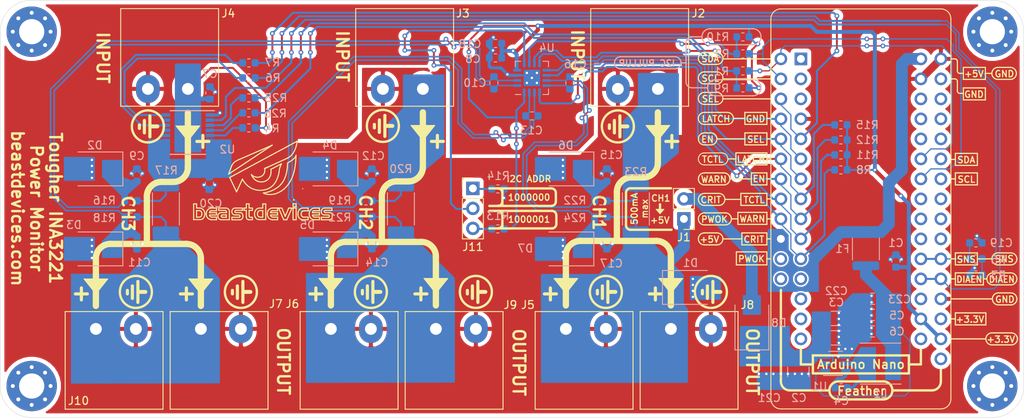
<source format=kicad_pcb>
(kicad_pcb (version 20171130) (host pcbnew "(5.1.6)-1")
  (layers (0 F.Cu signal) (31 B.Cu signal hide) (34 B.Paste user hide) (35 F.Paste user hide) (36 B.SilkS user hide) (37 F.SilkS user) (38 B.Mask user hide) (39 F.Mask user) (44 Edge.Cuts user))
  (net 0 "")
  (net 1 GND)
  (net 2 /CH3_IN)
  (net 3 /CH3_SNS)
  (net 4 "Net-(C4-Pad2)")
  (net 5 "Net-(C4-Pad1)")
  (net 6 +5V)
  (net 7 /current-sense-frontend-CH3/PIN)
  (net 8 +3V3)
  (net 9 /CH3_DIA_EN)
  (net 10 "Net-(R4-Pad1)")
  (net 11 /CH3_SEL)
  (net 12 /CH3_LATCH)
  (net 13 "Net-(R6-Pad1)")
  (net 14 /CH3_EN)
  (net 15 "Net-(R7-Pad1)")
  (net 16 /POWER_VALID)
  (net 17 /CRITICAL)
  (net 18 /WARNING)
  (net 19 /TIMING_CTRL)
  (net 20 /CH1_IN)
  (net 21 /CH1_OUT)
  (net 22 /CH2_IN)
  (net 23 /CH2_OUT)
  (net 24 /CH3_OUT)
  (net 25 /SDA)
  (net 26 /SCL)
  (net 27 "Net-(J11-Pad3)")
  (net 28 "Net-(J11-Pad2)")
  (net 29 "Net-(J11-Pad1)")
  (net 30 "Net-(R1-Pad2)")
  (net 31 "Net-(U3-Pad8)")
  (net 32 "Net-(U3-Pad7)")
  (net 33 "Net-(U3-Pad3)")
  (net 34 "Net-(U3-Pad1)")
  (net 35 "Net-(U3-Pad28)")
  (net 36 "Net-(U3-Pad27)")
  (net 37 "Net-(U3-Pad15)")
  (net 38 "Net-(U3-Pad14)")
  (net 39 "Net-(U3-Pad13)")
  (net 40 "Net-(U3-Pad12)")
  (net 41 "Net-(U3-Pad11)")
  (net 42 "Net-(U3-Pad10)")
  (net 43 "Net-(U3-Pad9)")
  (net 44 /IN3_P)
  (net 45 /IN3_N)
  (net 46 /IN2_P)
  (net 47 /IN2_N)
  (net 48 /IN1_P)
  (net 49 /IN1_N)
  (net 50 "Net-(A1-Pad16)")
  (net 51 "Net-(A1-Pad15)")
  (net 52 "Net-(A1-Pad14)")
  (net 53 "Net-(A1-Pad13)")
  (net 54 "Net-(A1-Pad28)")
  (net 55 "Net-(A1-Pad12)")
  (net 56 "Net-(A1-Pad27)")
  (net 57 "Net-(A1-Pad26)")
  (net 58 "Net-(A1-Pad23)")
  (net 59 "Net-(A1-Pad22)")
  (net 60 "Net-(A1-Pad21)")
  (net 61 "Net-(A1-Pad3)")
  (net 62 "Net-(A1-Pad18)")
  (net 63 "Net-(A1-Pad2)")
  (net 64 "Net-(A1-Pad1)")
  (net 65 "Net-(C2-Pad2)")
  (net 66 /buck/VIN)
  (net 67 "Net-(R10-Pad2)")
  (net 68 "Net-(R3-Pad2)")
  (net 69 "Net-(R25-Pad1)")
  (net 70 "Net-(R26-Pad1)")
  (net 71 "Net-(C23-Pad2)")
  (module Capacitor_SMD:C_0805_2012Metric (layer B.Cu) (at 204.5335 90.17)
    (fp_text reference C23 (at 3.429 0.0635) (layer B.SilkS) (effects (justify mirror)))
    (fp_text value 22u)
    (pad 2 smd roundrect (at 0.9375 0) (size 0.975 1.4) (layers B.Cu B.Paste B.Mask) (net 71 "Net-(C23-Pad2)"))
    (pad 1 smd roundrect (at -0.9375 0) (size 0.975 1.4) (layers B.Cu B.Paste B.Mask) (net 1 GND))
  )
  (module Capacitor_SMD:C_1206_3216Metric (layer B.Cu) (at 199.882 92.6625 180)
    (fp_text reference C22 (at -0.0635 3.4925) (layer B.SilkS) (effects (justify mirror)))
    (fp_text value 10u)
    (pad 2 smd roundrect (at 1.4 0 180) (size 1.25 1.75) (layers B.Cu B.Paste B.Mask) (roundrect_rratio 0.2) (net 65 "Net-(C2-Pad2)"))
    (pad 1 smd roundrect (at -1.4 0 180) (size 1.25 1.75) (layers B.Cu B.Paste B.Mask) (roundrect_rratio 0.2) (net 1 GND))
  )
  (module Capacitor_SMD:C_1210_3225Metric (layer B.Cu) (at 191.4365 99.457 90)
    (fp_text reference C21 (at -3.302 0 180) (layer B.SilkS) (effects (justify mirror)))
    (fp_text value 22u)
    (pad 2 smd roundrect (at 1.4 0 90) (size 1.25 2.65) (layers B.Cu B.Paste B.Mask) (roundrect_rratio 0.2) (net 65 "Net-(C2-Pad2)"))
    (pad 1 smd roundrect (at -1.4 0 90) (size 1.25 2.65) (layers B.Cu B.Paste B.Mask) (roundrect_rratio 0.2) (net 1 GND))
  )
  (module Capacitor_SMD:C_1210_3225Metric (layer B.Cu) (at 195.1195 99.457 90)
    (fp_text reference C2 (at -3.302 0.0635 180) (layer B.SilkS) (effects (justify mirror)))
    (fp_text value 22u)
    (pad 2 smd roundrect (at 1.4 0 90) (size 1.25 2.65) (layers B.Cu B.Paste B.Mask) (roundrect_rratio 0.2) (net 65 "Net-(C2-Pad2)"))
    (pad 1 smd roundrect (at -1.4 0 90) (size 1.25 2.65) (layers B.Cu B.Paste B.Mask) (roundrect_rratio 0.2) (net 1 GND))
  )
  (module Module_BD:FeatherWing_NoMH (layer F.Cu) (at 203.057 78.756 180)
    (fp_text reference U3 hide)
    (fp_text value FeatherWing)
    (pad 2 thru_hole oval (at -10.16 -16.51 180) (size 1.6 1.6) (drill 1) (layers *.Cu *.Mask) (net 8 +3V3))
    (pad 1 thru_hole oval (at -10.16 -19.05 180) (size 1.6 1.6) (drill 1) (layers *.Cu *.Mask) (net 34 "Net-(U3-Pad1)"))
    (pad 3 thru_hole oval (at -10.16 -13.97 180) (size 1.6 1.6) (drill 1) (layers *.Cu *.Mask) (net 33 "Net-(U3-Pad3)"))
    (pad 4 thru_hole oval (at -10.16 -11.43 180) (size 1.6 1.6) (drill 1) (layers *.Cu *.Mask) (net 1 GND))
    (pad 5 thru_hole oval (at -10.16 -8.89 180) (size 1.6 1.6) (drill 1) (layers *.Cu *.Mask) (net 9 /CH3_DIA_EN))
    (pad 6 thru_hole oval (at -10.16 -6.35 180) (size 1.6 1.6) (drill 1) (layers *.Cu *.Mask) (net 3 /CH3_SNS))
    (pad 7 thru_hole oval (at -10.16 -3.81 180) (size 1.6 1.6) (drill 1) (layers *.Cu *.Mask) (net 32 "Net-(U3-Pad7)"))
    (pad 8 thru_hole oval (at -10.16 -1.27 180) (size 1.6 1.6) (drill 1) (layers *.Cu *.Mask) (net 31 "Net-(U3-Pad8)"))
    (pad 9 thru_hole oval (at -10.16 1.27 180) (size 1.6 1.6) (drill 1) (layers *.Cu *.Mask) (net 43 "Net-(U3-Pad9)"))
    (pad 10 thru_hole oval (at -10.16 3.81 180) (size 1.6 1.6) (drill 1) (layers *.Cu *.Mask) (net 42 "Net-(U3-Pad10)"))
    (pad 11 thru_hole oval (at -10.16 6.35 180) (size 1.6 1.6) (drill 1) (layers *.Cu *.Mask) (net 41 "Net-(U3-Pad11)"))
    (pad 12 thru_hole oval (at -10.16 8.89 180) (size 1.6 1.6) (drill 1) (layers *.Cu *.Mask) (net 40 "Net-(U3-Pad12)"))
    (pad 13 thru_hole oval (at -10.16 11.43 180) (size 1.6 1.6) (drill 1) (layers *.Cu *.Mask) (net 39 "Net-(U3-Pad13)"))
    (pad 14 thru_hole oval (at -10.16 13.97 180) (size 1.6 1.6) (drill 1) (layers *.Cu *.Mask) (net 38 "Net-(U3-Pad14)"))
    (pad 15 thru_hole oval (at -10.16 16.51 180) (size 1.6 1.6) (drill 1) (layers *.Cu *.Mask) (net 37 "Net-(U3-Pad15)"))
    (pad 16 thru_hole oval (at -10.16 19.05 180) (size 1.6 1.6) (drill 1) (layers *.Cu *.Mask) (net 1 GND))
    (pad 23 thru_hole oval (at 10.16 3.81 180) (size 1.6 1.6) (drill 1) (layers *.Cu *.Mask) (net 18 /WARNING))
    (pad 24 thru_hole oval (at 10.16 1.27 180) (size 1.6 1.6) (drill 1) (layers *.Cu *.Mask) (net 17 /CRITICAL))
    (pad 25 thru_hole oval (at 10.16 -1.27 180) (size 1.6 1.6) (drill 1) (layers *.Cu *.Mask) (net 16 /POWER_VALID))
    (pad 27 thru_hole oval (at 10.16 -6.35 180) (size 1.6 1.6) (drill 1) (layers *.Cu *.Mask) (net 36 "Net-(U3-Pad27)"))
    (pad 26 thru_hole oval (at 10.16 -3.81 180) (size 1.6 1.6) (drill 1) (layers *.Cu *.Mask) (net 6 +5V))
    (pad 17 thru_hole oval (at 10.16 19.05 180) (size 1.6 1.6) (drill 1) (layers *.Cu *.Mask) (net 25 /SDA))
    (pad 18 thru_hole oval (at 10.16 16.51 180) (size 1.6 1.6) (drill 1) (layers *.Cu *.Mask) (net 26 /SCL))
    (pad 19 thru_hole oval (at 10.16 13.97 180) (size 1.6 1.6) (drill 1) (layers *.Cu *.Mask) (net 11 /CH3_SEL))
    (pad 20 thru_hole oval (at 10.16 11.43 180) (size 1.6 1.6) (drill 1) (layers *.Cu *.Mask) (net 12 /CH3_LATCH))
    (pad 21 thru_hole oval (at 10.16 8.89 180) (size 1.6 1.6) (drill 1) (layers *.Cu *.Mask) (net 14 /CH3_EN))
    (pad 22 thru_hole oval (at 10.16 6.35 180) (size 1.6 1.6) (drill 1) (layers *.Cu *.Mask) (net 19 /TIMING_CTRL))
    (pad 28 thru_hole oval (at 10.16 -8.89 180) (size 1.6 1.6) (drill 1) (layers *.Cu *.Mask) (net 35 "Net-(U3-Pad28)"))
  )
  (module Module_BD:Arduino_Nano_NoSilk (layer F.Cu) (at 195.437 59.706)
    (fp_text reference A1 hide)
    (fp_text value Arduino_Nano_v3.x)
    (pad 16 thru_hole oval (at 15.24 35.56) (size 1.6 1.6) (drill 1) (layers *.Cu *.Mask) (net 50 "Net-(A1-Pad16)"))
    (pad 15 thru_hole oval (at 0 35.56) (size 1.6 1.6) (drill 1) (layers *.Cu *.Mask) (net 51 "Net-(A1-Pad15)"))
    (pad 30 thru_hole oval (at 15.24 0) (size 1.6 1.6) (drill 1) (layers *.Cu *.Mask) (net 6 +5V))
    (pad 14 thru_hole oval (at 0 33.02) (size 1.6 1.6) (drill 1) (layers *.Cu *.Mask) (net 52 "Net-(A1-Pad14)"))
    (pad 29 thru_hole oval (at 15.24 2.54) (size 1.6 1.6) (drill 1) (layers *.Cu *.Mask) (net 1 GND))
    (pad 13 thru_hole oval (at 0 30.48) (size 1.6 1.6) (drill 1) (layers *.Cu *.Mask) (net 53 "Net-(A1-Pad13)"))
    (pad 28 thru_hole oval (at 15.24 5.08) (size 1.6 1.6) (drill 1) (layers *.Cu *.Mask) (net 54 "Net-(A1-Pad28)"))
    (pad 12 thru_hole oval (at 0 27.94) (size 1.6 1.6) (drill 1) (layers *.Cu *.Mask) (net 55 "Net-(A1-Pad12)"))
    (pad 27 thru_hole oval (at 15.24 7.62) (size 1.6 1.6) (drill 1) (layers *.Cu *.Mask) (net 56 "Net-(A1-Pad27)"))
    (pad 11 thru_hole oval (at 0 25.4) (size 1.6 1.6) (drill 1) (layers *.Cu *.Mask) (net 16 /POWER_VALID))
    (pad 26 thru_hole oval (at 15.24 10.16) (size 1.6 1.6) (drill 1) (layers *.Cu *.Mask) (net 57 "Net-(A1-Pad26)"))
    (pad 10 thru_hole oval (at 0 22.86) (size 1.6 1.6) (drill 1) (layers *.Cu *.Mask) (net 17 /CRITICAL))
    (pad 25 thru_hole oval (at 15.24 12.7) (size 1.6 1.6) (drill 1) (layers *.Cu *.Mask) (net 25 /SDA))
    (pad 9 thru_hole oval (at 0 20.32) (size 1.6 1.6) (drill 1) (layers *.Cu *.Mask) (net 18 /WARNING))
    (pad 24 thru_hole oval (at 15.24 15.24) (size 1.6 1.6) (drill 1) (layers *.Cu *.Mask) (net 26 /SCL))
    (pad 8 thru_hole oval (at 0 17.78) (size 1.6 1.6) (drill 1) (layers *.Cu *.Mask) (net 19 /TIMING_CTRL))
    (pad 23 thru_hole oval (at 15.24 17.78) (size 1.6 1.6) (drill 1) (layers *.Cu *.Mask) (net 58 "Net-(A1-Pad23)"))
    (pad 7 thru_hole oval (at 0 15.24) (size 1.6 1.6) (drill 1) (layers *.Cu *.Mask) (net 14 /CH3_EN))
    (pad 22 thru_hole oval (at 15.24 20.32) (size 1.6 1.6) (drill 1) (layers *.Cu *.Mask) (net 59 "Net-(A1-Pad22)"))
    (pad 6 thru_hole oval (at 0 12.7) (size 1.6 1.6) (drill 1) (layers *.Cu *.Mask) (net 12 /CH3_LATCH))
    (pad 21 thru_hole oval (at 15.24 22.86) (size 1.6 1.6) (drill 1) (layers *.Cu *.Mask) (net 60 "Net-(A1-Pad21)"))
    (pad 5 thru_hole oval (at 0 10.16) (size 1.6 1.6) (drill 1) (layers *.Cu *.Mask) (net 11 /CH3_SEL))
    (pad 20 thru_hole oval (at 15.24 25.4) (size 1.6 1.6) (drill 1) (layers *.Cu *.Mask) (net 3 /CH3_SNS))
    (pad 4 thru_hole oval (at 0 7.62) (size 1.6 1.6) (drill 1) (layers *.Cu *.Mask) (net 1 GND))
    (pad 19 thru_hole oval (at 15.24 27.94) (size 1.6 1.6) (drill 1) (layers *.Cu *.Mask) (net 9 /CH3_DIA_EN))
    (pad 3 thru_hole oval (at 0 5.08) (size 1.6 1.6) (drill 1) (layers *.Cu *.Mask) (net 61 "Net-(A1-Pad3)"))
    (pad 18 thru_hole oval (at 15.24 30.48) (size 1.6 1.6) (drill 1) (layers *.Cu *.Mask) (net 62 "Net-(A1-Pad18)"))
    (pad 2 thru_hole oval (at 0 2.54) (size 1.6 1.6) (drill 1) (layers *.Cu *.Mask) (net 63 "Net-(A1-Pad2)"))
    (pad 17 thru_hole oval (at 15.24 33.02) (size 1.6 1.6) (drill 1) (layers *.Cu *.Mask) (net 8 +3V3))
    (pad 1 thru_hole rect (at 0 0) (size 1.6 1.6) (drill 1) (layers *.Cu *.Mask) (net 64 "Net-(A1-Pad1)"))
  )
  (module Diode_SMD:D_SMB (layer B.Cu) (at 189.214 93.107 90)
    (fp_text reference D8 (at -0.127 3.429 180) (layer B.SilkS) (effects (justify mirror)))
    (fp_text value D_Schottky)
    (pad 2 smd rect (at 2.15 0 90) (size 2.5 2.3) (layers B.Cu B.Paste B.Mask) (net 66 /buck/VIN))
    (pad 1 smd rect (at -2.15 0 90) (size 2.5 2.3) (layers B.Cu B.Paste B.Mask) (net 65 "Net-(C2-Pad2)"))
  )
  (module Resistor_SMD:R_0603_1608Metric (layer B.Cu) (at 188.071 61.23 180)
    (fp_text reference R1 (at 2.7305 -0.0635) (layer B.SilkS) (effects (justify mirror)))
    (fp_text value 220)
    (pad 2 smd roundrect (at 0.7875 0 180) (size 0.875 0.95) (layers B.Cu B.Paste B.Mask) (net 30 "Net-(R1-Pad2)"))
    (pad 1 smd roundrect (at -0.7875 0 180) (size 0.875 0.95) (layers B.Cu B.Paste B.Mask) (net 25 /SDA))
  )
  (module Resistor_SMD:R_0603_1608Metric (layer B.Cu) (at 125.333 66.564)
    (fp_text reference R26 (at 3.3655 0.0635) (layer B.SilkS) (effects (justify mirror)))
    (fp_text value 10k)
    (pad 2 smd roundrect (at 0.7875 0) (size 0.875 0.95) (layers B.Cu B.Paste B.Mask) (net 14 /CH3_EN))
    (pad 1 smd roundrect (at -0.7875 0) (size 0.875 0.95) (layers B.Cu B.Paste B.Mask) (net 70 "Net-(R26-Pad1)"))
  )
  (module Resistor_SMD:R_0603_1608Metric (layer B.Cu) (at 125.333 64.659)
    (fp_text reference R25 (at 3.429 0) (layer B.SilkS) (effects (justify mirror)))
    (fp_text value 10k)
    (pad 2 smd roundrect (at 0.7875 0) (size 0.875 0.95) (layers B.Cu B.Paste B.Mask) (net 12 /CH3_LATCH))
    (pad 1 smd roundrect (at -0.7875 0) (size 0.875 0.95) (layers B.Cu B.Paste B.Mask) (net 69 "Net-(R25-Pad1)"))
  )
  (module Fuse:Fuse_1812_4532Metric (layer B.Cu) (at 203.692 83.836 270)
    (fp_text reference F1 (at 0 2.9845 180) (layer B.SilkS) (effects (justify mirror)))
    (fp_text value 0ZCG0075BF2B)
    (pad 2 smd roundrect (at 2.1375 0 270) (size 1.125 3.4) (layers B.Cu B.Paste B.Mask) (roundrect_rratio 0.222222) (net 71 "Net-(C23-Pad2)"))
    (pad 1 smd roundrect (at -2.1375 0 270) (size 1.125 3.4) (layers B.Cu B.Paste B.Mask) (roundrect_rratio 0.222222) (net 6 +5V))
  )
  (module Capacitor_SMD:C_0603_1608Metric (layer B.Cu) (at 120.3165 75.5175 270)
    (fp_text reference C20 (at 2.54 -0.1905 180) (layer B.SilkS) (effects (justify mirror)))
    (fp_text value 220n)
    (pad 2 smd roundrect (at 0.7875 0 270) (size 0.875 0.95) (layers B.Cu B.Paste B.Mask) (net 1 GND))
    (pad 1 smd roundrect (at -0.7875 0 270) (size 0.875 0.95) (layers B.Cu B.Paste B.Mask) (net 7 /current-sense-frontend-CH3/PIN))
  )
  (module Resistor_SMD:R_0603_1608Metric (layer B.Cu) (at 217.662 83.074)
    (fp_text reference C19 (at 3.2385 0) (layer B.SilkS) (effects (justify mirror)))
    (fp_text value 100n)
    (pad 2 smd roundrect (at 0.7875 0) (size 0.875 0.95) (layers B.Cu B.Paste B.Mask) (net 1 GND))
    (pad 1 smd roundrect (at -0.7875 0) (size 0.875 0.95) (layers B.Cu B.Paste B.Mask) (net 3 /CH3_SNS))
  )
  (module Capacitor_SMD:C_0603_1608Metric (layer B.Cu) (at 120.38 64.024 90)
    (fp_text reference C7 (at 2.413 0 180) (layer B.SilkS) (effects (justify mirror)))
    (fp_text value 220n)
    (pad 2 smd roundrect (at 0.7875 0 90) (size 0.875 0.95) (layers B.Cu B.Paste B.Mask) (net 1 GND))
    (pad 1 smd roundrect (at -0.7875 0 90) (size 0.875 0.95) (layers B.Cu B.Paste B.Mask) (net 2 /CH3_IN))
  )
  (module Capacitor_SMD:C_0805_2012Metric (layer B.Cu) (at 204.5175 94.3135)
    (fp_text reference C6 (at 3.1115 0) (layer B.SilkS) (effects (justify mirror)))
    (fp_text value 22u)
    (pad 2 smd roundrect (at 0.9375 0) (size 0.975 1.4) (layers B.Cu B.Paste B.Mask) (net 71 "Net-(C23-Pad2)"))
    (pad 1 smd roundrect (at -0.9375 0) (size 0.975 1.4) (layers B.Cu B.Paste B.Mask) (net 1 GND))
  )
  (module Capacitor_SMD:C_1206_3216Metric (layer B.Cu) (at 199.882 95.139 180)
    (fp_text reference C3 (at -0.0635 4.5085) (layer B.SilkS) (effects (justify mirror)))
    (fp_text value 10u)
    (pad 2 smd roundrect (at 1.4 0 180) (size 1.25 1.75) (layers B.Cu B.Paste B.Mask) (roundrect_rratio 0.2) (net 65 "Net-(C2-Pad2)"))
    (pad 1 smd roundrect (at -1.4 0 180) (size 1.25 1.75) (layers B.Cu B.Paste B.Mask) (roundrect_rratio 0.2) (net 1 GND))
  )
  (module Capacitor_SMD:C_0603_1608Metric (layer B.Cu) (at 207.502 85.36 90)
    (fp_text reference C1 (at 2.286 0 180) (layer B.SilkS) (effects (justify mirror)))
    (fp_text value 4.7uF)
    (pad 2 smd roundrect (at 0.7875 0 90) (size 0.875 0.95) (layers B.Cu B.Paste B.Mask) (net 1 GND))
    (pad 1 smd roundrect (at -0.7875 0 90) (size 0.875 0.95) (layers B.Cu B.Paste B.Mask) (net 8 +3V3))
  )
  (module Connector_PinHeader_2.54mm:PinHeader_1x02_P2.54mm_Vertical (layer F.Cu) (at 180.578 80.026 180)
    (fp_text reference J1 (at 0 -2.33) (layer F.SilkS))
    (fp_text value Jumper)
    (pad 2 thru_hole oval (at 0 2.54 180) (size 1.7 1.7) (drill 1) (layers *.Cu *.Mask) (net 66 /buck/VIN))
    (pad 1 thru_hole rect (at 0 0 180) (size 1.7 1.7) (drill 1) (layers *.Cu *.Mask) (net 21 /CH1_OUT))
  )
  (module Package_TO_SOT_SMD:TSOT-23-6 (layer B.Cu) (at 199.8439 98.4029)
    (fp_text reference U1 (at -2.0574 2.8956) (layer B.SilkS) (effects (justify mirror)))
    (fp_text value AP63205)
    (pad 6 smd rect (at 1.31 0.95) (size 1.22 0.65) (layers B.Cu B.Paste B.Mask) (net 4 "Net-(C4-Pad2)"))
    (pad 5 smd rect (at 1.31 0) (size 1.22 0.65) (layers B.Cu B.Paste B.Mask) (net 5 "Net-(C4-Pad1)"))
    (pad 4 smd rect (at 1.31 -0.95) (size 1.22 0.65) (layers B.Cu B.Paste B.Mask) (net 1 GND))
    (pad 3 smd rect (at -1.31 -0.95) (size 1.22 0.65) (layers B.Cu B.Paste B.Mask) (net 65 "Net-(C2-Pad2)"))
    (pad 2 smd rect (at -1.31 0) (size 1.22 0.65) (layers B.Cu B.Paste B.Mask) (net 65 "Net-(C2-Pad2)"))
    (pad 1 smd rect (at -1.31 0.95) (size 1.22 0.65) (layers B.Cu B.Paste B.Mask) (net 71 "Net-(C23-Pad2)"))
  )
  (module Package_SO:HTSSOP-16-1EP_4.4x5mm_P0.65mm_EP3.4x5mm (layer B.Cu) (at 117.586 69.104 180)
    (fp_text reference U2 (at -5.0165 -2.0955 180) (layer B.SilkS) (effects (justify mirror)))
    (fp_text value TPS1HB08A-Q1)
    (pad 17 smd rect (at 0 0 180) (size 3.4 5) (layers B.Cu B.Mask) (net 2 /CH3_IN))
    (pad 16 smd rect (at 2.775 2.275 180) (size 1.05 0.45) (layers B.Cu B.Paste B.Mask) (net 13 "Net-(R6-Pad1)"))
    (pad 15 smd rect (at 2.775 1.625 180) (size 1.05 0.45) (layers B.Cu B.Paste B.Mask))
    (pad 14 smd rect (at 2.775 0.975 180) (size 1.05 0.45) (layers B.Cu B.Paste B.Mask) (net 15 "Net-(R7-Pad1)"))
    (pad 13 smd rect (at 2.775 0.325 180) (size 1.05 0.45) (layers B.Cu B.Paste B.Mask))
    (pad 12 smd rect (at 2.775 -0.325 180) (size 1.05 0.45) (layers B.Cu B.Paste B.Mask))
    (pad 11 smd rect (at 2.775 -0.975 180) (size 1.05 0.45) (layers B.Cu B.Paste B.Mask) (net 7 /current-sense-frontend-CH3/PIN))
    (pad 10 smd rect (at 2.775 -1.625 180) (size 1.05 0.45) (layers B.Cu B.Paste B.Mask) (net 7 /current-sense-frontend-CH3/PIN))
    (pad 9 smd rect (at 2.775 -2.275 180) (size 1.05 0.45) (layers B.Cu B.Paste B.Mask) (net 7 /current-sense-frontend-CH3/PIN))
    (pad 8 smd rect (at -2.775 -2.275 180) (size 1.05 0.45) (layers B.Cu B.Paste B.Mask) (net 7 /current-sense-frontend-CH3/PIN))
    (pad 7 smd rect (at -2.775 -1.625 180) (size 1.05 0.45) (layers B.Cu B.Paste B.Mask) (net 7 /current-sense-frontend-CH3/PIN))
    (pad 6 smd rect (at -2.775 -0.975 180) (size 1.05 0.45) (layers B.Cu B.Paste B.Mask) (net 7 /current-sense-frontend-CH3/PIN))
    (pad 5 smd rect (at -2.775 -0.325 180) (size 1.05 0.45) (layers B.Cu B.Paste B.Mask) (net 10 "Net-(R4-Pad1)"))
    (pad 4 smd rect (at -2.775 0.325 180) (size 1.05 0.45) (layers B.Cu B.Paste B.Mask) (net 70 "Net-(R26-Pad1)"))
    (pad 3 smd rect (at -2.775 0.975 180) (size 1.05 0.45) (layers B.Cu B.Paste B.Mask) (net 69 "Net-(R25-Pad1)"))
    (pad 2 smd rect (at -2.775 1.625 180) (size 1.05 0.45) (layers B.Cu B.Paste B.Mask) (net 68 "Net-(R3-Pad2)"))
    (pad 1 smd rect (at -2.775 2.275 180) (size 1.05 0.45) (layers B.Cu B.Paste B.Mask) (net 1 GND))
  )
  (module Resistor_SMD:R_0603_1608Metric (layer B.Cu) (at 125.333 60.214)
    (fp_text reference R7 (at 2.9845 -0.0635) (layer B.SilkS) (effects (justify mirror)))
    (fp_text value 10k)
    (pad 2 smd roundrect (at 0.7875 0) (size 0.875 0.95) (layers B.Cu B.Paste B.Mask) (net 11 /CH3_SEL))
    (pad 1 smd roundrect (at -0.7875 0) (size 0.875 0.95) (layers B.Cu B.Paste B.Mask) (net 15 "Net-(R7-Pad1)"))
  )
  (module Resistor_SMD:R_0603_1608Metric (layer B.Cu) (at 125.333 62.119)
    (fp_text reference R6 (at 3.048 0) (layer B.SilkS) (effects (justify mirror)))
    (fp_text value 10k)
    (pad 2 smd roundrect (at 0.7875 0) (size 0.875 0.95) (layers B.Cu B.Paste B.Mask) (net 9 /CH3_DIA_EN))
    (pad 1 smd roundrect (at -0.7875 0) (size 0.875 0.95) (layers B.Cu B.Paste B.Mask) (net 13 "Net-(R6-Pad1)"))
  )
  (module Resistor_SMD:R_0603_1608Metric (layer B.Cu) (at 217.662 85.106)
    (fp_text reference R5 (at 2.8575 0.127) (layer B.SilkS) (effects (justify mirror)))
    (fp_text value 10k)
    (pad 2 smd roundrect (at 0.7875 0) (size 0.875 0.95) (layers B.Cu B.Paste B.Mask) (net 68 "Net-(R3-Pad2)"))
    (pad 1 smd roundrect (at -0.7875 0) (size 0.875 0.95) (layers B.Cu B.Paste B.Mask) (net 3 /CH3_SNS))
  )
  (module Resistor_SMD:R_0603_1608Metric (layer B.Cu) (at 125.333 68.469)
    (fp_text reference R4 (at 2.921 0.0635) (layer B.SilkS) (effects (justify mirror)))
    (fp_text value 12k)
    (pad 2 smd roundrect (at 0.7875 0) (size 0.875 0.95) (layers B.Cu B.Paste B.Mask) (net 2 /CH3_IN))
    (pad 1 smd roundrect (at -0.7875 0) (size 0.875 0.95) (layers B.Cu B.Paste B.Mask) (net 10 "Net-(R4-Pad1)"))
  )
  (module Resistor_SMD:R_0603_1608Metric (layer B.Cu) (at 217.662 87.138)
    (fp_text reference R3 (at 2.8575 0.0635) (layer B.SilkS) (effects (justify mirror)))
    (fp_text value 220)
    (pad 2 smd roundrect (at 0.7875 0) (size 0.875 0.95) (layers B.Cu B.Paste B.Mask) (net 68 "Net-(R3-Pad2)"))
    (pad 1 smd roundrect (at -0.7875 0) (size 0.875 0.95) (layers B.Cu B.Paste B.Mask) (net 1 GND))
  )
  (module Resistor_SMD:R_0603_1608Metric (layer B.Cu) (at 188.071 59.071 180)
    (fp_text reference R2 (at 2.667 0) (layer B.SilkS) (effects (justify mirror)))
    (fp_text value 220)
    (pad 2 smd roundrect (at 0.7875 0 180) (size 0.875 0.95) (layers B.Cu B.Paste B.Mask) (net 67 "Net-(R10-Pad2)"))
    (pad 1 smd roundrect (at -0.7875 0 180) (size 0.875 0.95) (layers B.Cu B.Paste B.Mask) (net 26 /SCL))
  )
  (module Inductor_SMD_BD:L_Bourns_SRR1210A (layer B.Cu) (at 205.5589 98.4029)
    (fp_text reference L1 (at -0.01 3.83) (layer B.SilkS) (effects (justify mirror)))
    (fp_text value 4.7u)
    (pad 2 smd rect (at 1.575 0) (size 1.98 4.2) (layers B.Cu B.Paste B.Mask) (net 71 "Net-(C23-Pad2)"))
    (pad 1 smd rect (at -1.575 0) (size 1.98 4.2) (layers B.Cu B.Paste B.Mask) (net 5 "Net-(C4-Pad1)"))
  )
  (module Diode_SMD:D_SMB (layer B.Cu) (at 181.4035 88.7255)
    (fp_text reference D1 (at 0 -3.1115 180) (layer B.SilkS) (effects (justify mirror)))
    (fp_text value SMBJ16D)
    (pad 2 smd rect (at 2.15 0) (size 2.5 2.3) (layers B.Cu B.Paste B.Mask) (net 1 GND))
    (pad 1 smd rect (at -2.15 0) (size 2.5 2.3) (layers B.Cu B.Paste B.Mask) (net 21 /CH1_OUT))
  )
  (module Capacitor_SMD:C_0805_2012Metric (layer B.Cu) (at 204.5175 92.218)
    (fp_text reference C5 (at 3.1115 0.0635) (layer B.SilkS) (effects (justify mirror)))
    (fp_text value 22u)
    (pad 2 smd roundrect (at 0.9375 0) (size 0.975 1.4) (layers B.Cu B.Paste B.Mask) (net 71 "Net-(C23-Pad2)"))
    (pad 1 smd roundrect (at -0.9375 0) (size 0.975 1.4) (layers B.Cu B.Paste B.Mask) (net 1 GND))
  )
  (module Resistor_SMD:R_0603_1608Metric (layer B.Cu) (at 200.5424 101.4636 180)
    (fp_text reference C4 (at -0.0381 -1.6764) (layer B.SilkS) (effects (justify mirror)))
    (fp_text value 100n)
    (pad 2 smd roundrect (at 0.7875 0 180) (size 0.875 0.95) (layers B.Cu B.Paste B.Mask) (net 4 "Net-(C4-Pad2)"))
    (pad 1 smd roundrect (at -0.7875 0 180) (size 0.875 0.95) (layers B.Cu B.Paste B.Mask) (net 5 "Net-(C4-Pad1)"))
  )
  (module Capacitor_SMD:C_0603_1608Metric (layer B.Cu) (at 156.6512 57.7502 180)
    (fp_text reference C18 (at 3.2512 -0.0508) (layer B.SilkS) (effects (justify mirror)))
    (fp_text value 4.7uF)
    (pad 2 smd roundrect (at 0.7875 0 180) (size 0.875 0.95) (layers B.Cu B.Paste B.Mask) (net 1 GND))
    (pad 1 smd roundrect (at -0.7875 0 180) (size 0.875 0.95) (layers B.Cu B.Paste B.Mask) (net 8 +3V3))
  )
  (module Resistor_SMD:R_2512_6332Metric (layer B.Cu) (at 114.792 78.756 270)
    (fp_text reference R17 (at -4.8895 -0.0635 180) (layer B.SilkS) (effects (justify mirror)))
    (fp_text value 10m)
    (pad 2 smd roundrect (at 2.9 0 270) (size 1.35 3.35) (layers B.Cu B.Paste B.Mask) (roundrect_rratio 0.185185) (net 24 /CH3_OUT))
    (pad 1 smd roundrect (at -2.9 0 270) (size 1.35 3.35) (layers B.Cu B.Paste B.Mask) (roundrect_rratio 0.185185) (net 7 /current-sense-frontend-CH3/PIN))
  )
  (module MountingHole:MountingHole_3.2mm_M3_Pad_Via (layer F.Cu) (at 219.75 101.25 270)
    (fp_text reference H4 hide)
    (fp_text value MountingHole)
    (pad 1 thru_hole circle (at 1.697056 -1.697056 270) (size 0.8 0.8) (drill 0.5) (layers *.Cu *.Mask))
    (pad 1 thru_hole circle (at 0 -2.4 270) (size 0.8 0.8) (drill 0.5) (layers *.Cu *.Mask))
    (pad 1 thru_hole circle (at -1.697056 -1.697056 270) (size 0.8 0.8) (drill 0.5) (layers *.Cu *.Mask))
    (pad 1 thru_hole circle (at -2.4 0 270) (size 0.8 0.8) (drill 0.5) (layers *.Cu *.Mask))
    (pad 1 thru_hole circle (at -1.697056 1.697056 270) (size 0.8 0.8) (drill 0.5) (layers *.Cu *.Mask))
    (pad 1 thru_hole circle (at 0 2.4 270) (size 0.8 0.8) (drill 0.5) (layers *.Cu *.Mask))
    (pad 1 thru_hole circle (at 1.697056 1.697056 270) (size 0.8 0.8) (drill 0.5) (layers *.Cu *.Mask))
    (pad 1 thru_hole circle (at 2.4 0 270) (size 0.8 0.8) (drill 0.5) (layers *.Cu *.Mask))
    (pad 1 thru_hole circle (at 0 0 270) (size 6.4 6.4) (drill 3.2) (layers *.Cu *.Mask))
  )
  (module MountingHole:MountingHole_3.2mm_M3_Pad_Via (layer F.Cu) (at 97.75 101.25 270)
    (fp_text reference H3 hide)
    (fp_text value MountingHole)
    (pad 1 thru_hole circle (at 1.697056 -1.697056 270) (size 0.8 0.8) (drill 0.5) (layers *.Cu *.Mask))
    (pad 1 thru_hole circle (at 0 -2.4 270) (size 0.8 0.8) (drill 0.5) (layers *.Cu *.Mask))
    (pad 1 thru_hole circle (at -1.697056 -1.697056 270) (size 0.8 0.8) (drill 0.5) (layers *.Cu *.Mask))
    (pad 1 thru_hole circle (at -2.4 0 270) (size 0.8 0.8) (drill 0.5) (layers *.Cu *.Mask))
    (pad 1 thru_hole circle (at -1.697056 1.697056 270) (size 0.8 0.8) (drill 0.5) (layers *.Cu *.Mask))
    (pad 1 thru_hole circle (at 0 2.4 270) (size 0.8 0.8) (drill 0.5) (layers *.Cu *.Mask))
    (pad 1 thru_hole circle (at 1.697056 1.697056 270) (size 0.8 0.8) (drill 0.5) (layers *.Cu *.Mask))
    (pad 1 thru_hole circle (at 2.4 0 270) (size 0.8 0.8) (drill 0.5) (layers *.Cu *.Mask))
    (pad 1 thru_hole circle (at 0 0 270) (size 6.4 6.4) (drill 3.2) (layers *.Cu *.Mask))
  )
  (module MountingHole:MountingHole_3.2mm_M3_Pad_Via (layer F.Cu) (at 219.75 56.25 270)
    (fp_text reference H2 hide)
    (fp_text value MountingHole hide)
    (pad 1 thru_hole circle (at 1.697056 -1.697056 270) (size 0.8 0.8) (drill 0.5) (layers *.Cu *.Mask))
    (pad 1 thru_hole circle (at 0 -2.4 270) (size 0.8 0.8) (drill 0.5) (layers *.Cu *.Mask))
    (pad 1 thru_hole circle (at -1.697056 -1.697056 270) (size 0.8 0.8) (drill 0.5) (layers *.Cu *.Mask))
    (pad 1 thru_hole circle (at -2.4 0 270) (size 0.8 0.8) (drill 0.5) (layers *.Cu *.Mask))
    (pad 1 thru_hole circle (at -1.697056 1.697056 270) (size 0.8 0.8) (drill 0.5) (layers *.Cu *.Mask))
    (pad 1 thru_hole circle (at 0 2.4 270) (size 0.8 0.8) (drill 0.5) (layers *.Cu *.Mask))
    (pad 1 thru_hole circle (at 1.697056 1.697056 270) (size 0.8 0.8) (drill 0.5) (layers *.Cu *.Mask))
    (pad 1 thru_hole circle (at 2.4 0 270) (size 0.8 0.8) (drill 0.5) (layers *.Cu *.Mask))
    (pad 1 thru_hole circle (at 0 0 270) (size 6.4 6.4) (drill 3.2) (layers *.Cu *.Mask))
  )
  (module MountingHole:MountingHole_3.2mm_M3_Pad_Via (layer F.Cu) (at 97.75 56.25 270)
    (fp_text reference H1 hide)
    (fp_text value MountingHole)
    (pad 1 thru_hole circle (at 1.697056 -1.697056 270) (size 0.8 0.8) (drill 0.5) (layers *.Cu *.Mask))
    (pad 1 thru_hole circle (at 0 -2.4 270) (size 0.8 0.8) (drill 0.5) (layers *.Cu *.Mask))
    (pad 1 thru_hole circle (at -1.697056 -1.697056 270) (size 0.8 0.8) (drill 0.5) (layers *.Cu *.Mask))
    (pad 1 thru_hole circle (at -2.4 0 270) (size 0.8 0.8) (drill 0.5) (layers *.Cu *.Mask))
    (pad 1 thru_hole circle (at -1.697056 1.697056 270) (size 0.8 0.8) (drill 0.5) (layers *.Cu *.Mask))
    (pad 1 thru_hole circle (at 0 2.4 270) (size 0.8 0.8) (drill 0.5) (layers *.Cu *.Mask))
    (pad 1 thru_hole circle (at 1.697056 1.697056 270) (size 0.8 0.8) (drill 0.5) (layers *.Cu *.Mask))
    (pad 1 thru_hole circle (at 2.4 0 270) (size 0.8 0.8) (drill 0.5) (layers *.Cu *.Mask))
    (pad 1 thru_hole circle (at 0 0 270) (size 6.4 6.4) (drill 3.2) (layers *.Cu *.Mask))
  )
  (module Package_DFN_QFN:Texas_RGV_S-PVQFN-N16_EP2.1x2.1mm (layer B.Cu) (at 161.274 62.119)
    (fp_text reference U4 (at 1.905 -3.81) (layer B.SilkS) (effects (justify mirror)))
    (fp_text value INA3221)
    (pad 17 smd rect (at 0 0) (size 2.1 2.1) (layers B.Cu B.Mask) (net 1 GND))
    (pad 16 smd roundrect (at -0.975 1.8625) (size 0.35 1.025) (layers B.Cu B.Paste B.Mask) (net 8 +3V3))
    (pad 15 smd roundrect (at -0.325 1.8625) (size 0.35 1.025) (layers B.Cu B.Paste B.Mask) (net 46 /IN2_P))
    (pad 14 smd roundrect (at 0.325 1.8625) (size 0.35 1.025) (layers B.Cu B.Paste B.Mask) (net 47 /IN2_N))
    (pad 13 smd roundrect (at 0.975 1.8625) (size 0.35 1.025) (layers B.Cu B.Paste B.Mask) (net 19 /TIMING_CTRL))
    (pad 12 smd roundrect (at 1.8625 0.975) (size 1.025 0.35) (layers B.Cu B.Paste B.Mask) (net 48 /IN1_P))
    (pad 11 smd roundrect (at 1.8625 0.325) (size 1.025 0.35) (layers B.Cu B.Paste B.Mask) (net 49 /IN1_N))
    (pad 10 smd roundrect (at 1.8625 -0.325) (size 1.025 0.35) (layers B.Cu B.Paste B.Mask) (net 16 /POWER_VALID))
    (pad 9 smd roundrect (at 1.8625 -0.975) (size 1.025 0.35) (layers B.Cu B.Paste B.Mask) (net 17 /CRITICAL))
    (pad 8 smd roundrect (at 0.975 -1.8625) (size 0.35 1.025) (layers B.Cu B.Paste B.Mask) (net 18 /WARNING))
    (pad 7 smd roundrect (at 0.325 -1.8625) (size 0.35 1.025) (layers B.Cu B.Paste B.Mask) (net 30 "Net-(R1-Pad2)"))
    (pad 6 smd roundrect (at -0.325 -1.8625) (size 0.35 1.025) (layers B.Cu B.Paste B.Mask) (net 67 "Net-(R10-Pad2)"))
    (pad 5 smd roundrect (at -0.975 -1.8625) (size 0.35 1.025) (layers B.Cu B.Paste B.Mask) (net 28 "Net-(J11-Pad2)"))
    (pad 4 smd roundrect (at -1.8625 -0.975) (size 1.025 0.35) (layers B.Cu B.Paste B.Mask) (net 8 +3V3))
    (pad 3 smd roundrect (at -1.8625 -0.325) (size 1.025 0.35) (layers B.Cu B.Paste B.Mask) (net 1 GND))
    (pad 2 smd roundrect (at -1.8625 0.325) (size 1.025 0.35) (layers B.Cu B.Paste B.Mask) (net 44 /IN3_P))
    (pad 1 smd roundrect (at -1.8625 0.975) (size 1.025 0.35) (layers B.Cu B.Paste B.Mask) (net 45 /IN3_N))
  )
  (module Resistor_SMD:R_0603_1608Metric (layer B.Cu) (at 170.037 79.772 180)
    (fp_text reference R24 (at 3.302 -0.127 180) (layer B.SilkS) (effects (justify mirror)))
    (fp_text value 10)
    (pad 2 smd roundrect (at 0.7875 0 180) (size 0.875 0.95) (layers B.Cu B.Paste B.Mask) (net 49 /IN1_N))
    (pad 1 smd roundrect (at -0.7875 0 180) (size 0.875 0.95) (layers B.Cu B.Paste B.Mask) (net 21 /CH1_OUT))
  )
  (module Resistor_SMD:R_2512_6332Metric (layer B.Cu) (at 174.482 78.756 270)
    (fp_text reference R23 (at -4.699 0) (layer B.SilkS) (effects (justify mirror)))
    (fp_text value 10m)
    (pad 2 smd roundrect (at 2.9 0 270) (size 1.35 3.35) (layers B.Cu B.Paste B.Mask) (roundrect_rratio 0.185185) (net 21 /CH1_OUT))
    (pad 1 smd roundrect (at -2.9 0 270) (size 1.35 3.35) (layers B.Cu B.Paste B.Mask) (roundrect_rratio 0.185185) (net 20 /CH1_IN))
  )
  (module Resistor_SMD:R_0603_1608Metric (layer B.Cu) (at 170.037 77.74 180)
    (fp_text reference R22 (at 3.302 0.0635 180) (layer B.SilkS) (effects (justify mirror)))
    (fp_text value 10)
    (pad 2 smd roundrect (at 0.7875 0 180) (size 0.875 0.95) (layers B.Cu B.Paste B.Mask) (net 48 /IN1_P))
    (pad 1 smd roundrect (at -0.7875 0 180) (size 0.875 0.95) (layers B.Cu B.Paste B.Mask) (net 20 /CH1_IN))
  )
  (module Resistor_SMD:R_0603_1608Metric (layer B.Cu) (at 140.192 79.772 180)
    (fp_text reference R21 (at 3.302 -0.0635 180) (layer B.SilkS) (effects (justify mirror)))
    (fp_text value 10)
    (pad 2 smd roundrect (at 0.7875 0 180) (size 0.875 0.95) (layers B.Cu B.Paste B.Mask) (net 47 /IN2_N))
    (pad 1 smd roundrect (at -0.7875 0 180) (size 0.875 0.95) (layers B.Cu B.Paste B.Mask) (net 23 /CH2_OUT))
  )
  (module Resistor_SMD:R_2512_6332Metric (layer B.Cu) (at 144.637 78.756 270)
    (fp_text reference R20 (at -5.08 0 180) (layer B.SilkS) (effects (justify mirror)))
    (fp_text value 10m)
    (pad 2 smd roundrect (at 2.9 0 270) (size 1.35 3.35) (layers B.Cu B.Paste B.Mask) (roundrect_rratio 0.185185) (net 23 /CH2_OUT))
    (pad 1 smd roundrect (at -2.9 0 270) (size 1.35 3.35) (layers B.Cu B.Paste B.Mask) (roundrect_rratio 0.185185) (net 22 /CH2_IN))
  )
  (module Resistor_SMD:R_0603_1608Metric (layer B.Cu) (at 140.192 77.74 180)
    (fp_text reference R19 (at 3.302 0.0635 180) (layer B.SilkS) (effects (justify mirror)))
    (fp_text value 10)
    (pad 2 smd roundrect (at 0.7875 0 180) (size 0.875 0.95) (layers B.Cu B.Paste B.Mask) (net 46 /IN2_P))
    (pad 1 smd roundrect (at -0.7875 0 180) (size 0.875 0.95) (layers B.Cu B.Paste B.Mask) (net 22 /CH2_IN))
  )
  (module Resistor_SMD:R_0603_1608Metric (layer B.Cu) (at 110.347 77.74 180)
    (fp_text reference R16 (at 3.3655 0.0635 180) (layer B.SilkS) (effects (justify mirror)))
    (fp_text value 10)
    (pad 2 smd roundrect (at 0.7875 0 180) (size 0.875 0.95) (layers B.Cu B.Paste B.Mask) (net 44 /IN3_P))
    (pad 1 smd roundrect (at -0.7875 0 180) (size 0.875 0.95) (layers B.Cu B.Paste B.Mask) (net 7 /current-sense-frontend-CH3/PIN))
  )
  (module Resistor_SMD:R_0603_1608Metric (layer B.Cu) (at 156.956 81.296 180)
    (fp_text reference R13 (at 0 1.651) (layer B.SilkS) (effects (justify mirror)))
    (fp_text value 10k)
    (pad 2 smd roundrect (at 0.7875 0 180) (size 0.875 0.95) (layers B.Cu B.Paste B.Mask) (net 27 "Net-(J11-Pad3)"))
    (pad 1 smd roundrect (at -0.7875 0 180) (size 0.875 0.95) (layers B.Cu B.Paste B.Mask) (net 8 +3V3))
  )
  (module Connector_PinHeader_2.54mm:PinHeader_1x03_P2.54mm_Vertical (layer F.Cu) (at 153.781 76.1525)
    (fp_text reference J11 (at 0 7.4295) (layer F.SilkS))
    (fp_text value Jumper)
    (pad 3 thru_hole oval (at 0 5.08) (size 1.7 1.7) (drill 1) (layers *.Cu *.Mask) (net 27 "Net-(J11-Pad3)"))
    (pad 2 thru_hole oval (at 0 2.54) (size 1.7 1.7) (drill 1) (layers *.Cu *.Mask) (net 28 "Net-(J11-Pad2)"))
    (pad 1 thru_hole rect (at 0 0) (size 1.7 1.7) (drill 1) (layers *.Cu *.Mask) (net 29 "Net-(J11-Pad1)"))
  )
  (module Connector_BD:TE_796639-2 (layer F.Cu) (at 108.442 97.806)
    (fp_text reference J10 (at -4.7465 5.318 180) (layer F.SilkS))
    (fp_text value 796639-2)
    (pad 2 thru_hole oval (at 2.54 -3.81) (size 3 3.6) (drill 1.5) (layers *.Cu *.Mask) (net 1 GND))
    (pad 1 thru_hole oval (at -2.54 -3.81) (size 3 3.6) (drill 1.5) (layers *.Cu *.Mask) (net 24 /CH3_OUT))
  )
  (module Diode_SMD:D_SMB (layer B.Cu) (at 165.592 83.836 180)
    (fp_text reference D7 (at 5.1435 0.0635) (layer B.SilkS) (effects (justify mirror)))
    (fp_text value SMBJ16D)
    (pad 2 smd rect (at 2.15 0 180) (size 2.5 2.3) (layers B.Cu B.Paste B.Mask) (net 1 GND))
    (pad 1 smd rect (at -2.15 0 180) (size 2.5 2.3) (layers B.Cu B.Paste B.Mask) (net 49 /IN1_N))
  )
  (module Connector_BD:TE_796639-2 (layer F.Cu) (at 151.622 97.806)
    (fp_text reference J9 (at 6.9215 -6.858) (layer F.SilkS))
    (fp_text value 796639-2)
    (pad 2 thru_hole oval (at 2.54 -3.81) (size 3 3.6) (drill 1.5) (layers *.Cu *.Mask) (net 1 GND))
    (pad 1 thru_hole oval (at -2.54 -3.81) (size 3 3.6) (drill 1.5) (layers *.Cu *.Mask) (net 23 /CH2_OUT))
  )
  (module Connector_BD:TE_796639-2 (layer F.Cu) (at 181.467 97.806)
    (fp_text reference J8 (at 7.1755 -6.858) (layer F.SilkS))
    (fp_text value 796639-2)
    (pad 2 thru_hole oval (at 2.54 -3.81) (size 3 3.6) (drill 1.5) (layers *.Cu *.Mask) (net 1 GND))
    (pad 1 thru_hole oval (at -2.54 -3.81) (size 3 3.6) (drill 1.5) (layers *.Cu *.Mask) (net 21 /CH1_OUT))
  )
  (module Connector_BD:TE_796639-2 (layer F.Cu) (at 121.777 97.806)
    (fp_text reference J7 (at 6.985 -6.985) (layer F.SilkS))
    (fp_text value 796639-2)
    (pad 2 thru_hole oval (at 2.54 -3.81) (size 3 3.6) (drill 1.5) (layers *.Cu *.Mask) (net 1 GND))
    (pad 1 thru_hole oval (at -2.54 -3.81) (size 3 3.6) (drill 1.5) (layers *.Cu *.Mask) (net 24 /CH3_OUT))
  )
  (module Connector_BD:TE_796639-2 (layer F.Cu) (at 138.287 97.806)
    (fp_text reference J6 (at -7.4295 -6.985 180) (layer F.SilkS))
    (fp_text value 796639-2)
    (pad 2 thru_hole oval (at 2.54 -3.81) (size 3 3.6) (drill 1.5) (layers *.Cu *.Mask) (net 1 GND))
    (pad 1 thru_hole oval (at -2.54 -3.81) (size 3 3.6) (drill 1.5) (layers *.Cu *.Mask) (net 23 /CH2_OUT))
  )
  (module Connector_BD:TE_796639-2 (layer F.Cu) (at 168.132 97.806)
    (fp_text reference J5 (at -7.366 -6.858) (layer F.SilkS))
    (fp_text value 796639-2)
    (pad 2 thru_hole oval (at 2.54 -3.81) (size 3 3.6) (drill 1.5) (layers *.Cu *.Mask) (net 1 GND))
    (pad 1 thru_hole oval (at -2.54 -3.81) (size 3 3.6) (drill 1.5) (layers *.Cu *.Mask) (net 21 /CH1_OUT))
  )
  (module Connector_BD:TE_796639-2 (layer F.Cu) (at 115.046 59.706 180)
    (fp_text reference J4 (at -7.6835 5.7785 180) (layer F.SilkS))
    (fp_text value 796639-2)
    (pad 2 thru_hole oval (at 2.54 -3.81 180) (size 3 3.6) (drill 1.5) (layers *.Cu *.Mask) (net 1 GND))
    (pad 1 thru_hole oval (at -2.54 -3.81 180) (size 3 3.6) (drill 1.5) (layers *.Cu *.Mask) (net 2 /CH3_IN))
  )
  (module Connector_BD:TE_796639-2 (layer F.Cu) (at 144.891 59.706 180)
    (fp_text reference J3 (at -7.62 5.7785) (layer F.SilkS))
    (fp_text value 796639-2)
    (pad 2 thru_hole oval (at 2.54 -3.81 180) (size 3 3.6) (drill 1.5) (layers *.Cu *.Mask) (net 1 GND))
    (pad 1 thru_hole oval (at -2.54 -3.81 180) (size 3 3.6) (drill 1.5) (layers *.Cu *.Mask) (net 22 /CH2_IN))
  )
  (module Connector_BD:TE_796639-2 (layer F.Cu) (at 174.736 59.706 180)
    (fp_text reference J2 (at -7.6835 5.7785) (layer F.SilkS))
    (fp_text value 796639-2)
    (pad 2 thru_hole oval (at 2.54 -3.81 180) (size 3 3.6) (drill 1.5) (layers *.Cu *.Mask) (net 1 GND))
    (pad 1 thru_hole oval (at -2.54 -3.81 180) (size 3 3.6) (drill 1.5) (layers *.Cu *.Mask) (net 20 /CH1_IN))
  )
  (module Resistor_SMD:R_0603_1608Metric (layer B.Cu) (at 110.347 79.772 180)
    (fp_text reference R18 (at 3.3655 -0.127 180) (layer B.SilkS) (effects (justify mirror)))
    (fp_text value 10)
    (pad 2 smd roundrect (at 0.7875 0 180) (size 0.875 0.95) (layers B.Cu B.Paste B.Mask) (net 45 /IN3_N))
    (pad 1 smd roundrect (at -0.7875 0 180) (size 0.875 0.95) (layers B.Cu B.Paste B.Mask) (net 24 /CH3_OUT))
  )
  (module Resistor_SMD:R_0603_1608Metric (layer B.Cu) (at 200.517 68.088 180)
    (fp_text reference R15 (at -3.3655 0) (layer B.SilkS) (effects (justify mirror)))
    (fp_text value 10k)
    (pad 2 smd roundrect (at 0.7875 0 180) (size 0.875 0.95) (layers B.Cu B.Paste B.Mask) (net 19 /TIMING_CTRL))
    (pad 1 smd roundrect (at -0.7875 0 180) (size 0.875 0.95) (layers B.Cu B.Paste B.Mask) (net 8 +3V3))
  )
  (module Resistor_SMD:R_0603_1608Metric (layer B.Cu) (at 156.956 76.216)
    (fp_text reference R14 (at 0.0635 -1.651) (layer B.SilkS) (effects (justify mirror)))
    (fp_text value 10k)
    (pad 2 smd roundrect (at 0.7875 0) (size 0.875 0.95) (layers B.Cu B.Paste B.Mask) (net 1 GND))
    (pad 1 smd roundrect (at -0.7875 0) (size 0.875 0.95) (layers B.Cu B.Paste B.Mask) (net 29 "Net-(J11-Pad1)"))
  )
  (module Resistor_SMD:R_0603_1608Metric (layer B.Cu) (at 200.517 69.993 180)
    (fp_text reference R12 (at -3.3655 0) (layer B.SilkS) (effects (justify mirror)))
    (fp_text value 10k)
    (pad 2 smd roundrect (at 0.7875 0 180) (size 0.875 0.95) (layers B.Cu B.Paste B.Mask) (net 18 /WARNING))
    (pad 1 smd roundrect (at -0.7875 0 180) (size 0.875 0.95) (layers B.Cu B.Paste B.Mask) (net 8 +3V3))
  )
  (module Resistor_SMD:R_0603_1608Metric (layer B.Cu) (at 200.517 71.898 180)
    (fp_text reference R11 (at -3.3655 0) (layer B.SilkS) (effects (justify mirror)))
    (fp_text value 10k)
    (pad 2 smd roundrect (at 0.7875 0 180) (size 0.875 0.95) (layers B.Cu B.Paste B.Mask) (net 17 /CRITICAL))
    (pad 1 smd roundrect (at -0.7875 0 180) (size 0.875 0.95) (layers B.Cu B.Paste B.Mask) (net 8 +3V3))
  )
  (module Resistor_SMD:R_0603_1608Metric (layer B.Cu) (at 188.071 56.912 180)
    (fp_text reference R10 (at 3.175 0) (layer B.SilkS) (effects (justify mirror)))
    (fp_text value 2.2k)
    (pad 2 smd roundrect (at 0.7875 0 180) (size 0.875 0.95) (layers B.Cu B.Paste B.Mask) (net 67 "Net-(R10-Pad2)"))
    (pad 1 smd roundrect (at -0.7875 0 180) (size 0.875 0.95) (layers B.Cu B.Paste B.Mask) (net 8 +3V3))
  )
  (module Resistor_SMD:R_0603_1608Metric (layer B.Cu) (at 188.071 63.389 180)
    (fp_text reference R9 (at 2.7305 -0.0635) (layer B.SilkS) (effects (justify mirror)))
    (fp_text value 2.2k)
    (pad 2 smd roundrect (at 0.7875 0 180) (size 0.875 0.95) (layers B.Cu B.Paste B.Mask) (net 30 "Net-(R1-Pad2)"))
    (pad 1 smd roundrect (at -0.7875 0 180) (size 0.875 0.95) (layers B.Cu B.Paste B.Mask) (net 8 +3V3))
  )
  (module Resistor_SMD:R_0603_1608Metric (layer B.Cu) (at 200.517 73.803 180)
    (fp_text reference R8 (at -2.921 0) (layer B.SilkS) (effects (justify mirror)))
    (fp_text value 10k)
    (pad 2 smd roundrect (at 0.7875 0 180) (size 0.875 0.95) (layers B.Cu B.Paste B.Mask) (net 16 /POWER_VALID))
    (pad 1 smd roundrect (at -0.7875 0 180) (size 0.875 0.95) (layers B.Cu B.Paste B.Mask) (net 8 +3V3))
  )
  (module Diode_SMD:D_SMB (layer B.Cu) (at 165.592 73.676 180)
    (fp_text reference D6 (at 0 3) (layer B.SilkS) (effects (justify mirror)))
    (fp_text value SMBJ16D)
    (pad 2 smd rect (at 2.15 0 180) (size 2.5 2.3) (layers B.Cu B.Paste B.Mask) (net 1 GND))
    (pad 1 smd rect (at -2.15 0 180) (size 2.5 2.3) (layers B.Cu B.Paste B.Mask) (net 48 /IN1_P))
  )
  (module Diode_SMD:D_SMB (layer B.Cu) (at 135.62 83.836 180)
    (fp_text reference D5 (at 2.8575 3.048) (layer B.SilkS) (effects (justify mirror)))
    (fp_text value SMBJ16D)
    (pad 2 smd rect (at 2.15 0 180) (size 2.5 2.3) (layers B.Cu B.Paste B.Mask) (net 1 GND))
    (pad 1 smd rect (at -2.15 0 180) (size 2.5 2.3) (layers B.Cu B.Paste B.Mask) (net 47 /IN2_N))
  )
  (module Diode_SMD:D_SMB (layer B.Cu) (at 135.62 73.676 180)
    (fp_text reference D4 (at 0 3) (layer B.SilkS) (effects (justify mirror)))
    (fp_text value SMBJ16D)
    (pad 2 smd rect (at 2.15 0 180) (size 2.5 2.3) (layers B.Cu B.Paste B.Mask) (net 1 GND))
    (pad 1 smd rect (at -2.15 0 180) (size 2.5 2.3) (layers B.Cu B.Paste B.Mask) (net 46 /IN2_P))
  )
  (module Diode_SMD:D_SMB (layer B.Cu) (at 105.775 83.836 180)
    (fp_text reference D3 (at 2.667 3.048) (layer B.SilkS) (effects (justify mirror)))
    (fp_text value SMBJ16D)
    (pad 2 smd rect (at 2.15 0 180) (size 2.5 2.3) (layers B.Cu B.Paste B.Mask) (net 1 GND))
    (pad 1 smd rect (at -2.15 0 180) (size 2.5 2.3) (layers B.Cu B.Paste B.Mask) (net 45 /IN3_N))
  )
  (module Diode_SMD:D_SMB (layer B.Cu) (at 105.775 73.676 180)
    (fp_text reference D2 (at 0 3) (layer B.SilkS) (effects (justify mirror)))
    (fp_text value SMBJ16D)
    (pad 2 smd rect (at 2.15 0 180) (size 2.5 2.3) (layers B.Cu B.Paste B.Mask) (net 1 GND))
    (pad 1 smd rect (at -2.15 0 180) (size 2.5 2.3) (layers B.Cu B.Paste B.Mask) (net 44 /IN3_P))
  )
  (module Capacitor_SMD:C_0603_1608Metric (layer B.Cu) (at 170.799 83.074 90)
    (fp_text reference C17 (at -2.6035 0.5715 180) (layer B.SilkS) (effects (justify mirror)))
    (fp_text value 100n)
    (pad 2 smd roundrect (at 0.7875 0 90) (size 0.875 0.95) (layers B.Cu B.Paste B.Mask) (net 49 /IN1_N))
    (pad 1 smd roundrect (at -0.7875 0 90) (size 0.875 0.95) (layers B.Cu B.Paste B.Mask) (net 1 GND))
  )
  (module Capacitor_SMD:C_0603_1608Metric (layer B.Cu) (at 166.1 62.754 270)
    (fp_text reference C16 (at -2.413 -0.6985 180) (layer B.SilkS) (effects (justify mirror)))
    (fp_text value 100n)
    (pad 2 smd roundrect (at 0.7875 0 270) (size 0.875 0.95) (layers B.Cu B.Paste B.Mask) (net 48 /IN1_P))
    (pad 1 smd roundrect (at -0.7875 0 270) (size 0.875 0.95) (layers B.Cu B.Paste B.Mask) (net 49 /IN1_N))
  )
  (module Capacitor_SMD:C_0603_1608Metric (layer B.Cu) (at 170.799 74.438 270)
    (fp_text reference C15 (at -2.54 -0.5715 180) (layer B.SilkS) (effects (justify mirror)))
    (fp_text value 100n)
    (pad 2 smd roundrect (at 0.7875 0 270) (size 0.875 0.95) (layers B.Cu B.Paste B.Mask) (net 48 /IN1_P))
    (pad 1 smd roundrect (at -0.7875 0 270) (size 0.875 0.95) (layers B.Cu B.Paste B.Mask) (net 1 GND))
  )
  (module Capacitor_SMD:C_0603_1608Metric (layer B.Cu) (at 140.954 83.074 90)
    (fp_text reference C14 (at -2.4765 0.635 180) (layer B.SilkS) (effects (justify mirror)))
    (fp_text value 100n)
    (pad 2 smd roundrect (at 0.7875 0 90) (size 0.875 0.95) (layers B.Cu B.Paste B.Mask) (net 47 /IN2_N))
    (pad 1 smd roundrect (at -0.7875 0 90) (size 0.875 0.95) (layers B.Cu B.Paste B.Mask) (net 1 GND))
  )
  (module Capacitor_SMD:C_0603_1608Metric (layer B.Cu) (at 161.274 66.945 180)
    (fp_text reference C13 (at 0.0635 -1.8415) (layer B.SilkS) (effects (justify mirror)))
    (fp_text value 100n)
    (pad 2 smd roundrect (at 0.7875 0 180) (size 0.875 0.95) (layers B.Cu B.Paste B.Mask) (net 46 /IN2_P))
    (pad 1 smd roundrect (at -0.7875 0 180) (size 0.875 0.95) (layers B.Cu B.Paste B.Mask) (net 47 /IN2_N))
  )
  (module Capacitor_SMD:C_0603_1608Metric (layer B.Cu) (at 140.954 74.438 270)
    (fp_text reference C12 (at -2.413 -0.1905 180) (layer B.SilkS) (effects (justify mirror)))
    (fp_text value 100n)
    (pad 2 smd roundrect (at 0.7875 0 270) (size 0.875 0.95) (layers B.Cu B.Paste B.Mask) (net 46 /IN2_P))
    (pad 1 smd roundrect (at -0.7875 0 270) (size 0.875 0.95) (layers B.Cu B.Paste B.Mask) (net 1 GND))
  )
  (module Capacitor_SMD:C_0603_1608Metric (layer B.Cu) (at 111.109 83.074 90)
    (fp_text reference C11 (at -2.4765 0.3175 180) (layer B.SilkS) (effects (justify mirror)))
    (fp_text value 100n)
    (pad 2 smd roundrect (at 0.7875 0 90) (size 0.875 0.95) (layers B.Cu B.Paste B.Mask) (net 45 /IN3_N))
    (pad 1 smd roundrect (at -0.7875 0 90) (size 0.875 0.95) (layers B.Cu B.Paste B.Mask) (net 1 GND))
  )
  (module Capacitor_SMD:C_0603_1608Metric (layer B.Cu) (at 156.448 62.754 90)
    (fp_text reference C10 (at 0 -2.413 180) (layer B.SilkS) (effects (justify mirror)))
    (fp_text value 100n)
    (pad 2 smd roundrect (at 0.7875 0 90) (size 0.875 0.95) (layers B.Cu B.Paste B.Mask) (net 44 /IN3_P))
    (pad 1 smd roundrect (at -0.7875 0 90) (size 0.875 0.95) (layers B.Cu B.Paste B.Mask) (net 45 /IN3_N))
  )
  (module Capacitor_SMD:C_0603_1608Metric (layer B.Cu) (at 111.109 74.438 270)
    (fp_text reference C9 (at -2.413 0 180) (layer B.SilkS) (effects (justify mirror)))
    (fp_text value 100n)
    (pad 2 smd roundrect (at 0.7875 0 270) (size 0.875 0.95) (layers B.Cu B.Paste B.Mask) (net 44 /IN3_P))
    (pad 1 smd roundrect (at -0.7875 0 270) (size 0.875 0.95) (layers B.Cu B.Paste B.Mask) (net 1 GND))
  )
  (module Capacitor_SMD:C_0603_1608Metric (layer B.Cu) (at 156.6512 59.579 180)
    (fp_text reference C8 (at 2.8702 -0.127) (layer B.SilkS) (effects (justify mirror)))
    (fp_text value 100n)
    (pad 2 smd roundrect (at 0.7875 0 180) (size 0.875 0.95) (layers B.Cu B.Paste B.Mask) (net 1 GND))
    (pad 1 smd roundrect (at -0.7875 0 180) (size 0.875 0.95) (layers B.Cu B.Paste B.Mask) (net 8 +3V3))
  )
  (gr_line (start 129.953806 80.130125) (end 129.750232 80.130125) (layer F.SilkS) (width 0.14))
  (gr_curve (pts (xy 133.703183 79.794482) (xy 133.670912 79.800635) (xy 133.423588 79.772061) (xy 133.407181 79.531093)) (layer F.SilkS) (width 0.14))
  (gr_curve (pts (xy 135.608359 79.227027) (xy 135.608359 79.227027) (xy 135.030992 79.227027) (xy 135.030992 79.227027)) (layer F.SilkS) (width 0.14))
  (gr_curve (pts (xy 128.980365 79.531093) (xy 128.980365 79.531093) (xy 128.980365 79.237282) (xy 128.980365 79.237282)) (layer F.SilkS) (width 0.14))
  (gr_curve (pts (xy 127.094609 78.121181) (xy 127.094609 78.121181) (xy 127.094609 78.647819) (xy 127.094609 78.647819)) (layer F.SilkS) (width 0.14))
  (gr_curve (pts (xy 128.981184 80.131084) (xy 128.981184 80.131084) (xy 128.981184 79.794482) (xy 128.981184 79.794482)) (layer F.SilkS) (width 0.14))
  (gr_curve (pts (xy 135.874001 78.649051) (xy 135.874001 78.649051) (xy 134.925033 78.649051) (xy 134.925033 78.649051)) (layer F.SilkS) (width 0.14))
  (gr_curve (pts (xy 133.407181 79.531093) (xy 133.407181 79.531093) (xy 134.297224 79.531093) (xy 134.297224 79.531093)) (layer F.SilkS) (width 0.14))
  (gr_curve (pts (xy 134.297224 79.237282) (xy 134.297224 79.237282) (xy 133.406229 79.237282) (xy 133.406229 79.237282)) (layer F.SilkS) (width 0.14))
  (gr_curve (pts (xy 128.290349 80.131084) (xy 128.290349 80.131084) (xy 128.981184 80.131084) (xy 128.981184 80.131084)) (layer F.SilkS) (width 0.14))
  (gr_line (start 129.520814 78.648778) (end 129.953806 79.695019) (layer F.SilkS) (width 0.14))
  (gr_curve (pts (xy 126.719995 78.647819) (xy 125.838023 78.647819) (xy 125.833235 80.118022) (xy 126.64863 80.118022)) (layer F.SilkS) (width 0.14))
  (gr_line (start 129.109704 78.648778) (end 129.520814 78.648778) (layer F.SilkS) (width 0.14))
  (gr_line (start 129.953806 79.695019) (end 130.386791 78.648778) (layer F.SilkS) (width 0.14))
  (gr_curve (pts (xy 128.981184 78.647819) (xy 128.981184 78.647819) (xy 128.290349 78.647819) (xy 128.290349 78.647819)) (layer F.SilkS) (width 0.14))
  (gr_curve (pts (xy 134.298456 80.131084) (xy 134.298456 80.131084) (xy 134.298456 79.794482) (xy 134.298456 79.794482)) (layer F.SilkS) (width 0.14))
  (gr_curve (pts (xy 127.470719 80.118022) (xy 127.470719 80.118022) (xy 127.470719 78.121181) (xy 127.470719 78.121181)) (layer F.SilkS) (width 0.14))
  (gr_curve (pts (xy 134.939117 79.525415) (xy 134.939117 79.525415) (xy 135.420234 79.525415) (xy 135.420234 79.525415)) (layer F.SilkS) (width 0.14))
  (gr_curve (pts (xy 132.990604 79.389518) (xy 132.990604 80.080908) (xy 133.607612 80.131084) (xy 133.607612 80.131084)) (layer F.SilkS) (width 0.14))
  (gr_curve (pts (xy 127.673745 79.389518) (xy 127.673745 80.080908) (xy 128.290349 80.131084) (xy 128.290349 80.131084)) (layer F.SilkS) (width 0.14))
  (gr_curve (pts (xy 127.470719 78.121181) (xy 127.470719 78.121181) (xy 127.094609 78.121181) (xy 127.094609 78.121181)) (layer F.SilkS) (width 0.14))
  (gr_curve (pts (xy 133.607612 78.647819) (xy 133.607612 78.647819) (xy 132.990604 78.697995) (xy 132.990604 79.389518)) (layer F.SilkS) (width 0.14))
  (gr_curve (pts (xy 135.564609 80.135522) (xy 136.054196 80.135522) (xy 136.046537 79.227027) (xy 135.608359 79.227027)) (layer F.SilkS) (width 0.14))
  (gr_curve (pts (xy 128.386459 78.984421) (xy 128.386459 78.984421) (xy 128.981184 78.984421) (xy 128.981184 78.984421)) (layer F.SilkS) (width 0.14))
  (gr_curve (pts (xy 126.64863 80.118022) (xy 126.64863 80.118022) (xy 127.470719 80.118022) (xy 127.470719 80.118022)) (layer F.SilkS) (width 0.14))
  (gr_curve (pts (xy 134.298456 78.984421) (xy 134.298456 78.984421) (xy 134.298456 78.647819) (xy 134.298456 78.647819)) (layer F.SilkS) (width 0.14))
  (gr_line (start 129.750232 80.130125) (end 129.109704 78.648778) (layer F.SilkS) (width 0.14))
  (gr_curve (pts (xy 134.297224 79.531093) (xy 134.297224 79.531093) (xy 134.297224 79.237282) (xy 134.297224 79.237282)) (layer F.SilkS) (width 0.14))
  (gr_curve (pts (xy 133.607612 80.131084) (xy 133.607612 80.131084) (xy 134.298456 80.131084) (xy 134.298456 80.131084)) (layer F.SilkS) (width 0.14))
  (gr_curve (pts (xy 133.406229 79.237282) (xy 133.412514 78.950995) (xy 133.703588 78.984421) (xy 133.703588 78.984421)) (layer F.SilkS) (width 0.14))
  (gr_curve (pts (xy 135.874001 78.941357) (xy 135.874001 78.941357) (xy 135.874001 78.649051) (xy 135.874001 78.649051)) (layer F.SilkS) (width 0.14))
  (gr_curve (pts (xy 128.089916 79.531093) (xy 128.089916 79.531093) (xy 128.980365 79.531093) (xy 128.980365 79.531093)) (layer F.SilkS) (width 0.14))
  (gr_curve (pts (xy 128.290349 78.647819) (xy 128.290349 78.647819) (xy 127.673745 78.697995) (xy 127.673745 79.389518)) (layer F.SilkS) (width 0.14))
  (gr_line (start 130.157109 80.130125) (end 129.953806 80.130125) (layer F.SilkS) (width 0.14))
  (gr_curve (pts (xy 134.298456 78.647819) (xy 134.298456 78.647819) (xy 133.607612 78.647819) (xy 133.607612 78.647819)) (layer F.SilkS) (width 0.14))
  (gr_curve (pts (xy 128.08937 79.237282) (xy 128.095656 78.950995) (xy 128.386459 78.984421) (xy 128.386459 78.984421)) (layer F.SilkS) (width 0.14))
  (gr_curve (pts (xy 128.980365 79.237282) (xy 128.980365 79.237282) (xy 128.08937 79.237282) (xy 128.08937 79.237282)) (layer F.SilkS) (width 0.14))
  (gr_curve (pts (xy 135.433632 79.8195) (xy 135.271889 79.8195) (xy 134.532655 79.8195) (xy 134.532655 79.8195)) (layer F.SilkS) (width 0.14))
  (gr_curve (pts (xy 128.385911 79.794482) (xy 128.354054 79.800635) (xy 128.106459 79.772061) (xy 128.089916 79.531093)) (layer F.SilkS) (width 0.14))
  (gr_curve (pts (xy 128.981184 79.794482) (xy 128.981184 79.794482) (xy 128.385911 79.794482) (xy 128.385911 79.794482)) (layer F.SilkS) (width 0.14))
  (gr_line (start 130.797628 78.648778) (end 130.157109 80.130125) (layer F.SilkS) (width 0.14))
  (gr_curve (pts (xy 133.703588 78.984421) (xy 133.703588 78.984421) (xy 134.298456 78.984421) (xy 134.298456 78.984421)) (layer F.SilkS) (width 0.14))
  (gr_line (start 130.386791 78.648778) (end 130.797628 78.648778) (layer F.SilkS) (width 0.14))
  (gr_curve (pts (xy 135.030992 79.227027) (xy 134.864469 79.20399) (xy 134.85791 78.941357) (xy 135.051775 78.941357)) (layer F.SilkS) (width 0.14))
  (gr_curve (pts (xy 135.420234 79.525415) (xy 135.602478 79.525415) (xy 135.627497 79.8195) (xy 135.433632 79.8195)) (layer F.SilkS) (width 0.14))
  (gr_curve (pts (xy 134.532655 80.135522) (xy 134.532655 80.135522) (xy 135.564609 80.135522) (xy 135.564609 80.135522)) (layer F.SilkS) (width 0.14))
  (gr_curve (pts (xy 134.298456 79.794482) (xy 134.298456 79.794482) (xy 133.703183 79.794482) (xy 133.703183 79.794482)) (layer F.SilkS) (width 0.14))
  (gr_curve (pts (xy 128.981184 78.984421) (xy 128.981184 78.984421) (xy 128.981184 78.647819) (xy 128.981184 78.647819)) (layer F.SilkS) (width 0.14))
  (gr_curve (pts (xy 134.532655 79.8195) (xy 134.532655 79.8195) (xy 134.532655 80.135522) (xy 134.532655 80.135522)) (layer F.SilkS) (width 0.14))
  (gr_curve (pts (xy 134.925033 78.649051) (xy 134.422594 78.649051) (xy 134.357242 79.525415) (xy 134.939117 79.525415)) (layer F.SilkS) (width 0.14))
  (gr_curve (pts (xy 127.094609 78.647819) (xy 127.094609 78.647819) (xy 126.719995 78.647819) (xy 126.719995 78.647819)) (layer F.SilkS) (width 0.14))
  (gr_curve (pts (xy 135.051775 78.941357) (xy 135.051775 78.941357) (xy 135.874001 78.941357) (xy 135.874001 78.941357)) (layer F.SilkS) (width 0.14))
  (gr_curve (pts (xy 121.498982 78.944087) (xy 121.498982 78.944087) (xy 122.063078 78.941763) (xy 122.290578 78.941763)) (layer F.SilkS) (width 0.14))
  (gr_curve (pts (xy 121.809609 80.131084) (xy 121.809609 80.131084) (xy 122.854546 80.131084) (xy 122.854546 80.131084)) (layer F.SilkS) (width 0.14))
  (gr_curve (pts (xy 121.822592 79.665829) (xy 121.822592 79.583383) (xy 121.895189 79.516735) (xy 121.984469 79.516735)) (layer F.SilkS) (width 0.14))
  (gr_curve (pts (xy 129.232478 73.602695) (xy 129.272125 73.491675) (xy 129.465444 73.031411) (xy 129.465444 73.031411)) (layer F.SilkS) (width 0.14))
  (gr_curve (pts (xy 122.469819 79.516735) (xy 122.469819 79.516735) (xy 122.469819 79.815125) (xy 122.469819 79.815125)) (layer F.SilkS) (width 0.14))
  (gr_curve (pts (xy 122.752962 74.339438) (xy 122.752962 74.339438) (xy 123.121421 73.348672) (xy 123.121421 73.348672)) (layer F.SilkS) (width 0.14))
  (gr_curve (pts (xy 121.984469 79.516735) (xy 121.984469 79.516735) (xy 122.469819 79.516735) (xy 122.469819 79.516735)) (layer F.SilkS) (width 0.14))
  (gr_curve (pts (xy 118.69173 78.963778) (xy 118.69173 78.963778) (xy 118.69173 79.806305) (xy 118.69173 79.806305)) (layer F.SilkS) (width 0.14))
  (gr_curve (pts (xy 123.767003 76.586781) (xy 123.767003 76.586781) (xy 124.513078 74.967758) (xy 124.513078 74.967758)) (layer F.SilkS) (width 0.14))
  (gr_curve (pts (xy 127.331809 73.631948) (xy 127.331809 73.631948) (xy 130.185268 72.330214) (xy 130.185268 72.330214)) (layer F.SilkS) (width 0.14))
  (gr_curve (pts (xy 127.689194 73.469085) (xy 127.689194 73.469085) (xy 127.331809 73.631948) (xy 127.331809 73.631948)) (layer F.SilkS) (width 0.14))
  (gr_curve (pts (xy 129.414722 75.62517) (xy 130.303253 74.641649) (xy 130.239819 72.936595) (xy 130.239819 72.936595)) (layer F.SilkS) (width 0.14))
  (gr_curve (pts (xy 127.170348 76.735468) (xy 127.170348 76.735468) (xy 128.526599 76.608558) (xy 129.414722 75.62517)) (layer F.SilkS) (width 0.14))
  (gr_curve (pts (xy 128.292398 70.665082) (xy 128.292398 70.665082) (xy 122.752962 74.339438) (xy 122.752962 74.339438)) (layer F.SilkS) (width 0.14))
  (gr_curve (pts (xy 128.648824 76.847951) (xy 128.192865 76.977731) (xy 127.533332 76.963787) (xy 127.170348 76.735468)) (layer F.SilkS) (width 0.14))
  (gr_curve (pts (xy 131.080778 73.986904) (xy 130.778359 75.277053) (xy 129.960365 76.474368) (xy 128.648824 76.847951)) (layer F.SilkS) (width 0.14))
  (gr_curve (pts (xy 129.465444 73.031411) (xy 129.465444 73.031411) (xy 128.121773 73.730767) (xy 128.121773 73.730767)) (layer F.SilkS) (width 0.14))
  (gr_curve (pts (xy 121.498982 78.647819) (xy 121.498982 78.647819) (xy 121.498982 78.944087) (xy 121.498982 78.944087)) (layer F.SilkS) (width 0.14))
  (gr_curve (pts (xy 124.51937 78.649051) (xy 124.51937 78.649051) (xy 123.570681 78.649051) (xy 123.570681 78.649051)) (layer F.SilkS) (width 0.14))
  (gr_curve (pts (xy 122.495929 79.222792) (xy 122.495929 79.222792) (xy 121.844469 79.222792) (xy 121.844469 79.222792)) (layer F.SilkS) (width 0.14))
  (gr_curve (pts (xy 118.69173 79.806305) (xy 119.022452 79.806305) (xy 119.365209 79.838708) (xy 119.365209 79.402783)) (layer F.SilkS) (width 0.14))
  (gr_curve (pts (xy 119.365209 79.402783) (xy 119.365209 78.922625) (xy 119.033533 78.963778) (xy 118.69173 78.963778)) (layer F.SilkS) (width 0.14))
  (gr_curve (pts (xy 122.434679 78.647819) (xy 122.434679 78.647819) (xy 121.498982 78.647819) (xy 121.498982 78.647819)) (layer F.SilkS) (width 0.14))
  (gr_curve (pts (xy 123.121421 73.348672) (xy 123.340578 72.896507) (xy 123.512301 72.761904) (xy 123.960056 72.538715)) (layer F.SilkS) (width 0.14))
  (gr_curve (pts (xy 122.854546 79.060301) (xy 122.854546 78.656436) (xy 122.434679 78.647819) (xy 122.434679 78.647819)) (layer F.SilkS) (width 0.14))
  (gr_curve (pts (xy 122.854546 80.131084) (xy 122.854546 80.131084) (xy 122.854546 79.464165) (xy 122.854546 79.060301)) (layer F.SilkS) (width 0.14))
  (gr_curve (pts (xy 128.121773 73.730767) (xy 128.223903 74.221621) (xy 128.066403 74.788047) (xy 127.656245 75.093715)) (layer F.SilkS) (width 0.14))
  (gr_curve (pts (xy 127.331809 73.631948) (xy 127.331809 73.631948) (xy 127.689194 73.469085) (xy 127.689194 73.469085)) (layer F.SilkS) (width 0.14))
  (gr_curve (pts (xy 124.513078 74.967758) (xy 124.513078 74.967758) (xy 125.322592 76.745583) (xy 127.338235 76.332933)) (layer F.SilkS) (width 0.14))
  (gr_curve (pts (xy 122.895832 74.766885) (xy 122.895832 74.766885) (xy 123.767003 76.586781) (xy 123.767003 76.586781)) (layer F.SilkS) (width 0.14))
  (gr_curve (pts (xy 131.496949 70.142545) (xy 131.496949 70.142545) (xy 122.895832 74.766885) (xy 122.895832 74.766885)) (layer F.SilkS) (width 0.14))
  (gr_curve (pts (xy 130.239819 72.936595) (xy 130.661051 72.685548) (xy 131.231439 72.360874) (xy 131.318393 71.945116)) (layer F.SilkS) (width 0.14))
  (gr_curve (pts (xy 132.178948 76.185691) (xy 132.178948 76.185691) (xy 132.178948 76.185691) (xy 132.178948 76.185691)) (layer F.SilkS) (width 0.14))
  (gr_curve (pts (xy 125.655778 74.396446) (xy 126.012339 74.809369) (xy 126.628806 74.827149) (xy 127.006421 74.559315)) (layer F.SilkS) (width 0.14))
  (gr_curve (pts (xy 127.656245 75.093715) (xy 127.051949 75.543858) (xy 126.019582 75.388339) (xy 125.655778 74.396446)) (layer F.SilkS) (width 0.14))
  (gr_curve (pts (xy 123.960056 72.538715) (xy 123.960056 72.538715) (xy 128.292398 70.665082) (xy 128.292398 70.665082)) (layer F.SilkS) (width 0.14))
  (gr_curve (pts (xy 122.469819 79.815125) (xy 122.469819 79.815125) (xy 121.984469 79.815125) (xy 121.984469 79.815125)) (layer F.SilkS) (width 0.14))
  (gr_curve (pts (xy 121.984469 79.815125) (xy 121.895189 79.815125) (xy 121.822592 79.748268) (xy 121.822592 79.665829)) (layer F.SilkS) (width 0.14))
  (gr_curve (pts (xy 130.185268 72.330214) (xy 131.103745 71.909703) (xy 131.342592 70.894773) (xy 131.496949 70.142545)) (layer F.SilkS) (width 0.14))
  (gr_curve (pts (xy 127.338235 76.332933) (xy 129.148393 75.962318) (xy 129.192829 73.713708) (xy 129.232478 73.602695)) (layer F.SilkS) (width 0.14))
  (gr_curve (pts (xy 124.065875 79.525415) (xy 124.247848 79.525415) (xy 124.273138 79.8195) (xy 124.079 79.8195)) (layer F.SilkS) (width 0.14))
  (gr_curve (pts (xy 123.584625 79.525415) (xy 123.584625 79.525415) (xy 124.065875 79.525415) (xy 124.065875 79.525415)) (layer F.SilkS) (width 0.14))
  (gr_curve (pts (xy 122.290578 78.941763) (xy 122.517944 78.941763) (xy 122.495929 79.222792) (xy 122.495929 79.222792)) (layer F.SilkS) (width 0.14))
  (gr_curve (pts (xy 123.570681 78.649051) (xy 123.068102 78.649051) (xy 123.00261 79.525415) (xy 123.584625 79.525415)) (layer F.SilkS) (width 0.14))
  (gr_curve (pts (xy 124.51937 78.941357) (xy 124.51937 78.941357) (xy 124.51937 78.649051) (xy 124.51937 78.649051)) (layer F.SilkS) (width 0.14))
  (gr_curve (pts (xy 131.318393 71.945116) (xy 131.318393 71.945116) (xy 131.320171 72.965751) (xy 131.080778 73.986904)) (layer F.SilkS) (width 0.14))
  (gr_curve (pts (xy 127.006421 74.559315) (xy 127.308982 74.344597) (xy 127.416985 73.95994) (xy 127.331809 73.631948)) (layer F.SilkS) (width 0.14))
  (gr_curve (pts (xy 121.844469 79.222792) (xy 121.229503 79.222792) (xy 121.275578 80.131084) (xy 121.809609 80.131084)) (layer F.SilkS) (width 0.14))
  (gr_curve (pts (xy 120.33386 79.237282) (xy 120.340013 78.950995) (xy 120.631089 78.984421) (xy 120.631089 78.984421)) (layer F.SilkS) (width 0.14))
  (gr_curve (pts (xy 121.225954 80.131084) (xy 121.225954 80.131084) (xy 121.225954 79.794482) (xy 121.225954 79.794482)) (layer F.SilkS) (width 0.14))
  (gr_curve (pts (xy 125.360189 78.11899) (xy 125.360189 78.11899) (xy 125.360189 78.649051) (xy 125.360189 78.649051)) (layer F.SilkS) (width 0.14))
  (gr_curve (pts (xy 126.421263 79.402783) (xy 126.421263 78.922625) (xy 126.752944 78.963778) (xy 127.094609 78.963778)) (layer F.SilkS) (width 0.14))
  (gr_curve (pts (xy 132.336811 79.004861) (xy 132.336811 79.004861) (xy 132.861537 79.004721) (xy 132.861537 79.004721)) (layer F.SilkS) (width 0.14))
  (gr_curve (pts (xy 132.861537 80.132106) (xy 132.861537 80.132106) (xy 132.861537 79.799333) (xy 132.861537 79.799333)) (layer F.SilkS) (width 0.14))
  (gr_curve (pts (xy 125.009916 78.649051) (xy 125.009916 78.649051) (xy 125.009916 78.11899) (xy 125.009916 78.11899)) (layer F.SilkS) (width 0.14))
  (gr_line (start 131.338903 78.105795) (end 131.338903 78.474527) (layer F.SilkS) (width 0.14))
  (gr_curve (pts (xy 118.315753 80.118022) (xy 118.315753 80.118022) (xy 118.315753 78.121181) (xy 118.315753 78.121181)) (layer F.SilkS) (width 0.14))
  (gr_curve (pts (xy 118.69173 78.647819) (xy 118.69173 78.647819) (xy 119.066202 78.647819) (xy 119.066202 78.647819)) (layer F.SilkS) (width 0.14))
  (gr_curve (pts (xy 120.630408 79.794482) (xy 120.598411 79.800635) (xy 120.350954 79.772061) (xy 120.334679 79.531093)) (layer F.SilkS) (width 0.14))
  (gr_curve (pts (xy 124.21011 80.135522) (xy 124.699839 80.135522) (xy 124.692046 79.227027) (xy 124.253728 79.227027)) (layer F.SilkS) (width 0.14))
  (gr_curve (pts (xy 125.009916 78.941763) (xy 125.009916 78.941763) (xy 124.713102 78.941763) (xy 124.713102 78.941763)) (layer F.SilkS) (width 0.14))
  (gr_curve (pts (xy 124.713102 78.941763) (xy 124.713102 78.941763) (xy 124.713102 78.649051) (xy 124.713102 78.649051)) (layer F.SilkS) (width 0.14))
  (gr_curve (pts (xy 125.009916 79.774448) (xy 125.009916 79.774448) (xy 125.009916 78.941763) (xy 125.009916 78.941763)) (layer F.SilkS) (width 0.14))
  (gr_curve (pts (xy 125.784431 79.8195) (xy 125.784431 79.8195) (xy 125.784431 80.129985) (xy 125.784431 80.129985)) (layer F.SilkS) (width 0.14))
  (gr_curve (pts (xy 125.784431 78.649051) (xy 125.784431 78.649051) (xy 125.784431 78.941763) (xy 125.784431 78.941763)) (layer F.SilkS) (width 0.14))
  (gr_curve (pts (xy 125.312064 80.129985) (xy 125.001579 80.129985) (xy 125.009916 79.774448) (xy 125.009916 79.774448)) (layer F.SilkS) (width 0.14))
  (gr_curve (pts (xy 125.360189 78.941763) (xy 125.360189 78.941763) (xy 125.360189 79.582704) (xy 125.360189 79.582704)) (layer F.SilkS) (width 0.14))
  (gr_curve (pts (xy 125.784431 80.129985) (xy 125.784431 80.129985) (xy 125.622556 80.129985) (xy 125.312064 80.129985)) (layer F.SilkS) (width 0.14))
  (gr_curve (pts (xy 125.535056 79.8195) (xy 125.535056 79.8195) (xy 125.784431 79.8195) (xy 125.784431 79.8195)) (layer F.SilkS) (width 0.14))
  (gr_curve (pts (xy 127.094609 79.806305) (xy 126.764018 79.806305) (xy 126.421263 79.838708) (xy 126.421263 79.402783)) (layer F.SilkS) (width 0.14))
  (gr_curve (pts (xy 127.094609 78.963778) (xy 127.094609 78.963778) (xy 127.094609 79.806305) (xy 127.094609 79.806305)) (layer F.SilkS) (width 0.14))
  (gr_curve (pts (xy 120.631089 78.984421) (xy 120.631089 78.984421) (xy 121.225954 78.984421) (xy 121.225954 78.984421)) (layer F.SilkS) (width 0.14))
  (gr_curve (pts (xy 131.562849 79.389931) (xy 131.562849 80.144888) (xy 132.188332 80.132106) (xy 132.188332 80.132106)) (layer F.SilkS) (width 0.14))
  (gr_line (start 130.940911 78.105795) (end 131.338903 78.105795) (layer F.SilkS) (width 0.14))
  (gr_line (start 131.338903 78.648638) (end 131.338903 80.131217) (layer F.SilkS) (width 0.14))
  (gr_curve (pts (xy 119.066202 78.647819) (xy 119.948314 78.647819) (xy 119.953235 80.118022) (xy 119.137709 80.118022)) (layer F.SilkS) (width 0.14))
  (gr_curve (pts (xy 119.137709 80.118022) (xy 119.137709 80.118022) (xy 118.315753 80.118022) (xy 118.315753 80.118022)) (layer F.SilkS) (width 0.14))
  (gr_curve (pts (xy 125.009916 78.11899) (xy 125.009916 78.11899) (xy 125.360189 78.11899) (xy 125.360189 78.11899)) (layer F.SilkS) (width 0.14))
  (gr_curve (pts (xy 123.178156 79.8195) (xy 123.178156 79.8195) (xy 123.178156 80.135522) (xy 123.178156 80.135522)) (layer F.SilkS) (width 0.14))
  (gr_curve (pts (xy 120.534978 80.131084) (xy 120.534978 80.131084) (xy 121.225954 80.131084) (xy 121.225954 80.131084)) (layer F.SilkS) (width 0.14))
  (gr_curve (pts (xy 120.534978 78.647819) (xy 120.534978 78.647819) (xy 119.918375 78.697995) (xy 119.918375 79.389518)) (layer F.SilkS) (width 0.14))
  (gr_curve (pts (xy 132.861537 79.004721) (xy 132.861537 79.004721) (xy 132.861537 78.647819) (xy 132.861537 78.647819)) (layer F.SilkS) (width 0.14))
  (gr_curve (pts (xy 124.253728 79.227027) (xy 124.253728 79.227027) (xy 123.676633 79.227027) (xy 123.676633 79.227027)) (layer F.SilkS) (width 0.14))
  (gr_curve (pts (xy 132.188332 80.132106) (xy 132.188332 80.132106) (xy 132.861537 80.132106) (xy 132.861537 80.132106)) (layer F.SilkS) (width 0.14))
  (gr_curve (pts (xy 121.224722 79.237282) (xy 121.224722 79.237282) (xy 120.33386 79.237282) (xy 120.33386 79.237282)) (layer F.SilkS) (width 0.14))
  (gr_curve (pts (xy 123.697416 78.941357) (xy 123.697416 78.941357) (xy 124.51937 78.941357) (xy 124.51937 78.941357)) (layer F.SilkS) (width 0.14))
  (gr_curve (pts (xy 125.784431 78.941763) (xy 125.784431 78.941763) (xy 125.360189 78.941763) (xy 125.360189 78.941763)) (layer F.SilkS) (width 0.14))
  (gr_curve (pts (xy 123.676633 79.227027) (xy 123.51011 79.20399) (xy 123.503411 78.941357) (xy 123.697416 78.941357)) (layer F.SilkS) (width 0.14))
  (gr_line (start 130.940911 78.474527) (end 130.940911 78.105795) (layer F.SilkS) (width 0.14))
  (gr_curve (pts (xy 118.69173 78.121181) (xy 118.69173 78.121181) (xy 118.69173 78.647819) (xy 118.69173 78.647819)) (layer F.SilkS) (width 0.14))
  (gr_line (start 131.338903 80.131217) (end 130.940911 80.131217) (layer F.SilkS) (width 0.14))
  (gr_curve (pts (xy 121.225954 79.794482) (xy 121.225954 79.794482) (xy 120.630408 79.794482) (xy 120.630408 79.794482)) (layer F.SilkS) (width 0.14))
  (gr_curve (pts (xy 125.360189 78.649051) (xy 125.360189 78.649051) (xy 125.784431 78.649051) (xy 125.784431 78.649051)) (layer F.SilkS) (width 0.14))
  (gr_line (start 130.940911 78.648638) (end 131.338903 78.648638) (layer F.SilkS) (width 0.14))
  (gr_curve (pts (xy 119.918375 79.389518) (xy 119.918375 80.080908) (xy 120.534978 80.131084) (xy 120.534978 80.131084)) (layer F.SilkS) (width 0.14))
  (gr_curve (pts (xy 132.336811 79.799333) (xy 131.833005 79.799333) (xy 131.859115 79.004861) (xy 132.336811 79.004861)) (layer F.SilkS) (width 0.14))
  (gr_curve (pts (xy 132.861537 78.647819) (xy 132.861537 78.647819) (xy 132.188332 78.647819) (xy 132.188332 78.647819)) (layer F.SilkS) (width 0.14))
  (gr_line (start 130.940911 80.131217) (end 130.940911 78.648638) (layer F.SilkS) (width 0.14))
  (gr_curve (pts (xy 121.224722 79.531093) (xy 121.224722 79.531093) (xy 121.224722 79.237282) (xy 121.224722 79.237282)) (layer F.SilkS) (width 0.14))
  (gr_curve (pts (xy 121.225954 78.984421) (xy 121.225954 78.984421) (xy 121.225954 78.647819) (xy 121.225954 78.647819)) (layer F.SilkS) (width 0.14))
  (gr_curve (pts (xy 120.334679 79.531093) (xy 120.334679 79.531093) (xy 121.224722 79.531093) (xy 121.224722 79.531093)) (layer F.SilkS) (width 0.14))
  (gr_curve (pts (xy 121.225954 78.647819) (xy 121.225954 78.647819) (xy 120.534978 78.647819) (xy 120.534978 78.647819)) (layer F.SilkS) (width 0.14))
  (gr_line (start 131.338903 78.474527) (end 130.940911 78.474527) (layer F.SilkS) (width 0.14))
  (gr_curve (pts (xy 118.315753 78.121181) (xy 118.315753 78.121181) (xy 118.69173 78.121181) (xy 118.69173 78.121181)) (layer F.SilkS) (width 0.14))
  (gr_curve (pts (xy 132.188332 78.647819) (xy 132.188332 78.647819) (xy 131.562849 78.634967) (xy 131.562849 79.389931)) (layer F.SilkS) (width 0.14))
  (gr_curve (pts (xy 132.861537 79.799333) (xy 132.861537 79.799333) (xy 132.336811 79.799333) (xy 132.336811 79.799333)) (layer F.SilkS) (width 0.14))
  (gr_curve (pts (xy 125.360189 79.582704) (xy 125.360189 79.841851) (xy 125.47011 79.8195) (xy 125.535056 79.8195)) (layer F.SilkS) (width 0.14))
  (gr_curve (pts (xy 124.713102 78.649051) (xy 124.713102 78.649051) (xy 125.009916 78.649051) (xy 125.009916 78.649051)) (layer F.SilkS) (width 0.14))
  (gr_curve (pts (xy 123.178156 80.135522) (xy 123.178156 80.135522) (xy 124.21011 80.135522) (xy 124.21011 80.135522)) (layer F.SilkS) (width 0.14))
  (gr_curve (pts (xy 124.079 79.8195) (xy 123.917258 79.8195) (xy 123.178156 79.8195) (xy 123.178156 79.8195)) (layer F.SilkS) (width 0.14))
  (gr_curve (pts (xy 131.033429 77.615497) (xy 131.033429 77.615497) (xy 131.033429 77.615497) (xy 131.033429 77.615497)) (layer F.SilkS) (width 0.21))
  (gr_curve (pts (xy 132.680537 78.651135) (xy 132.680537 78.651135) (xy 132.680537 78.651135) (xy 132.680537 78.651135)) (layer F.SilkS) (width 0.14))
  (gr_text "Tougher INA3221\nPower Monitor\nbeastdevices.com" (at 98.3615 78.6765 270) (layer F.SilkS) (effects (font (size 1.5 1.5) (thickness 0.3))))
  (gr_text "500mA\nmax" (at 174.9425 78.74 90) (layer F.SilkS) (effects (font (size 0.8 0.8))))
  (gr_arc (start 173.7995 80.8355) (end 173.228 80.8355) (angle -90) (layer F.SilkS) (width 0.3))
  (gr_arc (start 173.7995 76.708) (end 173.7995 76.1365) (angle -90) (layer F.SilkS) (width 0.3))
  (gr_line (start 173.7995 81.407) (end 179.0065 81.407) (layer F.SilkS) (width 0.3))
  (gr_line (start 173.228 80.8355) (end 173.228 76.708) (layer F.SilkS) (width 0.3))
  (gr_line (start 173.7995 76.1365) (end 178.943 76.1365) (layer F.SilkS) (width 0.3))
  (gr_poly (pts (xy 177.546 79.375) (xy 177.038 78.8035) (xy 178.054 78.8035)) (layer F.SilkS) (width 0.1))
  (gr_line (start 177.546 78.1685) (end 177.546 79.1845) (layer F.SilkS) (width 0.3))
  (gr_text +5V (at 176.2125 80.2005) (layer F.SilkS) (effects (font (size 0.8 0.8)) (justify left)))
  (gr_text CH1 (at 176.3395 77.4065) (layer F.SilkS) (effects (font (size 0.8 0.8)) (justify left)))
  (gr_line (start 180.213 60.198) (end 180.848 60.198) (layer B.SilkS) (width 0.15))
  (gr_arc (start 179.451 60.198) (end 179.451 59.436) (angle 180) (layer B.SilkS) (width 0.15))
  (gr_line (start 189.357 62.357) (end 184.5945 62.357) (layer B.SilkS) (width 0.15))
  (gr_arc (start 184.5945 63.373) (end 184.5945 62.357) (angle -180) (layer B.SilkS) (width 0.15))
  (gr_line (start 189.357 64.389) (end 184.5945 64.389) (layer B.SilkS) (width 0.15))
  (gr_arc (start 189.357 63.373) (end 189.357 64.389) (angle -180) (layer B.SilkS) (width 0.15))
  (gr_arc (start 183.896 56.896) (end 183.896 55.88) (angle -180) (layer B.SilkS) (width 0.15))
  (gr_arc (start 189.357 56.896) (end 189.357 57.912) (angle -180) (layer B.SilkS) (width 0.15))
  (gr_line (start 189.357 57.912) (end 183.896 57.912) (layer B.SilkS) (width 0.15))
  (gr_line (start 189.357 55.88) (end 183.896 55.88) (layer B.SilkS) (width 0.15))
  (gr_line (start 181.61 63.373) (end 183.5785 63.373) (layer B.SilkS) (width 0.15))
  (gr_arc (start 181.61 62.611) (end 181.61 63.373) (angle 90) (layer B.SilkS) (width 0.15))
  (gr_line (start 180.848 57.658) (end 180.848 62.611) (layer B.SilkS) (width 0.15))
  (gr_line (start 181.61 56.896) (end 182.88 56.896) (layer B.SilkS) (width 0.15))
  (gr_arc (start 181.61 57.658) (end 180.848 57.658) (angle 90) (layer B.SilkS) (width 0.15))
  (gr_line (start 179.451 60.96) (end 172.5295 60.96) (layer B.SilkS) (width 0.15))
  (gr_arc (start 172.5295 60.198) (end 172.5295 60.96) (angle 180) (layer B.SilkS) (width 0.15))
  (gr_line (start 172.5295 59.436) (end 179.451 59.436) (layer B.SilkS) (width 0.15))
  (gr_text "I2C PULLUP" (at 172.212 60.2615) (layer B.SilkS) (effects (font (size 0.8 0.8)) (justify right mirror)))
  (gr_arc (start 97.75 56.25) (end 97.75 52.25) (angle -90) (layer Edge.Cuts) (width 0.05))
  (gr_arc (start 97.75 101.25) (end 93.75 101.25) (angle -90) (layer Edge.Cuts) (width 0.05))
  (gr_arc (start 219.75 101.25) (end 219.75 105.25) (angle -90) (layer Edge.Cuts) (width 0.05))
  (gr_arc (start 219.75 56.25) (end 223.75 56.25) (angle -90) (layer Edge.Cuts) (width 0.05))
  (gr_text OUTPUT (at 189.2775 102.632 270) (layer F.SilkS) (effects (font (size 1.5 1.5) (thickness 0.3)) (justify right)))
  (gr_text OUTPUT (at 129.7145 102.5685 270) (layer F.SilkS) (effects (font (size 1.5 1.5) (thickness 0.3)) (justify right)))
  (gr_text OUTPUT (at 159.623 102.6955 270) (layer F.SilkS) (effects (font (size 1.5 1.5) (thickness 0.3)) (justify right)))
  (gr_text INPUT (at 106.791 63.008 270) (layer F.SilkS) (effects (font (size 1.5 1.5) (thickness 0.3)) (justify right)))
  (gr_text INPUT (at 167.0525 62.6905 270) (layer F.SilkS) (effects (font (size 1.5 1.5) (thickness 0.3)) (justify right)))
  (gr_text INPUT (at 137.2075 62.8175 270) (layer F.SilkS) (effects (font (size 1.5 1.5) (thickness 0.3)) (justify right)))
  (gr_text CH3 (at 109.982 81.788 270) (layer F.SilkS) (effects (font (size 1.5 1.5) (thickness 0.3)) (justify right)))
  (gr_text "CH2\n" (at 140.1445 81.661 270) (layer F.SilkS) (effects (font (size 1.5 1.5) (thickness 0.3)) (justify right)))
  (gr_text CH1 (at 169.799 81.661 270) (layer F.SilkS) (effects (font (size 1.5 1.5) (thickness 0.3)) (justify right)))
  (gr_text "I2C ADDR" (at 163.814 74.946) (layer F.SilkS) (effects (font (size 0.8 0.8)) (justify right)))
  (gr_arc (start 163.814 80.661) (end 163.814 81.2325) (angle -90) (layer F.SilkS) (width 0.3))
  (gr_line (start 164.3855 79.5815) (end 164.3855 80.7245) (layer F.SilkS) (width 0.3))
  (gr_line (start 156.956 81.2325) (end 163.8775 81.2325) (layer F.SilkS) (width 0.3))
  (gr_line (start 157.083 79.01) (end 163.814 79.01) (layer F.SilkS) (width 0.3))
  (gr_arc (start 163.814 79.5815) (end 164.3855 79.5815) (angle -90) (layer F.SilkS) (width 0.3))
  (gr_line (start 156.956 78.375) (end 163.814 78.375) (layer F.SilkS) (width 0.3))
  (gr_line (start 156.956 76.1525) (end 163.7505 76.1525) (layer F.SilkS) (width 0.3))
  (gr_line (start 164.322 76.724) (end 164.322 77.867) (layer F.SilkS) (width 0.3))
  (gr_arc (start 163.7505 77.8035) (end 163.7505 78.375) (angle -90) (layer F.SilkS) (width 0.3))
  (gr_arc (start 163.7505 76.724) (end 164.322 76.724) (angle -90) (layer F.SilkS) (width 0.3))
  (gr_line (start 157.5275 79.0735) (end 157.5275 81.169) (layer F.SilkS) (width 0.3))
  (gr_line (start 155.8765 81.2325) (end 156.956 81.2325) (layer F.SilkS) (width 0.3))
  (gr_arc (start 156.956 80.661) (end 156.956 81.2325) (angle -90) (layer F.SilkS) (width 0.3))
  (gr_arc (start 156.956 79.5815) (end 157.5275 79.5815) (angle -90) (layer F.SilkS) (width 0.3))
  (gr_line (start 155.8765 79.01) (end 156.956 79.01) (layer F.SilkS) (width 0.3))
  (gr_line (start 155.8765 78.375) (end 156.956 78.375) (layer F.SilkS) (width 0.3))
  (gr_arc (start 156.956 77.8035) (end 156.956 78.375) (angle -90) (layer F.SilkS) (width 0.3))
  (gr_line (start 155.8765 76.1525) (end 156.956 76.1525) (layer F.SilkS) (width 0.3))
  (gr_arc (start 156.956 76.724) (end 157.5275 76.724) (angle -90) (layer F.SilkS) (width 0.3))
  (gr_line (start 157.5275 76.216) (end 157.5275 78.3115) (layer F.SilkS) (width 0.3))
  (gr_text 1000001 (at 163.687 80.0895) (layer F.SilkS) (effects (font (size 0.8 0.8)) (justify right)))
  (gr_text 1000000 (at 163.687 77.2955) (layer F.SilkS) (effects (font (size 0.8 0.8)) (justify right)))
  (gr_line (start 178.292 70.1835) (end 179.816 70.1835) (layer F.SilkS) (width 0.4))
  (gr_line (start 163.6235 88.789) (end 163.6235 90.313) (layer F.SilkS) (width 0.4))
  (gr_line (start 176.9585 88.789) (end 176.9585 90.313) (layer F.SilkS) (width 0.4))
  (gr_line (start 179.054 69.4215) (end 179.054 70.9455) (layer F.SilkS) (width 0.4))
  (gr_line (start 176.1965 89.551) (end 177.7205 89.551) (layer F.SilkS) (width 0.4))
  (gr_line (start 162.8615 89.551) (end 164.3855 89.551) (layer F.SilkS) (width 0.4))
  (gr_circle (center 184.006009 89.297) (end 186.038009 89.3605) (layer F.SilkS) (width 0.3))
  (gr_line (start 170.926 87.9635) (end 170.926 90.6305) (layer F.SilkS) (width 0.4))
  (gr_line (start 184.261 87.9635) (end 184.261 90.6305) (layer F.SilkS) (width 0.4))
  (gr_line (start 185.2135 89.297) (end 184.3245 89.297) (layer F.SilkS) (width 0.5))
  (gr_line (start 171.8785 89.297) (end 170.9895 89.297) (layer F.SilkS) (width 0.5))
  (gr_circle (center 170.671009 89.297) (end 172.703009 89.3605) (layer F.SilkS) (width 0.3))
  (gr_line (start 169.5925 89.1065) (end 169.5925 89.551) (layer F.SilkS) (width 0.4))
  (gr_line (start 183.5625 88.535) (end 183.5625 90.1225) (layer F.SilkS) (width 0.4))
  (gr_line (start 182.9275 89.1065) (end 182.9275 89.551) (layer F.SilkS) (width 0.4))
  (gr_line (start 170.2275 88.535) (end 170.2275 90.1225) (layer F.SilkS) (width 0.4))
  (gr_circle (center 172.195009 68.2785) (end 174.227009 68.342) (layer F.SilkS) (width 0.3))
  (gr_line (start 172.45 66.945) (end 172.45 69.612) (layer F.SilkS) (width 0.4))
  (gr_line (start 171.7515 67.5165) (end 171.7515 69.104) (layer F.SilkS) (width 0.4))
  (gr_line (start 171.1165 68.088) (end 171.1165 68.5325) (layer F.SilkS) (width 0.4))
  (gr_arc (start 177.0855 84.6615) (end 178.927 84.6615) (angle -90) (layer F.SilkS) (width 0.8))
  (gr_poly (pts (xy 165.592 89.4875) (xy 164.068 87.5825) (xy 167.116 87.5825)) (layer F.SilkS) (width 0.1))
  (gr_line (start 172.069 76.597) (end 172.069 82.82) (layer F.SilkS) (width 0.8))
  (gr_line (start 173.9105 74.7555) (end 175.4345 74.7555) (layer F.SilkS) (width 0.8))
  (gr_poly (pts (xy 178.927 89.4875) (xy 177.403 87.5825) (xy 180.451 87.5825)) (layer F.SilkS) (width 0.1))
  (gr_arc (start 167.4335 84.6615) (end 167.4335 82.82) (angle -90) (layer F.SilkS) (width 0.8))
  (gr_arc (start 173.9105 76.597) (end 173.9105 74.7555) (angle -90) (layer F.SilkS) (width 0.8))
  (gr_line (start 165.592 84.6615) (end 165.592 91.0115) (layer F.SilkS) (width 0.8))
  (gr_line (start 178.927 84.6615) (end 178.927 91.0115) (layer F.SilkS) (width 0.8))
  (gr_line (start 177.276 66.5005) (end 177.276 72.914) (layer F.SilkS) (width 0.8))
  (gr_arc (start 175.4345 72.914) (end 175.4345 74.7555) (angle -90) (layer F.SilkS) (width 0.8))
  (gr_poly (pts (xy 177.276 70.0565) (xy 175.752 68.1515) (xy 178.8 68.1515)) (layer F.SilkS) (width 0.1))
  (gr_line (start 167.4335 82.82) (end 177.0855 82.82) (layer F.SilkS) (width 0.8))
  (gr_line (start 173.4025 68.2785) (end 172.5135 68.2785) (layer F.SilkS) (width 0.5))
  (gr_line (start 148.5105 70.1835) (end 150.0345 70.1835) (layer F.SilkS) (width 0.4))
  (gr_line (start 133.842 88.789) (end 133.842 90.313) (layer F.SilkS) (width 0.4))
  (gr_line (start 147.177 88.789) (end 147.177 90.313) (layer F.SilkS) (width 0.4))
  (gr_line (start 149.2725 69.4215) (end 149.2725 70.9455) (layer F.SilkS) (width 0.4))
  (gr_line (start 146.415 89.551) (end 147.939 89.551) (layer F.SilkS) (width 0.4))
  (gr_line (start 133.08 89.551) (end 134.604 89.551) (layer F.SilkS) (width 0.4))
  (gr_circle (center 154.161009 89.297) (end 156.193009 89.3605) (layer F.SilkS) (width 0.3))
  (gr_line (start 141.081 87.9635) (end 141.081 90.6305) (layer F.SilkS) (width 0.4))
  (gr_line (start 154.416 87.9635) (end 154.416 90.6305) (layer F.SilkS) (width 0.4))
  (gr_line (start 155.3685 89.297) (end 154.4795 89.297) (layer F.SilkS) (width 0.5))
  (gr_line (start 142.0335 89.297) (end 141.1445 89.297) (layer F.SilkS) (width 0.5))
  (gr_circle (center 140.826009 89.297) (end 142.858009 89.3605) (layer F.SilkS) (width 0.3))
  (gr_line (start 139.7475 89.1065) (end 139.7475 89.551) (layer F.SilkS) (width 0.4))
  (gr_line (start 153.7175 88.535) (end 153.7175 90.1225) (layer F.SilkS) (width 0.4))
  (gr_line (start 153.0825 89.1065) (end 153.0825 89.551) (layer F.SilkS) (width 0.4))
  (gr_line (start 140.3825 88.535) (end 140.3825 90.1225) (layer F.SilkS) (width 0.4))
  (gr_circle (center 142.350009 68.215) (end 144.382009 68.2785) (layer F.SilkS) (width 0.3))
  (gr_line (start 142.605 66.8815) (end 142.605 69.5485) (layer F.SilkS) (width 0.4))
  (gr_line (start 141.9065 67.453) (end 141.9065 69.0405) (layer F.SilkS) (width 0.4))
  (gr_line (start 141.2715 68.0245) (end 141.2715 68.469) (layer F.SilkS) (width 0.4))
  (gr_arc (start 147.2405 84.7885) (end 149.082 84.7885) (angle -90) (layer F.SilkS) (width 0.8))
  (gr_poly (pts (xy 135.747 89.4875) (xy 134.223 87.5825) (xy 137.271 87.5825)) (layer F.SilkS) (width 0.1))
  (gr_line (start 142.224 77.105) (end 142.224 82.947) (layer F.SilkS) (width 0.8))
  (gr_line (start 144.0655 75.2635) (end 145.5895 75.2635) (layer F.SilkS) (width 0.8))
  (gr_poly (pts (xy 149.082 89.4875) (xy 147.558 87.5825) (xy 150.606 87.5825)) (layer F.SilkS) (width 0.1))
  (gr_arc (start 137.5885 84.7885) (end 137.5885 82.947) (angle -90) (layer F.SilkS) (width 0.8))
  (gr_arc (start 144.0655 77.105) (end 144.0655 75.2635) (angle -90) (layer F.SilkS) (width 0.8))
  (gr_line (start 135.747 84.7885) (end 135.747 91.0115) (layer F.SilkS) (width 0.8))
  (gr_line (start 149.082 84.7885) (end 149.082 91.0115) (layer F.SilkS) (width 0.8))
  (gr_line (start 147.431 66.5005) (end 147.431 73.422) (layer F.SilkS) (width 0.8))
  (gr_arc (start 145.5895 73.422) (end 145.5895 75.2635) (angle -90) (layer F.SilkS) (width 0.8))
  (gr_poly (pts (xy 147.431 70.0565) (xy 145.907 68.1515) (xy 148.955 68.1515)) (layer F.SilkS) (width 0.1))
  (gr_line (start 137.5885 82.947) (end 147.2405 82.947) (layer F.SilkS) (width 0.8))
  (gr_line (start 143.5575 68.215) (end 142.6685 68.215) (layer F.SilkS) (width 0.5))
  (gr_line (start 103.2985 89.551) (end 104.8225 89.551) (layer F.SilkS) (width 0.4))
  (gr_line (start 104.0605 88.789) (end 104.0605 90.313) (layer F.SilkS) (width 0.4))
  (gr_line (start 116.6335 89.551) (end 118.1575 89.551) (layer F.SilkS) (width 0.4))
  (gr_line (start 117.3955 88.789) (end 117.3955 90.313) (layer F.SilkS) (width 0.4))
  (gr_line (start 118.729 70.1835) (end 120.253 70.1835) (layer F.SilkS) (width 0.4))
  (gr_line (start 119.491 69.4215) (end 119.491 70.9455) (layer F.SilkS) (width 0.4))
  (gr_circle (center 124.316009 89.297) (end 126.348009 89.3605) (layer F.SilkS) (width 0.3))
  (gr_line (start 124.571 87.9635) (end 124.571 90.6305) (layer F.SilkS) (width 0.4))
  (gr_line (start 123.8725 88.535) (end 123.8725 90.1225) (layer F.SilkS) (width 0.4))
  (gr_line (start 123.2375 89.1065) (end 123.2375 89.551) (layer F.SilkS) (width 0.4))
  (gr_line (start 125.5235 89.297) (end 124.6345 89.297) (layer F.SilkS) (width 0.5))
  (gr_circle (center 110.981009 89.297) (end 113.013009 89.3605) (layer F.SilkS) (width 0.3))
  (gr_line (start 111.236 87.9635) (end 111.236 90.6305) (layer F.SilkS) (width 0.4))
  (gr_line (start 110.5375 88.535) (end 110.5375 90.1225) (layer F.SilkS) (width 0.4))
  (gr_line (start 109.9025 89.1065) (end 109.9025 89.551) (layer F.SilkS) (width 0.4))
  (gr_line (start 112.1885 89.297) (end 111.2995 89.297) (layer F.SilkS) (width 0.5))
  (gr_circle (center 112.505009 68.2785) (end 114.537009 68.342) (layer F.SilkS) (width 0.3))
  (gr_line (start 113.7125 68.2785) (end 112.8235 68.2785) (layer F.SilkS) (width 0.5))
  (gr_line (start 111.4265 68.088) (end 111.4265 68.5325) (layer F.SilkS) (width 0.4))
  (gr_line (start 112.0615 67.5165) (end 112.0615 69.104) (layer F.SilkS) (width 0.4))
  (gr_line (start 112.76 66.945) (end 112.76 69.612) (layer F.SilkS) (width 0.4))
  (gr_poly (pts (xy 105.902 89.551) (xy 104.378 87.646) (xy 107.426 87.646)) (layer F.SilkS) (width 0.1))
  (gr_poly (pts (xy 119.237 89.551) (xy 117.713 87.646) (xy 120.761 87.646)) (layer F.SilkS) (width 0.1))
  (gr_poly (pts (xy 117.586 70.12) (xy 116.062 68.215) (xy 119.11 68.215)) (layer F.SilkS) (width 0.1))
  (gr_line (start 112.379 77.1685) (end 112.379 83.201) (layer F.SilkS) (width 0.8))
  (gr_line (start 114.2205 75.327) (end 115.7445 75.327) (layer F.SilkS) (width 0.8))
  (gr_arc (start 114.2205 77.1685) (end 114.2205 75.327) (angle -90) (layer F.SilkS) (width 0.8))
  (gr_arc (start 115.7445 73.4855) (end 115.7445 75.327) (angle -90) (layer F.SilkS) (width 0.8))
  (gr_line (start 107.7435 83.201) (end 117.3955 83.201) (layer F.SilkS) (width 0.8))
  (gr_arc (start 117.3955 85.0425) (end 119.237 85.0425) (angle -90) (layer F.SilkS) (width 0.8))
  (gr_arc (start 107.7435 85.0425) (end 107.7435 83.201) (angle -90) (layer F.SilkS) (width 0.8))
  (gr_line (start 105.902 85.0425) (end 105.902 91.075) (layer F.SilkS) (width 0.8))
  (gr_line (start 119.237 85.0425) (end 119.237 91.075) (layer F.SilkS) (width 0.8))
  (gr_line (start 117.586 66.564) (end 117.586 73.4855) (layer F.SilkS) (width 0.8))
  (gr_arc (start 212.074 100.6635) (end 212.074 101.8065) (angle -90) (layer F.SilkS) (width 0.3))
  (gr_arc (start 194.04 100.6635) (end 192.897 100.6635) (angle -90) (layer F.SilkS) (width 0.3))
  (gr_arc (start 215.63 63.77) (end 215.3125 63.77) (angle -90) (layer F.SilkS) (width 0.15))
  (gr_arc (start 214.995 62.5635) (end 215.3125 62.5635) (angle -90) (layer F.SilkS) (width 0.15))
  (gr_arc (start 215.63 61.23) (end 215.3125 61.23) (angle -90) (layer F.SilkS) (width 0.15))
  (gr_arc (start 214.995 60.0235) (end 215.3125 60.0235) (angle -90) (layer F.SilkS) (width 0.15))
  (gr_line (start 214.5505 62.246) (end 214.995 62.246) (layer F.SilkS) (width 0.15))
  (gr_line (start 215.3125 63.77) (end 215.3125 62.5635) (layer F.SilkS) (width 0.15))
  (gr_line (start 215.63 64.0875) (end 216.0745 64.0875) (layer F.SilkS) (width 0.15))
  (gr_line (start 215.3125 61.23) (end 215.3125 60.0235) (layer F.SilkS) (width 0.15))
  (gr_line (start 215.63 61.5475) (end 216.0745 61.5475) (layer F.SilkS) (width 0.15))
  (gr_line (start 218.8685 61.5475) (end 219.694 61.5475) (layer F.SilkS) (width 0.15))
  (gr_line (start 214.5505 95.266) (end 218.932 95.266) (layer F.SilkS) (width 0.15))
  (gr_line (start 214.5505 90.186) (end 219.7575 90.186) (layer F.SilkS) (width 0.15))
  (gr_line (start 217.8525 85.106) (end 219.694 85.106) (layer F.SilkS) (width 0.15))
  (gr_line (start 218.6145 87.646) (end 219.059 87.646) (layer F.SilkS) (width 0.15))
  (gr_line (start 214.5505 92.726) (end 215.0585 92.726) (layer F.SilkS) (width 0.15))
  (gr_line (start 214.5505 87.646) (end 215.0585 87.646) (layer F.SilkS) (width 0.15))
  (gr_line (start 214.5505 85.106) (end 215.0585 85.106) (layer F.SilkS) (width 0.15))
  (gr_line (start 214.5505 74.946) (end 215.0585 74.946) (layer F.SilkS) (width 0.15))
  (gr_line (start 214.5505 72.4695) (end 214.995 72.4695) (layer F.SilkS) (width 0.15))
  (gr_arc (start 222.107 90.186) (end 222.107 90.948) (angle -180) (layer F.SilkS) (width 0.15))
  (gr_line (start 220.5195 90.948) (end 222.107 90.948) (layer F.SilkS) (width 0.15))
  (gr_arc (start 220.5195 90.186) (end 220.5195 89.424) (angle -180) (layer F.SilkS) (width 0.15))
  (gr_line (start 222.107 89.424) (end 220.5195 89.424) (layer F.SilkS) (width 0.15))
  (gr_text GND (at 221.345 90.2495) (layer F.SilkS) (effects (font (size 0.8 0.8))))
  (gr_text DIAEN (at 222.6785 87.7095) (layer F.SilkS) (effects (font (size 0.8 0.76)) (justify right)))
  (gr_text SNS (at 222.5515 85.106) (layer F.SilkS) (effects (font (size 0.8 0.8)) (justify right)))
  (gr_line (start 219.821 88.408) (end 222.107 88.408) (layer F.SilkS) (width 0.15))
  (gr_arc (start 222.107 87.646) (end 222.107 88.408) (angle -180) (layer F.SilkS) (width 0.15))
  (gr_line (start 222.107 86.884) (end 219.821 86.884) (layer F.SilkS) (width 0.15))
  (gr_arc (start 219.821 87.646) (end 219.821 86.884) (angle -180) (layer F.SilkS) (width 0.15))
  (gr_line (start 220.456 85.868) (end 222.107 85.868) (layer F.SilkS) (width 0.15))
  (gr_arc (start 222.107 85.106) (end 222.107 85.868) (angle -180) (layer F.SilkS) (width 0.15))
  (gr_line (start 222.107 84.344) (end 220.456 84.344) (layer F.SilkS) (width 0.15))
  (gr_arc (start 220.456 85.106) (end 220.456 84.344) (angle -180) (layer F.SilkS) (width 0.15))
  (gr_arc (start 222.1705 95.266) (end 222.1705 96.028) (angle -180) (layer F.SilkS) (width 0.15))
  (gr_line (start 219.694 96.028) (end 222.1705 96.028) (layer F.SilkS) (width 0.15))
  (gr_arc (start 219.694 95.266) (end 219.694 94.504) (angle -180) (layer F.SilkS) (width 0.15))
  (gr_line (start 222.1705 94.504) (end 219.694 94.504) (layer F.SilkS) (width 0.15))
  (gr_line (start 218.932 91.964) (end 218.932 93.488) (layer F.SilkS) (width 0.15))
  (gr_line (start 215.0585 93.488) (end 215.0585 91.964) (layer F.SilkS) (width 0.15))
  (gr_line (start 215.0585 91.964) (end 218.932 91.964) (layer F.SilkS) (width 0.15))
  (gr_line (start 218.932 93.488) (end 215.0585 93.488) (layer F.SilkS) (width 0.15))
  (gr_line (start 218.6145 86.884) (end 218.6145 88.408) (layer F.SilkS) (width 0.15))
  (gr_line (start 215.0585 86.884) (end 218.6145 86.884) (layer F.SilkS) (width 0.15))
  (gr_line (start 218.6145 88.408) (end 215.0585 88.408) (layer F.SilkS) (width 0.15))
  (gr_line (start 215.0585 88.408) (end 215.0585 86.884) (layer F.SilkS) (width 0.15))
  (gr_line (start 217.8525 85.868) (end 215.0585 85.868) (layer F.SilkS) (width 0.15))
  (gr_line (start 217.8525 84.344) (end 217.8525 85.868) (layer F.SilkS) (width 0.15))
  (gr_line (start 215.0585 84.344) (end 217.8525 84.344) (layer F.SilkS) (width 0.15))
  (gr_line (start 215.0585 85.868) (end 215.0585 84.344) (layer F.SilkS) (width 0.15))
  (gr_line (start 215.0585 74.184) (end 217.8525 74.184) (layer F.SilkS) (width 0.15))
  (gr_line (start 217.8525 74.184) (end 217.8525 75.708) (layer F.SilkS) (width 0.15))
  (gr_line (start 217.8525 75.708) (end 215.0585 75.708) (layer F.SilkS) (width 0.15))
  (gr_line (start 215.0585 75.708) (end 215.0585 74.184) (layer F.SilkS) (width 0.15))
  (gr_line (start 215.0585 71.7075) (end 217.8525 71.7075) (layer F.SilkS) (width 0.15))
  (gr_line (start 217.8525 71.7075) (end 217.8525 73.2315) (layer F.SilkS) (width 0.15))
  (gr_line (start 217.8525 73.2315) (end 215.0585 73.2315) (layer F.SilkS) (width 0.15))
  (gr_line (start 215.0585 73.2315) (end 215.0585 71.7075) (layer F.SilkS) (width 0.15))
  (gr_line (start 214.5505 59.706) (end 214.995 59.706) (layer F.SilkS) (width 0.15))
  (gr_line (start 218.8685 64.913) (end 216.0745 64.913) (layer F.SilkS) (width 0.15))
  (gr_line (start 218.8685 63.389) (end 218.8685 64.913) (layer F.SilkS) (width 0.15))
  (gr_line (start 216.0745 63.389) (end 218.8685 63.389) (layer F.SilkS) (width 0.15))
  (gr_line (start 216.0745 64.913) (end 216.0745 63.389) (layer F.SilkS) (width 0.15))
  (gr_text GND (at 218.7415 64.2145) (layer F.SilkS) (effects (font (size 0.8 0.8)) (justify right)))
  (gr_line (start 218.8685 62.3095) (end 216.0745 62.3095) (layer F.SilkS) (width 0.15))
  (gr_line (start 218.8685 60.7855) (end 218.8685 62.3095) (layer F.SilkS) (width 0.15))
  (gr_line (start 216.0745 60.7855) (end 218.8685 60.7855) (layer F.SilkS) (width 0.15))
  (gr_line (start 216.0745 62.3095) (end 216.0745 60.7855) (layer F.SilkS) (width 0.15))
  (gr_line (start 220.456 62.3095) (end 222.0435 62.3095) (layer F.SilkS) (width 0.15))
  (gr_arc (start 222.0435 61.5475) (end 222.0435 62.3095) (angle -180) (layer F.SilkS) (width 0.15))
  (gr_line (start 222.0435 60.7855) (end 220.456 60.7855) (layer F.SilkS) (width 0.15))
  (gr_arc (start 220.456 61.5475) (end 220.456 60.7855) (angle -180) (layer F.SilkS) (width 0.15))
  (gr_line (start 191.119 67.2625) (end 191.5635 67.2625) (layer F.SilkS) (width 0.15))
  (gr_text GND (at 190.992 67.326) (layer F.SilkS) (effects (font (size 0.8 0.8)) (justify right)))
  (gr_line (start 191.119 68.0245) (end 188.325 68.0245) (layer F.SilkS) (width 0.15))
  (gr_line (start 188.325 66.5005) (end 191.119 66.5005) (layer F.SilkS) (width 0.15))
  (gr_line (start 188.325 68.0245) (end 188.325 66.5005) (layer F.SilkS) (width 0.15))
  (gr_line (start 191.119 66.5005) (end 191.119 68.0245) (layer F.SilkS) (width 0.15))
  (gr_line (start 191.119 85.106) (end 191.5635 85.106) (layer F.SilkS) (width 0.15))
  (gr_line (start 185.531 82.566) (end 187.944 82.566) (layer F.SilkS) (width 0.15))
  (gr_line (start 191.119 82.566) (end 191.5635 82.566) (layer F.SilkS) (width 0.15))
  (gr_line (start 186.6105 80.026) (end 187.436 80.026) (layer F.SilkS) (width 0.15))
  (gr_line (start 191.119 80.026) (end 191.5635 80.026) (layer F.SilkS) (width 0.15))
  (gr_line (start 191.119 77.486) (end 191.5635 77.486) (layer F.SilkS) (width 0.15))
  (gr_line (start 185.785 77.5495) (end 187.817 77.5495) (layer F.SilkS) (width 0.15))
  (gr_line (start 186.42 74.946) (end 189.087 74.946) (layer F.SilkS) (width 0.15))
  (gr_line (start 191.119 74.946) (end 191.5635 74.946) (layer F.SilkS) (width 0.15))
  (gr_line (start 191.119 72.406) (end 191.5635 72.406) (layer F.SilkS) (width 0.15))
  (gr_line (start 186.166 72.406) (end 187.182 72.406) (layer F.SilkS) (width 0.15))
  (gr_line (start 191.1825 69.866) (end 191.5635 69.866) (layer F.SilkS) (width 0.15))
  (gr_line (start 184.769 69.866) (end 188.325 69.866) (layer F.SilkS) (width 0.15))
  (gr_arc (start 184.769 82.566) (end 184.769 83.328) (angle -180) (layer F.SilkS) (width 0.15))
  (gr_arc (start 183.1815 82.566) (end 183.1815 81.804) (angle -180) (layer F.SilkS) (width 0.15))
  (gr_line (start 184.769 81.804) (end 183.1815 81.804) (layer F.SilkS) (width 0.15))
  (gr_line (start 183.1815 83.328) (end 184.769 83.328) (layer F.SilkS) (width 0.15))
  (gr_arc (start 185.8485 80.026) (end 185.8485 80.788) (angle -180) (layer F.SilkS) (width 0.15))
  (gr_arc (start 183.1815 80.026) (end 183.1815 79.264) (angle -180) (layer F.SilkS) (width 0.15))
  (gr_line (start 185.8485 79.264) (end 183.1815 79.264) (layer F.SilkS) (width 0.15))
  (gr_line (start 183.1815 80.788) (end 185.8485 80.788) (layer F.SilkS) (width 0.15))
  (gr_arc (start 185.023 77.5495) (end 185.023 78.3115) (angle -180) (layer F.SilkS) (width 0.15))
  (gr_arc (start 183.1815 77.5495) (end 183.1815 76.7875) (angle -180) (layer F.SilkS) (width 0.15))
  (gr_line (start 185.023 76.7875) (end 183.1815 76.7875) (layer F.SilkS) (width 0.15))
  (gr_line (start 183.1815 78.3115) (end 185.023 78.3115) (layer F.SilkS) (width 0.15))
  (gr_arc (start 185.658 74.946) (end 185.658 75.708) (angle -180) (layer F.SilkS) (width 0.15))
  (gr_arc (start 183.1815 74.946) (end 183.1815 74.184) (angle -180) (layer F.SilkS) (width 0.15))
  (gr_line (start 185.658 74.184) (end 183.1815 74.184) (layer F.SilkS) (width 0.15))
  (gr_line (start 183.1815 75.708) (end 185.658 75.708) (layer F.SilkS) (width 0.15))
  (gr_arc (start 185.404 72.406) (end 185.404 73.168) (angle -180) (layer F.SilkS) (width 0.12))
  (gr_arc (start 183.1815 72.406) (end 183.1815 71.644) (angle -180) (layer F.SilkS) (width 0.12))
  (gr_line (start 185.404 71.644) (end 183.1815 71.644) (layer F.SilkS) (width 0.12))
  (gr_line (start 183.1815 73.168) (end 185.404 73.168) (layer F.SilkS) (width 0.12))
  (gr_arc (start 184.007 69.866) (end 184.007 70.628) (angle -180) (layer F.SilkS) (width 0.15))
  (gr_arc (start 183.1815 69.866) (end 183.1815 69.104) (angle -180) (layer F.SilkS) (width 0.15))
  (gr_line (start 184.007 69.104) (end 183.1815 69.104) (layer F.SilkS) (width 0.15))
  (gr_line (start 183.1815 70.628) (end 184.007 70.628) (layer F.SilkS) (width 0.15))
  (gr_arc (start 186.1025 67.2625) (end 186.1025 68.0245) (angle -180) (layer F.SilkS) (width 0.15))
  (gr_arc (start 183.1815 67.2625) (end 183.1815 66.5005) (angle -180) (layer F.SilkS) (width 0.15))
  (gr_line (start 186.1025 66.5005) (end 183.1815 66.5005) (layer F.SilkS) (width 0.15))
  (gr_line (start 183.1815 68.0245) (end 186.1025 68.0245) (layer F.SilkS) (width 0.15))
  (gr_arc (start 184.769 64.7225) (end 184.769 65.4845) (angle -180) (layer F.SilkS) (width 0.15))
  (gr_arc (start 183.1815 64.7225) (end 183.1815 63.9605) (angle -180) (layer F.SilkS) (width 0.15))
  (gr_line (start 184.769 63.9605) (end 183.1815 63.9605) (layer F.SilkS) (width 0.15))
  (gr_line (start 183.1815 65.4845) (end 184.769 65.4845) (layer F.SilkS) (width 0.15))
  (gr_arc (start 184.769 62.119) (end 184.769 62.881) (angle -180) (layer F.SilkS) (width 0.15))
  (gr_arc (start 183.1815 62.119) (end 183.1815 61.357) (angle -180) (layer F.SilkS) (width 0.15))
  (gr_line (start 184.769 61.357) (end 183.1815 61.357) (layer F.SilkS) (width 0.15))
  (gr_line (start 183.1815 62.881) (end 184.769 62.881) (layer F.SilkS) (width 0.15))
  (gr_arc (start 183.1815 59.6425) (end 183.1815 58.8805) (angle -180) (layer F.SilkS) (width 0.15))
  (gr_arc (start 184.769 59.6425) (end 184.769 60.4045) (angle -180) (layer F.SilkS) (width 0.15))
  (gr_text SDA (at 185.15 59.706) (layer F.SilkS) (effects (font (size 0.8 0.8)) (justify right)))
  (gr_line (start 183.1815 60.4045) (end 184.769 60.4045) (layer F.SilkS) (width 0.15))
  (gr_line (start 184.769 58.8805) (end 183.1815 58.8805) (layer F.SilkS) (width 0.15))
  (gr_line (start 195.437 98.5045) (end 196.961 98.5045) (layer F.SilkS) (width 0.3))
  (gr_line (start 195.437 96.5995) (end 195.437 98.5045) (layer F.SilkS) (width 0.3))
  (gr_line (start 210.677 98.5045) (end 209.153 98.5045) (layer F.SilkS) (width 0.3))
  (gr_line (start 210.677 96.5995) (end 210.677 98.5045) (layer F.SilkS) (width 0.3))
  (gr_line (start 196.961 97.3615) (end 209.153 97.3615) (layer F.SilkS) (width 0.3))
  (gr_line (start 196.961 99.6475) (end 196.961 97.3615) (layer F.SilkS) (width 0.3))
  (gr_line (start 209.153 99.6475) (end 196.961 99.6475) (layer F.SilkS) (width 0.3))
  (gr_line (start 209.153 97.3615) (end 209.153 99.6475) (layer F.SilkS) (width 0.3))
  (gr_arc (start 200.1995 101.8065) (end 200.1995 100.6635) (angle -180) (layer F.SilkS) (width 0.3))
  (gr_arc (start 205.9145 101.8065) (end 205.9145 102.9495) (angle -180) (layer F.SilkS) (width 0.3))
  (gr_line (start 186.8645 67.2625) (end 188.325 67.2625) (layer F.SilkS) (width 0.15))
  (gr_line (start 191.5635 64.786) (end 185.531 64.786) (layer F.SilkS) (width 0.15))
  (gr_line (start 185.531 62.246) (end 191.5635 62.246) (layer F.SilkS) (width 0.15))
  (gr_line (start 191.5635 59.706) (end 185.531 59.706) (layer F.SilkS) (width 0.15))
  (gr_line (start 187.2455 84.217) (end 191.119 84.217) (layer F.SilkS) (width 0.15))
  (gr_line (start 187.2455 85.868) (end 187.2455 84.217) (layer F.SilkS) (width 0.15))
  (gr_line (start 191.119 85.868) (end 187.2455 85.868) (layer F.SilkS) (width 0.15))
  (gr_line (start 191.119 84.217) (end 191.119 85.868) (layer F.SilkS) (width 0.15))
  (gr_line (start 187.944 81.804) (end 191.119 81.804) (layer F.SilkS) (width 0.15))
  (gr_line (start 187.944 83.328) (end 187.944 81.804) (layer F.SilkS) (width 0.15))
  (gr_line (start 191.119 83.328) (end 187.944 83.328) (layer F.SilkS) (width 0.15))
  (gr_line (start 191.119 81.804) (end 191.119 83.328) (layer F.SilkS) (width 0.15))
  (gr_line (start 187.436 79.2005) (end 191.119 79.2005) (layer F.SilkS) (width 0.15))
  (gr_line (start 187.436 80.7245) (end 187.436 79.2005) (layer F.SilkS) (width 0.15))
  (gr_line (start 191.119 80.7245) (end 187.436 80.7245) (layer F.SilkS) (width 0.15))
  (gr_line (start 191.119 79.2005) (end 191.119 80.7245) (layer F.SilkS) (width 0.15))
  (gr_line (start 187.817 76.7875) (end 191.119 76.7875) (layer F.SilkS) (width 0.15))
  (gr_line (start 187.817 78.3115) (end 187.817 76.7875) (layer F.SilkS) (width 0.15))
  (gr_line (start 191.119 78.3115) (end 187.817 78.3115) (layer F.SilkS) (width 0.15))
  (gr_line (start 191.119 76.7875) (end 191.119 78.3115) (layer F.SilkS) (width 0.15))
  (gr_line (start 189.1505 74.184) (end 191.119 74.184) (layer F.SilkS) (width 0.15))
  (gr_line (start 189.1505 75.708) (end 189.1505 74.184) (layer F.SilkS) (width 0.15))
  (gr_line (start 191.119 75.708) (end 189.1505 75.708) (layer F.SilkS) (width 0.15))
  (gr_line (start 191.119 74.184) (end 191.119 75.708) (layer F.SilkS) (width 0.15))
  (gr_line (start 187.182 71.644) (end 191.119 71.644) (layer F.SilkS) (width 0.15))
  (gr_line (start 187.182 73.168) (end 187.182 71.644) (layer F.SilkS) (width 0.15))
  (gr_line (start 191.119 73.168) (end 187.182 73.168) (layer F.SilkS) (width 0.15))
  (gr_line (start 191.119 71.644) (end 191.119 73.168) (layer F.SilkS) (width 0.15))
  (gr_line (start 188.325 69.104) (end 191.119 69.104) (layer F.SilkS) (width 0.15))
  (gr_line (start 188.325 70.628) (end 188.325 69.104) (layer F.SilkS) (width 0.15))
  (gr_line (start 191.119 70.628) (end 188.325 70.628) (layer F.SilkS) (width 0.15))
  (gr_line (start 191.119 69.104) (end 191.119 70.628) (layer F.SilkS) (width 0.15))
  (gr_text PWOK (at 190.9285 85.106) (layer F.SilkS) (effects (font (size 0.8 0.8)) (justify right)))
  (gr_text CRIT (at 190.865 82.6295) (layer F.SilkS) (effects (font (size 0.8 0.8)) (justify right)))
  (gr_text WARN (at 190.992 80.026) (layer F.SilkS) (effects (font (size 0.8 0.8)) (justify right)))
  (gr_text TCTL (at 190.9285 77.613) (layer F.SilkS) (effects (font (size 0.8 0.8)) (justify right)))
  (gr_text EN (at 190.992 74.946) (layer F.SilkS) (effects (font (size 0.8 0.8)) (justify right)))
  (gr_text LATCH (at 190.992 72.4695) (layer F.SilkS) (effects (font (size 0.8 0.8)) (justify right)))
  (gr_text SEL (at 190.865 69.9295) (layer F.SilkS) (effects (font (size 0.8 0.8)) (justify right)))
  (gr_text +5V (at 185.15 82.6295) (layer F.SilkS) (effects (font (size 0.8 0.8)) (justify right)))
  (gr_text PWOK (at 186.2295 80.0895) (layer F.SilkS) (effects (font (size 0.8 0.8)) (justify right)))
  (gr_text CRIT (at 185.404 77.613) (layer F.SilkS) (effects (font (size 0.8 0.8)) (justify right)))
  (gr_text WARN (at 186.1025 75.0095) (layer F.SilkS) (effects (font (size 0.8 0.8)) (justify right)))
  (gr_text TCTL (at 185.658 72.4695) (layer F.SilkS) (effects (font (size 0.8 0.8)) (justify right)))
  (gr_text EN (at 184.4515 69.9295) (layer F.SilkS) (effects (font (size 0.8 0.8)) (justify right)))
  (gr_text LATCH (at 186.547 67.326) (layer F.SilkS) (effects (font (size 0.8 0.8)) (justify right)))
  (gr_text SEL (at 183.9435 64.786) (layer F.SilkS) (effects (font (size 0.8 0.8))))
  (gr_text SCL (at 185.15 62.1825) (layer F.SilkS) (effects (font (size 0.8 0.8)) (justify right)))
  (gr_text +3.3V (at 220.837 95.3295) (layer F.SilkS) (effects (font (size 0.8 0.8))))
  (gr_text +3.3V (at 218.805 92.7895) (layer F.SilkS) (effects (font (size 0.8 0.8)) (justify right)))
  (gr_text DIAEN (at 218.551 87.7095) (layer F.SilkS) (effects (font (size 0.8 0.76)) (justify right)))
  (gr_text SNS (at 217.7255 85.1695) (layer F.SilkS) (effects (font (size 0.8 0.8)) (justify right)))
  (gr_text SCL (at 217.662 75.0095) (layer F.SilkS) (effects (font (size 0.8 0.8)) (justify right)))
  (gr_text SDA (at 217.662 72.533) (layer F.SilkS) (effects (font (size 0.8 0.8)) (justify right)))
  (gr_text GND (at 221.2815 61.611) (layer F.SilkS) (effects (font (size 0.8 0.8))))
  (gr_text +5V (at 218.7415 61.611) (layer F.SilkS) (effects (font (size 0.8 0.8)) (justify right)))
  (gr_line (start 192.897 100.6635) (end 192.897 89.043) (layer F.SilkS) (width 0.3))
  (gr_line (start 199.0565 101.8065) (end 194.04 101.8065) (layer F.SilkS) (width 0.3))
  (gr_line (start 200.1995 102.9495) (end 205.9145 102.9495) (layer F.SilkS) (width 0.3))
  (gr_line (start 205.9145 100.6635) (end 200.1995 100.6635) (layer F.SilkS) (width 0.3))
  (gr_line (start 212.074 101.8065) (end 207.0575 101.8065) (layer F.SilkS) (width 0.3))
  (gr_line (start 213.217 99.203) (end 213.217 100.6635) (layer F.SilkS) (width 0.3))
  (gr_text "Arduino Nano" (at 203.057 98.5045) (layer F.SilkS) (effects (font (size 1.1 1.1) (thickness 0.2))))
  (gr_text Feather (at 203.1205 101.87) (layer F.SilkS) (effects (font (size 1.1 1.1) (thickness 0.2))))
  (gr_line (start 219.75 52.25) (end 97.75 52.25) (layer Edge.Cuts) (width 0.05))
  (gr_line (start 93.75 101.25) (end 93.75 56.25) (layer Edge.Cuts) (width 0.05))
  (gr_line (start 219.75 105.25) (end 97.75 105.25) (layer Edge.Cuts) (width 0.05))
  (gr_line (start 223.75 56.25) (end 223.75 101.25) (layer Edge.Cuts) (width 0.05))
  (via (at 204.4065 90.6145) (size 0.6) (drill 0.3) (layers F.Cu B.Cu) (net 1))
  (via (at 204.4065 89.789) (size 0.6) (drill 0.3) (layers F.Cu B.Cu) (net 1))
  (via (at 156.3845 56.9755) (size 0.6) (drill 0.3) (layers F.Cu B.Cu) (net 1))
  (via (at 200.1995 97.4885) (size 0.6) (drill 0.3) (layers F.Cu B.Cu) (net 1))
  (via (at 204.3905 91.456) (size 0.6) (drill 0.3) (layers F.Cu B.Cu) (net 1))
  (via (at 204.3905 93.107) (size 0.6) (drill 0.3) (layers F.Cu B.Cu) (net 1))
  (via (at 204.3905 92.2815) (size 0.6) (drill 0.3) (layers F.Cu B.Cu) (net 1))
  (via (at 204.3905 93.869) (size 0.6) (drill 0.3) (layers F.Cu B.Cu) (net 1))
  (via (at 204.3905 94.631) (size 0.6) (drill 0.3) (layers F.Cu B.Cu) (net 1))
  (via (at 200.263 91.964) (size 0.6) (drill 0.3) (layers F.Cu B.Cu) (net 1))
  (via (at 200.263 92.726) (size 0.6) (drill 0.3) (layers F.Cu B.Cu) (net 1))
  (via (at 200.263 93.488) (size 0.6) (drill 0.3) (layers F.Cu B.Cu) (net 1))
  (via (at 200.263 94.25) (size 0.6) (drill 0.3) (layers F.Cu B.Cu) (net 1))
  (via (at 200.263 95.012) (size 0.6) (drill 0.3) (layers F.Cu B.Cu) (net 1))
  (via (at 200.263 95.774) (size 0.6) (drill 0.3) (layers F.Cu B.Cu) (net 1))
  (via (at 200.263 96.536) (size 0.6) (drill 0.3) (layers F.Cu B.Cu) (net 1))
  (via (at 206.8035 85.1695) (size 0.6) (drill 0.3) (layers F.Cu B.Cu) (net 1))
  (via (at 208.2005 85.1695) (size 0.6) (drill 0.3) (layers F.Cu B.Cu) (net 1))
  (via (at 121.0785 63.897) (size 0.6) (drill 0.3) (layers F.Cu B.Cu) (net 1))
  (via (at 160.639 61.484) (size 0.6) (drill 0.3) (layers F.Cu B.Cu) (net 1))
  (via (at 160.639 62.754) (size 0.6) (drill 0.3) (layers F.Cu B.Cu) (net 1))
  (via (at 161.909 62.754) (size 0.6) (drill 0.3) (layers F.Cu B.Cu) (net 1))
  (via (at 161.909 61.484) (size 0.6) (drill 0.3) (layers F.Cu B.Cu) (net 1))
  (via (at 161.274 62.119) (size 0.6) (drill 0.3) (layers F.Cu B.Cu) (net 1))
  (via (at 157.718 77.359) (size 0.6) (drill 0.3) (layers F.Cu B.Cu) (net 1))
  (via (at 121.65 66.564) (size 0.6) (drill 0.3) (layers F.Cu B.Cu) (net 1))
  (via (at 181.721 88.408) (size 0.6) (drill 0.3) (layers F.Cu B.Cu) (net 1))
  (via (at 181.721 89.932) (size 0.6) (drill 0.3) (layers F.Cu B.Cu) (net 1))
  (via (at 181.721 87.646) (size 0.6) (drill 0.3) (layers F.Cu B.Cu) (net 1))
  (via (at 181.721 89.17) (size 0.6) (drill 0.3) (layers F.Cu B.Cu) (net 1))
  (via (at 111.8075 83.201) (size 0.6) (drill 0.3) (layers F.Cu B.Cu) (net 1))
  (via (at 110.4105 83.201) (size 0.6) (drill 0.3) (layers F.Cu B.Cu) (net 1))
  (via (at 105.394 82.693) (size 0.6) (drill 0.3) (layers F.Cu B.Cu) (net 1))
  (via (at 105.394 84.217) (size 0.6) (drill 0.3) (layers F.Cu B.Cu) (net 1))
  (via (at 105.394 83.455) (size 0.6) (drill 0.3) (layers F.Cu B.Cu) (net 1))
  (via (at 105.394 84.979) (size 0.6) (drill 0.3) (layers F.Cu B.Cu) (net 1))
  (via (at 105.394 73.295) (size 0.6) (drill 0.3) (layers F.Cu B.Cu) (net 1))
  (via (at 105.394 74.057) (size 0.6) (drill 0.3) (layers F.Cu B.Cu) (net 1))
  (via (at 105.394 72.533) (size 0.6) (drill 0.3) (layers F.Cu B.Cu) (net 1))
  (via (at 105.394 74.819) (size 0.6) (drill 0.3) (layers F.Cu B.Cu) (net 1))
  (via (at 135.239 74.057) (size 0.6) (drill 0.3) (layers F.Cu B.Cu) (net 1))
  (via (at 135.239 74.819) (size 0.6) (drill 0.3) (layers F.Cu B.Cu) (net 1))
  (via (at 135.239 72.533) (size 0.6) (drill 0.3) (layers F.Cu B.Cu) (net 1))
  (via (at 135.239 73.295) (size 0.6) (drill 0.3) (layers F.Cu B.Cu) (net 1))
  (via (at 135.239 84.217) (size 0.6) (drill 0.3) (layers F.Cu B.Cu) (net 1))
  (via (at 135.239 84.979) (size 0.6) (drill 0.3) (layers F.Cu B.Cu) (net 1))
  (via (at 135.239 82.693) (size 0.6) (drill 0.3) (layers F.Cu B.Cu) (net 1))
  (via (at 135.239 83.455) (size 0.6) (drill 0.3) (layers F.Cu B.Cu) (net 1))
  (via (at 165.211 82.693) (size 0.6) (drill 0.3) (layers F.Cu B.Cu) (net 1))
  (via (at 165.211 83.455) (size 0.6) (drill 0.3) (layers F.Cu B.Cu) (net 1))
  (via (at 165.211 84.217) (size 0.6) (drill 0.3) (layers F.Cu B.Cu) (net 1))
  (via (at 165.211 84.979) (size 0.6) (drill 0.3) (layers F.Cu B.Cu) (net 1))
  (via (at 165.211 72.533) (size 0.6) (drill 0.3) (layers F.Cu B.Cu) (net 1))
  (via (at 165.211 73.295) (size 0.6) (drill 0.3) (layers F.Cu B.Cu) (net 1))
  (via (at 165.211 74.057) (size 0.6) (drill 0.3) (layers F.Cu B.Cu) (net 1))
  (via (at 165.211 74.819) (size 0.6) (drill 0.3) (layers F.Cu B.Cu) (net 1))
  (via (at 171.4975 74.2475) (size 0.6) (drill 0.3) (layers F.Cu B.Cu) (net 1))
  (via (at 170.1005 74.2475) (size 0.6) (drill 0.3) (layers F.Cu B.Cu) (net 1))
  (via (at 171.4975 83.201) (size 0.6) (drill 0.3) (layers F.Cu B.Cu) (net 1))
  (via (at 170.1005 83.201) (size 0.6) (drill 0.3) (layers F.Cu B.Cu) (net 1))
  (via (at 141.6525 74.2475) (size 0.6) (drill 0.3) (layers F.Cu B.Cu) (net 1))
  (via (at 140.2555 74.2475) (size 0.6) (drill 0.3) (layers F.Cu B.Cu) (net 1))
  (via (at 140.2555 83.201) (size 0.6) (drill 0.3) (layers F.Cu B.Cu) (net 1))
  (via (at 141.6525 83.201) (size 0.6) (drill 0.3) (layers F.Cu B.Cu) (net 1))
  (via (at 110.4105 74.2475) (size 0.6) (drill 0.3) (layers F.Cu B.Cu) (net 1))
  (via (at 111.8075 74.2475) (size 0.6) (drill 0.3) (layers F.Cu B.Cu) (net 1))
  (segment (start 157.718 76.2415) (end 157.7435 76.216) (width 0.25) (layer B.Cu) (net 1))
  (segment (start 157.718 77.359) (end 157.718 76.2415) (width 0.25) (layer B.Cu) (net 1))
  (segment (start 160.949 61.794) (end 161.274 62.119) (width 0.25) (layer B.Cu) (net 1))
  (segment (start 159.4115 61.794) (end 160.949 61.794) (width 0.25) (layer B.Cu) (net 1))
  (segment (start 155.8637 59.579) (end 155.8637 60.6457) (width 0.4) (layer B.Cu) (net 1))
  (segment (start 155.8637 60.6457) (end 156.067 60.849) (width 0.4) (layer B.Cu) (net 1))
  (segment (start 156.067 60.849) (end 157.337 60.849) (width 0.4) (layer B.Cu) (net 1))
  (segment (start 158.282 61.794) (end 159.4115 61.794) (width 0.4) (layer B.Cu) (net 1))
  (segment (start 157.337 60.849) (end 158.1625 61.6745) (width 0.4) (layer B.Cu) (net 1))
  (via (at 156.321 58.6265) (size 0.6) (drill 0.3) (layers F.Cu B.Cu) (net 1))
  (segment (start 158.1625 61.6745) (end 158.282 61.794) (width 0.4) (layer B.Cu) (net 1))
  (via (at 158.1625 61.6745) (size 0.6) (drill 0.3) (layers F.Cu B.Cu) (net 1))
  (via (at 201.0885 96.536) (size 0.6) (drill 0.3) (layers F.Cu B.Cu) (net 1))
  (via (at 201.914 96.536) (size 0.6) (drill 0.3) (layers F.Cu B.Cu) (net 1))
  (segment (start 120.38 63.2365) (end 120.6085 63.2365) (width 0.4) (layer B.Cu) (net 1))
  (segment (start 121.385 66.829) (end 121.65 66.564) (width 0.4) (layer B.Cu) (net 1))
  (segment (start 120.361 66.829) (end 121.385 66.829) (width 0.4) (layer B.Cu) (net 1))
  (segment (start 213.217 59.706) (end 210.677 62.246) (width 1) (layer F.Cu) (net 1))
  (via (at 121.015 75.708) (size 0.6) (drill 0.3) (layers F.Cu B.Cu) (net 1))
  (via (at 119.618 75.708) (size 0.6) (drill 0.3) (layers F.Cu B.Cu) (net 1))
  (via (at 217.789 82.185) (size 0.6) (drill 0.3) (layers F.Cu B.Cu) (net 1))
  (via (at 217.5 86.25) (size 0.6) (drill 0.3) (layers F.Cu B.Cu) (net 1))
  (segment (start 217.789 82.4135) (end 218.4495 83.074) (width 0.5) (layer B.Cu) (net 1))
  (segment (start 217.789 82.185) (end 217.789 82.4135) (width 0.25) (layer B.Cu) (net 1))
  (via (at 196.3895 99.711) (size 0.6) (drill 0.3) (layers F.Cu B.Cu) (net 1))
  (via (at 195.564 99.711) (size 0.6) (drill 0.3) (layers F.Cu B.Cu) (net 1))
  (via (at 194.675 99.711) (size 0.6) (drill 0.3) (layers F.Cu B.Cu) (net 1))
  (via (at 193.786 99.711) (size 0.6) (drill 0.3) (layers F.Cu B.Cu) (net 1))
  (via (at 192.897 99.711) (size 0.6) (drill 0.3) (layers F.Cu B.Cu) (net 1))
  (via (at 191.9445 99.711) (size 0.6) (drill 0.3) (layers F.Cu B.Cu) (net 1))
  (via (at 191.0555 99.711) (size 0.6) (drill 0.3) (layers F.Cu B.Cu) (net 1))
  (via (at 190.103 99.711) (size 0.6) (drill 0.3) (layers F.Cu B.Cu) (net 1))
  (segment (start 155.8637 58.1692) (end 156.321 58.6265) (width 0.5) (layer B.Cu) (net 1))
  (segment (start 155.8637 57.7502) (end 155.8637 58.1692) (width 0.5) (layer B.Cu) (net 1))
  (segment (start 155.8637 59.0838) (end 156.321 58.6265) (width 0.5) (layer B.Cu) (net 1))
  (segment (start 155.8637 59.579) (end 155.8637 59.0838) (width 0.5) (layer B.Cu) (net 1))
  (segment (start 155.8637 57.4963) (end 156.3845 56.9755) (width 0.5) (layer B.Cu) (net 1))
  (segment (start 155.8637 57.7502) (end 155.8637 57.4963) (width 0.5) (layer B.Cu) (net 1))
  (segment (start 140.954 73.6505) (end 141.119 73.6505) (width 0.5) (layer B.Cu) (net 1))
  (segment (start 140.954 73.6505) (end 140.916 73.6505) (width 0.5) (layer B.Cu) (net 1))
  (segment (start 140.8525 73.6505) (end 140.2555 74.2475) (width 0.5) (layer B.Cu) (net 1))
  (segment (start 140.954 73.6505) (end 140.8525 73.6505) (width 0.5) (layer B.Cu) (net 1))
  (segment (start 141.0555 73.6505) (end 141.6525 74.2475) (width 0.5) (layer B.Cu) (net 1))
  (segment (start 140.954 73.6505) (end 141.0555 73.6505) (width 0.5) (layer B.Cu) (net 1))
  (segment (start 170.6975 73.6505) (end 170.1005 74.2475) (width 0.5) (layer B.Cu) (net 1))
  (segment (start 170.799 73.6505) (end 170.6975 73.6505) (width 0.5) (layer B.Cu) (net 1))
  (segment (start 170.9005 73.6505) (end 171.4975 74.2475) (width 0.5) (layer B.Cu) (net 1))
  (segment (start 170.799 73.6505) (end 170.9005 73.6505) (width 0.5) (layer B.Cu) (net 1))
  (segment (start 170.837 83.8615) (end 171.4975 83.201) (width 0.5) (layer B.Cu) (net 1))
  (segment (start 170.799 83.8615) (end 170.837 83.8615) (width 0.5) (layer B.Cu) (net 1))
  (segment (start 170.761 83.8615) (end 170.1005 83.201) (width 0.5) (layer B.Cu) (net 1))
  (segment (start 170.799 83.8615) (end 170.761 83.8615) (width 0.5) (layer B.Cu) (net 1))
  (segment (start 140.992 83.8615) (end 141.6525 83.201) (width 0.5) (layer B.Cu) (net 1))
  (segment (start 140.954 83.8615) (end 140.992 83.8615) (width 0.5) (layer B.Cu) (net 1))
  (segment (start 140.916 83.8615) (end 140.2555 83.201) (width 0.5) (layer B.Cu) (net 1))
  (segment (start 140.954 83.8615) (end 140.916 83.8615) (width 0.5) (layer B.Cu) (net 1))
  (segment (start 111.071 73.6505) (end 110.4105 74.311) (width 0.5) (layer B.Cu) (net 1))
  (segment (start 111.109 73.6505) (end 111.071 73.6505) (width 0.5) (layer B.Cu) (net 1))
  (segment (start 111.147 73.6505) (end 111.8075 74.311) (width 0.5) (layer B.Cu) (net 1))
  (segment (start 111.109 73.6505) (end 111.147 73.6505) (width 0.5) (layer B.Cu) (net 1))
  (segment (start 111.147 83.8615) (end 111.8075 83.201) (width 0.5) (layer B.Cu) (net 1))
  (segment (start 111.109 83.8615) (end 111.147 83.8615) (width 0.5) (layer B.Cu) (net 1))
  (segment (start 111.071 83.8615) (end 110.4105 83.201) (width 0.5) (layer B.Cu) (net 1))
  (segment (start 111.109 83.8615) (end 111.071 83.8615) (width 0.5) (layer B.Cu) (net 1))
  (segment (start 120.418 76.305) (end 121.015 75.708) (width 0.5) (layer B.Cu) (net 1))
  (segment (start 120.3165 76.305) (end 120.418 76.305) (width 0.5) (layer B.Cu) (net 1))
  (segment (start 120.215 76.305) (end 119.618 75.708) (width 0.5) (layer B.Cu) (net 1))
  (segment (start 120.3165 76.305) (end 120.215 76.305) (width 0.5) (layer B.Cu) (net 1))
  (segment (start 121.0405 63.897) (end 120.38 63.2365) (width 0.5) (layer B.Cu) (net 1))
  (segment (start 121.0785 63.897) (end 121.0405 63.897) (width 0.5) (layer B.Cu) (net 1))
  (segment (start 207.4005 84.5725) (end 206.8035 85.1695) (width 0.5) (layer B.Cu) (net 1))
  (segment (start 207.502 84.5725) (end 207.4005 84.5725) (width 0.5) (layer B.Cu) (net 1))
  (segment (start 207.6035 84.5725) (end 208.2005 85.1695) (width 0.5) (layer B.Cu) (net 1))
  (segment (start 207.502 84.5725) (end 207.6035 84.5725) (width 0.5) (layer B.Cu) (net 1))
  (segment (start 216.8745 86.8755) (end 217.5 86.25) (width 0.5) (layer B.Cu) (net 1))
  (segment (start 216.8745 87.138) (end 216.8745 86.8755) (width 0.5) (layer B.Cu) (net 1))
  (via (at 145.1356 58.6105) (size 0.6) (drill 0.3) (layers F.Cu B.Cu) (net 28))
  (via (at 127.5047 68.4817) (size 0.6) (drill 0.3) (layers F.Cu B.Cu) (net 2))
  (segment (start 117.6415 63.7445) (end 117.636 63.739) (width 0.6) (layer B.Cu) (net 2))
  (segment (start 118.556 64.659) (end 117.636 63.739) (width 0.6) (layer B.Cu) (net 2))
  (segment (start 120.418 64.786) (end 118.556 64.786) (width 0.6) (layer B.Cu) (net 2))
  (segment (start 126.1205 68.469) (end 127.4666 68.469) (width 0.25) (layer B.Cu) (net 2))
  (segment (start 127.5047 68.4817) (end 127.5047 65.1035) (width 0.25) (layer F.Cu) (net 2))
  (segment (start 127.5047 65.1035) (end 126.1402 63.739) (width 0.25) (layer F.Cu) (net 2))
  (segment (start 126.1402 63.739) (end 126.1402 63.6882) (width 0.25) (layer F.Cu) (net 2))
  (segment (start 126.1402 63.6882) (end 123.301 60.849) (width 0.25) (layer F.Cu) (net 2))
  (segment (start 120.526 60.849) (end 117.636 63.739) (width 0.25) (layer F.Cu) (net 2))
  (segment (start 123.301 60.849) (end 120.526 60.849) (width 0.25) (layer F.Cu) (net 2))
  (segment (start 210.677 85.106) (end 213.217 85.106) (width 0.25) (layer B.Cu) (net 3))
  (segment (start 213.217 85.106) (end 216.8745 85.106) (width 0.15) (layer B.Cu) (net 3))
  (segment (start 216.8745 83.074) (end 216.8745 85.106) (width 0.15) (layer B.Cu) (net 3))
  (segment (start 201.1539 99.3529) (end 201.1539 99.8869) (width 0.4) (layer B.Cu) (net 4))
  (segment (start 201.1539 99.8869) (end 200.7456 100.2952) (width 0.4) (layer B.Cu) (net 4))
  (segment (start 200.7456 100.2952) (end 200.136 100.2952) (width 0.4) (layer B.Cu) (net 4))
  (segment (start 199.7549 100.6763) (end 199.7549 101.4636) (width 0.4) (layer B.Cu) (net 4))
  (segment (start 200.136 100.2952) (end 199.7549 100.6763) (width 0.4) (layer B.Cu) (net 4))
  (segment (start 203.9839 99.5461) (end 203.9839 98.4029) (width 0.5) (layer B.Cu) (net 5))
  (segment (start 201.3299 101.4636) (end 201.9648 101.4636) (width 0.4) (layer B.Cu) (net 5))
  (segment (start 203.9839 99.4445) (end 203.9839 98.4029) (width 0.4) (layer B.Cu) (net 5))
  (segment (start 201.9648 101.4636) (end 203.9839 99.4445) (width 0.4) (layer B.Cu) (net 5))
  (segment (start 208.899 59.706) (end 210.677 59.706) (width 1.5) (layer B.Cu) (net 6))
  (segment (start 206.613 75.450292) (end 206.616708 75.450292) (width 1.5) (layer B.Cu) (net 6))
  (segment (start 208.264 73.803) (end 208.264 60.341) (width 1.5) (layer B.Cu) (net 6))
  (segment (start 206.616708 75.450292) (end 208.264 73.803) (width 1.5) (layer B.Cu) (net 6))
  (segment (start 208.264 60.341) (end 208.899 59.706) (width 1.5) (layer B.Cu) (net 6))
  (segment (start 203.692 81.6985) (end 200.4955 81.6985) (width 1.5) (layer B.Cu) (net 6))
  (segment (start 200.4955 81.6985) (end 197.215 84.979) (width 1.5) (layer B.Cu) (net 6))
  (segment (start 206.616708 75.450292) (end 206.616708 80.657292) (width 1.5) (layer B.Cu) (net 6))
  (segment (start 205.5755 81.6985) (end 203.692 81.6985) (width 1.5) (layer B.Cu) (net 6))
  (segment (start 206.616708 80.657292) (end 205.5755 81.6985) (width 1.5) (layer B.Cu) (net 6))
  (segment (start 114.811 71.379) (end 113.406 71.379) (width 0.45) (layer B.Cu) (net 7))
  (segment (start 114.792 75.856) (end 114.792 76.978) (width 0.25) (layer B.Cu) (net 7))
  (segment (start 114.03 77.74) (end 111.1345 77.74) (width 0.25) (layer B.Cu) (net 7))
  (segment (start 114.792 76.978) (end 114.03 77.74) (width 0.25) (layer B.Cu) (net 7))
  (segment (start 120.3165 71.4235) (end 120.361 71.379) (width 0.25) (layer B.Cu) (net 7))
  (segment (start 120.3165 74.73) (end 120.3165 71.4235) (width 0.25) (layer B.Cu) (net 7))
  (via (at 158.8864 58.69) (size 0.6) (drill 0.3) (layers F.Cu B.Cu) (net 8))
  (segment (start 157.7435 81.296) (end 158.607 81.296) (width 0.25) (layer B.Cu) (net 8))
  (segment (start 158.607 81.296) (end 159.3055 80.5975) (width 0.25) (layer B.Cu) (net 8))
  (segment (start 159.3055 80.5975) (end 159.3055 70.628) (width 0.25) (layer B.Cu) (net 8))
  (segment (start 159.3055 70.628) (end 159.3055 70.628) (width 0.25) (layer B.Cu) (net 8))
  (via (at 159.3055 70.501) (size 0.6) (drill 0.3) (layers F.Cu B.Cu) (net 8))
  (segment (start 159.3055 70.628) (end 159.3055 68.5325) (width 0.25) (layer F.Cu) (net 8))
  (segment (start 159.3055 68.469) (end 159.3055 68.469) (width 0.25) (layer F.Cu) (net 8))
  (segment (start 157.4387 58.8423) (end 157.4387 59.579) (width 0.5) (layer B.Cu) (net 8))
  (segment (start 213.217 95.3422) (end 213.217 95.266) (width 0.5) (layer B.Cu) (net 8))
  (segment (start 210.6008 92.6498) (end 213.217 95.266) (width 0.5) (layer B.Cu) (net 8))
  (segment (start 204.835 73.803) (end 204.835 73.803) (width 0.25) (layer F.Cu) (net 8))
  (via (at 204.835 73.803) (size 0.6) (drill 0.3) (layers F.Cu B.Cu) (net 8))
  (segment (start 204.835 73.803) (end 201.3045 73.803) (width 0.25) (layer B.Cu) (net 8))
  (segment (start 201.3045 68.088) (end 201.3045 73.803) (width 0.25) (layer B.Cu) (net 8))
  (segment (start 208.518 77.486) (end 208.137 77.105) (width 0.5) (layer B.Cu) (net 8))
  (segment (start 208.137 77.105) (end 208.137 77.105) (width 0.5) (layer B.Cu) (net 8))
  (via (at 208.137 77.105) (size 0.6) (drill 0.3) (layers F.Cu B.Cu) (net 8))
  (segment (start 208.137 77.105) (end 204.835 73.803) (width 0.5) (layer F.Cu) (net 8))
  (segment (start 181.848 55.515) (end 180.959 55.515) (width 0.5) (layer B.Cu) (net 8))
  (segment (start 180.959 55.515) (end 162.036 55.515) (width 0.5) (layer B.Cu) (net 8))
  (segment (start 162.036 55.515) (end 162.036 55.515) (width 0.5) (layer F.Cu) (net 8))
  (via (at 162.036 55.515) (size 0.6) (drill 0.3) (layers F.Cu B.Cu) (net 8))
  (segment (start 159.3055 68.5325) (end 159.3055 68.469) (width 0.25) (layer F.Cu) (net 8))
  (via (at 159.3055 68.5325) (size 0.6) (drill 0.3) (layers F.Cu B.Cu) (net 8))
  (segment (start 188.8585 55.6165) (end 188.96 55.515) (width 0.25) (layer B.Cu) (net 8))
  (segment (start 188.8585 56.912) (end 188.8585 55.6165) (width 0.25) (layer B.Cu) (net 8))
  (segment (start 188.96 55.515) (end 181.848 55.515) (width 0.5) (layer B.Cu) (net 8))
  (segment (start 197.469 56.277) (end 196.707 55.515) (width 0.5) (layer B.Cu) (net 8))
  (segment (start 204.454 56.277) (end 197.469 56.277) (width 0.5) (layer B.Cu) (net 8))
  (segment (start 204.835 73.803) (end 204.835 56.658) (width 0.5) (layer B.Cu) (net 8))
  (segment (start 196.707 55.515) (end 188.96 55.515) (width 0.5) (layer B.Cu) (net 8))
  (segment (start 204.835 56.658) (end 204.454 56.277) (width 0.5) (layer B.Cu) (net 8))
  (segment (start 188.8585 63.389) (end 190.103 63.389) (width 0.25) (layer B.Cu) (net 8))
  (segment (start 190.103 63.389) (end 190.103 63.389) (width 0.25) (layer B.Cu) (net 8))
  (via (at 190.103 63.389) (size 0.6) (drill 0.3) (layers F.Cu B.Cu) (net 8))
  (segment (start 190.103 63.389) (end 189.214 62.5) (width 0.25) (layer F.Cu) (net 8))
  (segment (start 189.214 62.5) (end 189.214 58.563) (width 0.25) (layer F.Cu) (net 8))
  (segment (start 189.214 58.563) (end 189.976 57.801) (width 0.25) (layer F.Cu) (net 8))
  (segment (start 189.976 57.801) (end 189.976 57.801) (width 0.25) (layer F.Cu) (net 8))
  (via (at 189.976 57.801) (size 0.6) (drill 0.3) (layers F.Cu B.Cu) (net 8))
  (segment (start 189.7475 57.801) (end 188.8585 56.912) (width 0.25) (layer B.Cu) (net 8))
  (segment (start 189.976 57.801) (end 189.7475 57.801) (width 0.25) (layer B.Cu) (net 8))
  (segment (start 210.677 92.726) (end 209.153 91.202) (width 0.5) (layer B.Cu) (net 8))
  (segment (start 209.153 78.121) (end 208.518 77.486) (width 0.5) (layer B.Cu) (net 8))
  (segment (start 159.3436 59.1472) (end 158.8864 58.69) (width 0.5) (layer B.Cu) (net 8))
  (segment (start 159.3436 60.976) (end 159.3436 59.1472) (width 0.5) (layer B.Cu) (net 8))
  (segment (start 157.464 58.69) (end 157.4387 58.7153) (width 0.5) (layer B.Cu) (net 8))
  (segment (start 158.8864 58.69) (end 157.464 58.69) (width 0.5) (layer B.Cu) (net 8))
  (segment (start 157.4387 57.7502) (end 157.4387 58.7153) (width 0.5) (layer B.Cu) (net 8))
  (segment (start 157.4387 58.7153) (end 157.4387 58.8423) (width 0.5) (layer B.Cu) (net 8))
  (segment (start 160.299 63.9815) (end 160.299 65.253) (width 0.25) (layer B.Cu) (net 8))
  (segment (start 160.299 65.253) (end 159.3055 66.2465) (width 0.25) (layer B.Cu) (net 8))
  (segment (start 159.3055 67.1355) (end 155.6225 67.1355) (width 0.25) (layer B.Cu) (net 8))
  (segment (start 159.3055 67.1355) (end 159.3055 68.5325) (width 0.25) (layer B.Cu) (net 8))
  (segment (start 159.3055 66.2465) (end 159.3055 67.1355) (width 0.25) (layer B.Cu) (net 8))
  (segment (start 155.6225 67.1355) (end 153.273 64.786) (width 0.25) (layer B.Cu) (net 8))
  (segment (start 153.273 64.786) (end 153.273 58.817) (width 0.25) (layer B.Cu) (net 8))
  (segment (start 153.273 58.817) (end 153.273 58.817) (width 0.25) (layer B.Cu) (net 8))
  (via (at 153.273 58.817) (size 0.6) (drill 0.3) (layers F.Cu B.Cu) (net 8))
  (segment (start 153.273 58.817) (end 153.273 57.42) (width 0.25) (layer F.Cu) (net 8))
  (segment (start 155.178 55.515) (end 162.036 55.515) (width 0.25) (layer F.Cu) (net 8))
  (segment (start 153.273 57.42) (end 155.178 55.515) (width 0.25) (layer F.Cu) (net 8))
  (segment (start 162.036 55.515) (end 162.036 56.023) (width 0.5) (layer F.Cu) (net 8))
  (segment (start 159.369 58.69) (end 158.8864 58.69) (width 0.5) (layer F.Cu) (net 8))
  (segment (start 162.036 56.023) (end 159.369 58.69) (width 0.5) (layer F.Cu) (net 8))
  (segment (start 209.0515 86.1475) (end 209.153 86.249) (width 0.5) (layer B.Cu) (net 8))
  (segment (start 209.153 91.202) (end 209.153 86.249) (width 0.5) (layer B.Cu) (net 8))
  (segment (start 207.502 86.1475) (end 208.9245 86.1475) (width 0.5) (layer B.Cu) (net 8))
  (segment (start 209.153 86.249) (end 209.153 78.121) (width 0.5) (layer B.Cu) (net 8))
  (segment (start 210.4484 87.646) (end 213.217 87.646) (width 0.25) (layer B.Cu) (net 9))
  (via (at 129.524 56.4675) (size 0.6) (drill 0.3) (layers F.Cu B.Cu) (net 9))
  (via (at 129.524 58.8805) (size 0.6) (drill 0.3) (layers F.Cu B.Cu) (net 9))
  (segment (start 127.4285 62.119) (end 129.524 60.0235) (width 0.25) (layer B.Cu) (net 9))
  (segment (start 129.524 56.4675) (end 129.524 58.8805) (width 0.25) (layer F.Cu) (net 9))
  (segment (start 129.524 60.0235) (end 129.524 58.8805) (width 0.25) (layer B.Cu) (net 9))
  (segment (start 126.1205 62.119) (end 127.4285 62.119) (width 0.25) (layer B.Cu) (net 9))
  (segment (start 129.524 56.4675) (end 131.699529 54.291971) (width 0.25) (layer B.Cu) (net 9))
  (segment (start 131.699529 54.291971) (end 195.483973 54.291973) (width 0.25) (layer B.Cu) (net 9))
  (segment (start 220.71 65.167) (end 220.71 65.294) (width 0.15) (layer B.Cu) (net 9))
  (segment (start 195.483973 54.291973) (end 197.261973 54.291973) (width 0.25) (layer B.Cu) (net 9))
  (segment (start 197.261973 54.291973) (end 197.85 54.88) (width 0.25) (layer B.Cu) (net 9))
  (segment (start 197.85 54.88) (end 201.025 54.88) (width 0.25) (layer B.Cu) (net 9))
  (segment (start 201.025 54.88) (end 213.09 54.88) (width 0.25) (layer B.Cu) (net 9))
  (segment (start 213.979 54.88) (end 213.09 54.88) (width 0.15) (layer B.Cu) (net 9))
  (segment (start 215.503 58.436) (end 215.503 56.404) (width 0.15) (layer B.Cu) (net 9))
  (segment (start 220.71 65.167) (end 220.71 63.643) (width 0.15) (layer B.Cu) (net 9))
  (segment (start 215.503 56.404) (end 213.979 54.88) (width 0.15) (layer B.Cu) (net 9))
  (segment (start 220.71 63.643) (end 215.503 58.436) (width 0.15) (layer B.Cu) (net 9))
  (segment (start 219.948 88.916) (end 214.487 88.916) (width 0.15) (layer B.Cu) (net 9))
  (segment (start 214.487 88.916) (end 213.217 87.646) (width 0.15) (layer B.Cu) (net 9))
  (segment (start 220.71 65.167) (end 220.71 88.154) (width 0.15) (layer B.Cu) (net 9))
  (segment (start 220.71 88.154) (end 219.948 88.916) (width 0.15) (layer B.Cu) (net 9))
  (segment (start 124.5455 68.469) (end 123.301 68.469) (width 0.25) (layer B.Cu) (net 10))
  (segment (start 122.341 69.429) (end 120.361 69.429) (width 0.25) (layer B.Cu) (net 10))
  (segment (start 123.301 68.469) (end 122.341 69.429) (width 0.25) (layer B.Cu) (net 10))
  (via (at 128.3175 56.4675) (size 0.6) (drill 0.3) (layers F.Cu B.Cu) (net 11))
  (via (at 128.3175 58.8805) (size 0.6) (drill 0.3) (layers F.Cu B.Cu) (net 11))
  (segment (start 128.3175 56.4675) (end 128.3175 58.8805) (width 0.25) (layer F.Cu) (net 11))
  (segment (start 127.8095 60.214) (end 128.3175 59.706) (width 0.25) (layer B.Cu) (net 11))
  (segment (start 126.1205 60.214) (end 127.8095 60.214) (width 0.25) (layer B.Cu) (net 11))
  (segment (start 128.3175 59.706) (end 128.3175 58.8805) (width 0.25) (layer B.Cu) (net 11))
  (segment (start 192.897 64.786) (end 192.897 65.548) (width 0.15) (layer B.Cu) (net 11))
  (segment (start 192.897 65.548) (end 194.167 66.818) (width 0.15) (layer B.Cu) (net 11))
  (segment (start 194.167 68.596) (end 195.437 69.866) (width 0.15) (layer B.Cu) (net 11))
  (segment (start 194.167 66.818) (end 194.167 68.596) (width 0.15) (layer B.Cu) (net 11))
  (via (at 200.009 54.245) (size 0.6) (drill 0.3) (layers F.Cu B.Cu) (net 11))
  (segment (start 197.469 67.834) (end 195.437 69.866) (width 0.25) (layer B.Cu) (net 11))
  (segment (start 200.009 54.245) (end 200.009 58.69) (width 0.25) (layer F.Cu) (net 11))
  (via (at 200.009 58.69) (size 0.6) (drill 0.3) (layers F.Cu B.Cu) (net 11))
  (segment (start 197.469 61.23) (end 200.009 58.69) (width 0.25) (layer B.Cu) (net 11))
  (segment (start 197.469 67.834) (end 197.469 61.23) (width 0.25) (layer B.Cu) (net 11))
  (segment (start 199.605964 53.841964) (end 200.009 54.245) (width 0.25) (layer B.Cu) (net 11))
  (segment (start 180.248334 53.841964) (end 199.605964 53.841964) (width 0.25) (layer B.Cu) (net 11))
  (segment (start 180.047961 53.841961) (end 180.248334 53.841964) (width 0.25) (layer B.Cu) (net 11))
  (segment (start 128.3175 56.4675) (end 130.943039 53.841961) (width 0.25) (layer B.Cu) (net 11))
  (segment (start 130.943039 53.841961) (end 180.047961 53.841961) (width 0.25) (layer B.Cu) (net 11))
  (via (at 131.937 56.4675) (size 0.6) (drill 0.3) (layers F.Cu B.Cu) (net 12))
  (via (at 131.937 58.8805) (size 0.6) (drill 0.3) (layers F.Cu B.Cu) (net 12))
  (segment (start 126.1205 64.659) (end 127.492 64.659) (width 0.25) (layer B.Cu) (net 12))
  (segment (start 131.937 60.214) (end 131.937 58.8805) (width 0.25) (layer B.Cu) (net 12))
  (segment (start 127.492 64.659) (end 131.937 60.214) (width 0.25) (layer B.Cu) (net 12))
  (segment (start 131.937 56.4675) (end 131.937 58.8805) (width 0.25) (layer F.Cu) (net 12))
  (segment (start 192.897 67.326) (end 192.897 68.215) (width 0.15) (layer B.Cu) (net 12))
  (segment (start 192.897 68.215) (end 194.167 69.485) (width 0.15) (layer B.Cu) (net 12))
  (segment (start 194.167 71.136) (end 195.437 72.406) (width 0.15) (layer B.Cu) (net 12))
  (segment (start 194.167 69.485) (end 194.167 71.136) (width 0.15) (layer B.Cu) (net 12))
  (segment (start 185.785 67.326) (end 192.897 67.326) (width 0.25) (layer B.Cu) (net 12))
  (segment (start 184.60054 66.14154) (end 185.785 67.326) (width 0.25) (layer B.Cu) (net 12))
  (segment (start 133.21251 55.19199) (end 160.31881 55.19199) (width 0.25) (layer B.Cu) (net 12))
  (segment (start 131.937 56.4675) (end 133.21251 55.19199) (width 0.25) (layer B.Cu) (net 12))
  (segment (start 181.08613 56.58899) (end 184.60054 60.1034) (width 0.25) (layer B.Cu) (net 12))
  (segment (start 160.31881 55.19199) (end 161.71581 56.58899) (width 0.25) (layer B.Cu) (net 12))
  (segment (start 184.60054 60.1034) (end 184.60054 66.14154) (width 0.25) (layer B.Cu) (net 12))
  (segment (start 161.71581 56.58899) (end 181.08613 56.58899) (width 0.25) (layer B.Cu) (net 12))
  (segment (start 123.682 62.119) (end 124.5455 62.119) (width 0.25) (layer B.Cu) (net 13))
  (segment (start 121.21101 59.64801) (end 123.682 62.119) (width 0.25) (layer B.Cu) (net 13))
  (segment (start 110.993 66.829) (end 109.52701 65.36301) (width 0.25) (layer B.Cu) (net 13))
  (segment (start 114.811 66.829) (end 110.993 66.829) (width 0.25) (layer B.Cu) (net 13))
  (segment (start 109.52701 65.36301) (end 109.52701 61.2894) (width 0.25) (layer B.Cu) (net 13))
  (segment (start 109.52701 61.2894) (end 111.1684 59.64801) (width 0.25) (layer B.Cu) (net 13))
  (segment (start 111.1684 59.64801) (end 121.21101 59.64801) (width 0.25) (layer B.Cu) (net 13))
  (via (at 133.1435 56.4675) (size 0.6) (drill 0.3) (layers F.Cu B.Cu) (net 14))
  (via (at 133.1435 58.8805) (size 0.6) (drill 0.3) (layers F.Cu B.Cu) (net 14))
  (segment (start 126.1205 66.564) (end 127.492 66.564) (width 0.25) (layer B.Cu) (net 14))
  (segment (start 133.1435 60.9125) (end 133.1435 58.8805) (width 0.25) (layer B.Cu) (net 14))
  (segment (start 127.492 66.564) (end 133.1435 60.9125) (width 0.25) (layer B.Cu) (net 14))
  (segment (start 133.1435 56.4675) (end 133.1435 58.8805) (width 0.25) (layer F.Cu) (net 14))
  (segment (start 192.7065 70.0565) (end 192.897 69.866) (width 0.25) (layer B.Cu) (net 14))
  (segment (start 133.1435 56.4675) (end 133.969 55.642) (width 0.25) (layer B.Cu) (net 14))
  (segment (start 184.15053 60.2898) (end 184.15053 60.29544) (width 0.25) (layer B.Cu) (net 14))
  (segment (start 192.897 69.866) (end 192.897 70.755) (width 0.15) (layer B.Cu) (net 14))
  (segment (start 192.897 70.755) (end 194.167 72.025) (width 0.15) (layer B.Cu) (net 14))
  (segment (start 194.167 73.676) (end 195.437 74.946) (width 0.15) (layer B.Cu) (net 14))
  (segment (start 194.167 72.025) (end 194.167 73.676) (width 0.15) (layer B.Cu) (net 14))
  (segment (start 184.15053 60.2898) (end 184.15053 67.97753) (width 0.25) (layer B.Cu) (net 14))
  (segment (start 186.039 69.866) (end 192.897 69.866) (width 0.25) (layer B.Cu) (net 14))
  (segment (start 184.15053 67.97753) (end 186.039 69.866) (width 0.25) (layer B.Cu) (net 14))
  (segment (start 160.13241 55.642) (end 161.147 56.65659) (width 0.25) (layer B.Cu) (net 14))
  (segment (start 133.969 55.642) (end 160.13241 55.642) (width 0.25) (layer B.Cu) (net 14))
  (segment (start 161.147 56.65659) (end 161.147 56.658) (width 0.25) (layer B.Cu) (net 14))
  (segment (start 161.52941 57.039) (end 161.147 56.65659) (width 0.25) (layer B.Cu) (net 14))
  (segment (start 184.15053 60.2898) (end 180.89973 57.039) (width 0.25) (layer B.Cu) (net 14))
  (segment (start 180.89973 57.039) (end 161.52941 57.039) (width 0.25) (layer B.Cu) (net 14))
  (segment (start 111.65659 68.129) (end 109.077 65.54941) (width 0.25) (layer B.Cu) (net 15))
  (segment (start 123.3645 60.214) (end 124.5455 60.214) (width 0.25) (layer B.Cu) (net 15))
  (segment (start 122.3485 59.198) (end 123.3645 60.214) (width 0.25) (layer B.Cu) (net 15))
  (segment (start 109.077 65.54941) (end 109.077 61.103) (width 0.25) (layer B.Cu) (net 15))
  (segment (start 114.811 68.129) (end 111.65659 68.129) (width 0.25) (layer B.Cu) (net 15))
  (segment (start 109.077 61.103) (end 110.982 59.198) (width 0.25) (layer B.Cu) (net 15))
  (segment (start 110.982 59.198) (end 122.3485 59.198) (width 0.25) (layer B.Cu) (net 15))
  (segment (start 192.897 80.026) (end 192.897 80.661) (width 0.15) (layer B.Cu) (net 16))
  (segment (start 192.897 80.661) (end 194.167 81.931) (width 0.15) (layer B.Cu) (net 16))
  (segment (start 194.167 83.836) (end 195.437 85.106) (width 0.15) (layer B.Cu) (net 16))
  (segment (start 194.167 81.931) (end 194.167 83.836) (width 0.15) (layer B.Cu) (net 16))
  (segment (start 199.7295 73.803) (end 198.94603 73.803) (width 0.25) (layer B.Cu) (net 16))
  (segment (start 198.43803 82.10497) (end 195.437 85.106) (width 0.25) (layer B.Cu) (net 16))
  (segment (start 198.43803 74.311) (end 198.43803 82.10497) (width 0.25) (layer B.Cu) (net 16))
  (segment (start 198.94603 73.803) (end 198.43803 74.311) (width 0.25) (layer B.Cu) (net 16))
  (segment (start 182.800502 60.849002) (end 182.800503 60.854643) (width 0.25) (layer B.Cu) (net 16))
  (segment (start 182.800502 60.849002) (end 182.800502 69.040502) (width 0.25) (layer B.Cu) (net 16))
  (segment (start 182.800502 69.040502) (end 190.23 76.47) (width 0.25) (layer B.Cu) (net 16))
  (segment (start 190.23 77.359) (end 192.897 80.026) (width 0.25) (layer B.Cu) (net 16))
  (segment (start 190.23 76.47) (end 190.23 77.359) (width 0.25) (layer B.Cu) (net 16))
  (segment (start 164.5835 61.794) (end 163.1365 61.794) (width 0.25) (layer B.Cu) (net 16))
  (segment (start 182.22349 60.27199) (end 170.612599 60.271991) (width 0.25) (layer B.Cu) (net 16))
  (segment (start 182.800502 60.849002) (end 182.22349 60.27199) (width 0.25) (layer B.Cu) (net 16))
  (segment (start 170.612599 60.271991) (end 170.03559 60.849) (width 0.25) (layer B.Cu) (net 16))
  (segment (start 170.03559 60.849) (end 165.5285 60.849) (width 0.25) (layer B.Cu) (net 16))
  (segment (start 165.5285 60.849) (end 164.5835 61.794) (width 0.25) (layer B.Cu) (net 16))
  (segment (start 192.897 77.486) (end 192.897 78.248) (width 0.15) (layer B.Cu) (net 17))
  (segment (start 192.897 78.248) (end 194.167 79.518) (width 0.15) (layer B.Cu) (net 17))
  (segment (start 194.167 81.296) (end 195.437 82.566) (width 0.15) (layer B.Cu) (net 17))
  (segment (start 194.167 79.518) (end 194.167 81.296) (width 0.15) (layer B.Cu) (net 17))
  (segment (start 199.7295 71.898) (end 198.75002 71.898) (width 0.25) (layer B.Cu) (net 17))
  (segment (start 197.98802 80.01498) (end 195.437 82.566) (width 0.25) (layer B.Cu) (net 17))
  (segment (start 197.98802 72.66) (end 197.98802 80.01498) (width 0.25) (layer B.Cu) (net 17))
  (segment (start 198.75002 71.898) (end 197.98802 72.66) (width 0.25) (layer B.Cu) (net 17))
  (segment (start 163.1365 61.144) (end 164.59709 61.144) (width 0.25) (layer B.Cu) (net 17))
  (segment (start 183.250512 60.662602) (end 183.250512 60.668242) (width 0.25) (layer B.Cu) (net 17))
  (segment (start 183.250512 60.662602) (end 183.250512 68.854102) (width 0.25) (layer B.Cu) (net 17))
  (segment (start 191.88241 77.486) (end 192.897 77.486) (width 0.25) (layer B.Cu) (net 17))
  (segment (start 183.250512 68.854102) (end 191.88241 77.486) (width 0.25) (layer B.Cu) (net 17))
  (segment (start 183.250512 60.662602) (end 182.409889 59.821981) (width 0.25) (layer B.Cu) (net 17))
  (segment (start 182.409889 59.821981) (end 170.426198 59.821982) (width 0.25) (layer B.Cu) (net 17))
  (segment (start 169.84919 60.39899) (end 165.3421 60.39899) (width 0.25) (layer B.Cu) (net 17))
  (segment (start 165.3421 60.39899) (end 164.59709 61.144) (width 0.25) (layer B.Cu) (net 17))
  (segment (start 170.426198 59.821982) (end 169.84919 60.39899) (width 0.25) (layer B.Cu) (net 17))
  (segment (start 199.7295 69.993) (end 198.55401 69.993) (width 0.25) (layer B.Cu) (net 18))
  (segment (start 198.55401 69.993) (end 197.53801 71.009) (width 0.25) (layer B.Cu) (net 18))
  (segment (start 197.53801 77.92499) (end 195.437 80.026) (width 0.25) (layer B.Cu) (net 18))
  (segment (start 197.53801 71.009) (end 197.53801 77.92499) (width 0.25) (layer B.Cu) (net 18))
  (segment (start 192.897 75.708) (end 194.167 76.978) (width 0.15) (layer B.Cu) (net 18))
  (segment (start 192.897 74.946) (end 192.897 75.708) (width 0.15) (layer B.Cu) (net 18))
  (segment (start 194.167 76.978) (end 194.167 78.756) (width 0.15) (layer B.Cu) (net 18))
  (segment (start 194.167 78.756) (end 195.437 80.026) (width 0.15) (layer B.Cu) (net 18))
  (segment (start 183.70052 60.4762) (end 183.700521 60.481841) (width 0.25) (layer B.Cu) (net 18))
  (segment (start 183.70052 60.4762) (end 183.70052 68.6677) (width 0.25) (layer B.Cu) (net 18))
  (segment (start 189.97882 74.946) (end 192.897 74.946) (width 0.25) (layer B.Cu) (net 18))
  (segment (start 183.70052 68.6677) (end 189.97882 74.946) (width 0.25) (layer B.Cu) (net 18))
  (segment (start 165.07298 59.94898) (end 164.195 59.071) (width 0.25) (layer B.Cu) (net 18))
  (segment (start 183.70052 60.476201) (end 182.596288 59.371972) (width 0.25) (layer B.Cu) (net 18))
  (segment (start 162.249 59.493) (end 162.249 60.2565) (width 0.25) (layer B.Cu) (net 18))
  (segment (start 183.70052 60.4762) (end 183.70052 60.476201) (width 0.25) (layer B.Cu) (net 18))
  (segment (start 164.195 59.071) (end 162.671 59.071) (width 0.25) (layer B.Cu) (net 18))
  (segment (start 182.596288 59.371972) (end 170.239797 59.371973) (width 0.25) (layer B.Cu) (net 18))
  (segment (start 169.66279 59.94898) (end 165.07298 59.94898) (width 0.25) (layer B.Cu) (net 18))
  (segment (start 162.671 59.071) (end 162.249 59.493) (width 0.25) (layer B.Cu) (net 18))
  (segment (start 170.239797 59.371973) (end 169.66279 59.94898) (width 0.25) (layer B.Cu) (net 18))
  (segment (start 162.249 63.9815) (end 162.249 65.126) (width 0.25) (layer B.Cu) (net 19))
  (segment (start 162.249 65.126) (end 162.4805 65.3575) (width 0.25) (layer B.Cu) (net 19))
  (via (at 167.116 64.532) (size 0.6) (drill 0.3) (layers F.Cu B.Cu) (net 19))
  (via (at 167.878 61.738) (size 0.6) (drill 0.3) (layers F.Cu B.Cu) (net 19))
  (via (at 187.309 74.565) (size 0.6) (drill 0.3) (layers F.Cu B.Cu) (net 19))
  (segment (start 199.7295 68.088) (end 198.231 68.088) (width 0.25) (layer B.Cu) (net 19))
  (segment (start 198.231 68.088) (end 197.088 69.231) (width 0.25) (layer B.Cu) (net 19))
  (segment (start 197.088 75.835) (end 195.437 77.486) (width 0.25) (layer B.Cu) (net 19))
  (segment (start 197.088 69.231) (end 197.088 75.835) (width 0.25) (layer B.Cu) (net 19))
  (segment (start 194.167 74.624998) (end 194.167 75.835) (width 0.15) (layer B.Cu) (net 19))
  (segment (start 192.897 72.406) (end 192.897 73.354998) (width 0.15) (layer B.Cu) (net 19))
  (segment (start 192.897 73.354998) (end 194.167 74.624998) (width 0.15) (layer B.Cu) (net 19))
  (segment (start 194.167 75.835) (end 195.564 77.232) (width 0.15) (layer B.Cu) (net 19))
  (segment (start 189.468 72.406) (end 187.309 74.565) (width 0.25) (layer F.Cu) (net 19))
  (segment (start 192.897 72.406) (end 189.468 72.406) (width 0.25) (layer F.Cu) (net 19))
  (segment (start 182.350492 69.606492) (end 187.309 74.565) (width 0.25) (layer B.Cu) (net 19))
  (segment (start 182.350492 61.035402) (end 182.350492 69.606492) (width 0.25) (layer B.Cu) (net 19))
  (segment (start 170.799 60.722) (end 182.03709 60.722) (width 0.25) (layer B.Cu) (net 19))
  (segment (start 182.03709 60.722) (end 182.350492 61.035402) (width 0.25) (layer B.Cu) (net 19))
  (segment (start 168.316991 61.299009) (end 167.878 61.738) (width 0.25) (layer B.Cu) (net 19))
  (segment (start 170.221991 61.299009) (end 168.316991 61.299009) (width 0.25) (layer B.Cu) (net 19))
  (segment (start 170.799 60.722) (end 170.221991 61.299009) (width 0.25) (layer B.Cu) (net 19))
  (segment (start 167.878 61.738) (end 167.37 61.738) (width 0.25) (layer F.Cu) (net 19))
  (segment (start 167.116 61.992) (end 167.116 64.532) (width 0.25) (layer F.Cu) (net 19))
  (segment (start 167.37 61.738) (end 167.116 61.992) (width 0.25) (layer F.Cu) (net 19))
  (segment (start 166.2905 65.3575) (end 167.116 64.532) (width 0.25) (layer B.Cu) (net 19))
  (segment (start 162.4805 65.3575) (end 166.2905 65.3575) (width 0.25) (layer B.Cu) (net 19))
  (segment (start 174.482 75.856) (end 174.482 77.105) (width 0.25) (layer B.Cu) (net 20))
  (segment (start 173.847 77.74) (end 170.8245 77.74) (width 0.25) (layer B.Cu) (net 20))
  (segment (start 174.482 77.105) (end 173.847 77.74) (width 0.25) (layer B.Cu) (net 20))
  (segment (start 174.482 81.656) (end 174.482 80.407) (width 0.25) (layer B.Cu) (net 21))
  (segment (start 173.847 79.772) (end 170.8245 79.772) (width 0.25) (layer B.Cu) (net 21))
  (segment (start 174.482 80.407) (end 173.847 79.772) (width 0.25) (layer B.Cu) (net 21))
  (segment (start 180.578 83.582) (end 180.578 80.026) (width 1.5) (layer B.Cu) (net 21))
  (segment (start 177.784 86.376) (end 180.578 83.582) (width 1.5) (layer B.Cu) (net 21))
  (segment (start 140.9795 77.74) (end 143.875 77.74) (width 0.25) (layer B.Cu) (net 22))
  (segment (start 144.637 76.978) (end 144.637 75.856) (width 0.25) (layer B.Cu) (net 22))
  (segment (start 143.875 77.74) (end 144.637 76.978) (width 0.25) (layer B.Cu) (net 22))
  (segment (start 144.637 80.534) (end 144.637 81.656) (width 0.25) (layer B.Cu) (net 23))
  (segment (start 140.9795 79.772) (end 143.875 79.772) (width 0.25) (layer B.Cu) (net 23))
  (segment (start 144.637 80.534) (end 143.875 79.772) (width 0.25) (layer B.Cu) (net 23))
  (segment (start 114.792 81.656) (end 114.792 80.407) (width 0.25) (layer B.Cu) (net 24))
  (segment (start 114.157 79.772) (end 111.1345 79.772) (width 0.25) (layer B.Cu) (net 24))
  (segment (start 114.792 80.407) (end 114.157 79.772) (width 0.25) (layer B.Cu) (net 24))
  (segment (start 211.947 71.136) (end 210.677 72.406) (width 0.15) (layer B.Cu) (net 25))
  (segment (start 213.344 58.055) (end 214.614 59.325) (width 0.15) (layer B.Cu) (net 25))
  (segment (start 214.614 70.501) (end 213.979 71.136) (width 0.15) (layer B.Cu) (net 25))
  (segment (start 212.709 58.055) (end 213.344 58.055) (width 0.15) (layer B.Cu) (net 25))
  (segment (start 213.979 71.136) (end 211.947 71.136) (width 0.15) (layer B.Cu) (net 25))
  (segment (start 214.614 59.325) (end 214.614 70.501) (width 0.15) (layer B.Cu) (net 25))
  (segment (start 188.8585 61.23) (end 190.23 61.23) (width 0.15) (layer B.Cu) (net 25))
  (segment (start 190.23 61.23) (end 190.23 61.23) (width 0.15) (layer B.Cu) (net 25))
  (via (at 190.23 61.23) (size 0.6) (drill 0.3) (layers F.Cu B.Cu) (net 25))
  (segment (start 191.373 61.23) (end 192.897 59.706) (width 0.15) (layer F.Cu) (net 25))
  (segment (start 190.23 61.23) (end 191.373 61.23) (width 0.15) (layer F.Cu) (net 25))
  (segment (start 212.709 58.055) (end 205.851 58.055) (width 0.15) (layer B.Cu) (net 25))
  (segment (start 205.851 58.055) (end 205.851 58.055) (width 0.15) (layer B.Cu) (net 25))
  (via (at 205.851 58.055) (size 0.6) (drill 0.3) (layers F.Cu B.Cu) (net 25))
  (segment (start 205.851 58.055) (end 203.819 58.055) (width 0.15) (layer F.Cu) (net 25))
  (segment (start 203.819 58.055) (end 203.819 58.055) (width 0.15) (layer F.Cu) (net 25))
  (via (at 203.819 58.055) (size 0.6) (drill 0.3) (layers F.Cu B.Cu) (net 25))
  (segment (start 192.897 58.563) (end 192.897 59.706) (width 0.15) (layer B.Cu) (net 25))
  (segment (start 203.819 58.055) (end 193.405 58.055) (width 0.15) (layer B.Cu) (net 25))
  (segment (start 193.405 58.055) (end 192.897 58.563) (width 0.15) (layer B.Cu) (net 25))
  (segment (start 191.5 60.849) (end 192.897 62.246) (width 0.15) (layer B.Cu) (net 26))
  (segment (start 190.611 59.96) (end 191.5 60.849) (width 0.15) (layer B.Cu) (net 26))
  (segment (start 188.8585 59.071) (end 190.611 59.071) (width 0.15) (layer B.Cu) (net 26))
  (segment (start 190.611 59.071) (end 190.611 59.96) (width 0.15) (layer B.Cu) (net 26))
  (via (at 205.851 57.166) (size 0.6) (drill 0.3) (layers F.Cu B.Cu) (net 26))
  (segment (start 205.724 57.166) (end 203.946 57.166) (width 0.15) (layer F.Cu) (net 26))
  (segment (start 203.819 57.166) (end 203.819 57.166) (width 0.15) (layer F.Cu) (net 26))
  (via (at 203.819 57.166) (size 0.6) (drill 0.3) (layers F.Cu B.Cu) (net 26))
  (segment (start 190.611 58.182) (end 190.611 59.071) (width 0.15) (layer B.Cu) (net 26))
  (segment (start 203.819 57.166) (end 191.627 57.166) (width 0.15) (layer B.Cu) (net 26))
  (segment (start 191.627 57.166) (end 190.611 58.182) (width 0.15) (layer B.Cu) (net 26))
  (segment (start 211.947 73.676) (end 210.677 74.946) (width 0.15) (layer B.Cu) (net 26))
  (segment (start 214.36 73.676) (end 211.947 73.676) (width 0.15) (layer B.Cu) (net 26))
  (segment (start 215.77601 72.25999) (end 214.36 73.676) (width 0.15) (layer B.Cu) (net 26))
  (segment (start 213.979 57.166) (end 214.77199 57.95899) (width 0.15) (layer B.Cu) (net 26))
  (segment (start 205.851 57.166) (end 213.979 57.166) (width 0.15) (layer B.Cu) (net 26))
  (segment (start 214.77199 58.707978) (end 215.77601 59.711998) (width 0.15) (layer B.Cu) (net 26))
  (segment (start 214.77199 57.95899) (end 214.77199 58.707978) (width 0.15) (layer B.Cu) (net 26))
  (segment (start 215.77601 59.711998) (end 215.77601 72.25999) (width 0.15) (layer B.Cu) (net 26))
  (segment (start 153.8445 81.296) (end 153.781 81.2325) (width 0.25) (layer B.Cu) (net 27))
  (segment (start 156.1685 81.296) (end 153.8445 81.296) (width 0.25) (layer B.Cu) (net 27))
  (via (at 145.1356 56.7944) (size 0.6) (drill 0.3) (layers F.Cu B.Cu) (net 28))
  (via (at 148.828 60.5188) (size 0.6) (drill 0.3) (layers F.Cu B.Cu) (net 28))
  (segment (start 159.94601 56.09201) (end 149.5392 56.0992) (width 0.25) (layer B.Cu) (net 28))
  (segment (start 160.299 60.2565) (end 160.299 56.445) (width 0.25) (layer B.Cu) (net 28))
  (segment (start 160.299 56.445) (end 159.94601 56.09201) (width 0.25) (layer B.Cu) (net 28))
  (segment (start 145.8308 56.0992) (end 145.1356 56.7944) (width 0.25) (layer B.Cu) (net 28))
  (segment (start 149.5392 56.0992) (end 145.8308 56.0992) (width 0.25) (layer B.Cu) (net 28))
  (segment (start 145.1356 56.7944) (end 145.1356 58.4708) (width 0.25) (layer F.Cu) (net 28))
  (segment (start 148.828 58.4835) (end 148.828 58.6265) (width 0.25) (layer F.Cu) (net 28))
  (segment (start 148.828 58.6265) (end 148.828 60.5188) (width 0.25) (layer F.Cu) (net 28))
  (via (at 148.828 58.6265) (size 0.6) (drill 0.3) (layers F.Cu B.Cu) (net 28))
  (segment (start 148.812 58.6105) (end 148.828 58.6265) (width 0.25) (layer F.Cu) (net 28))
  (segment (start 148.812 58.6105) (end 148.828 58.6265) (width 0.25) (layer B.Cu) (net 28))
  (segment (start 145.1356 58.6105) (end 148.812 58.6105) (width 0.25) (layer B.Cu) (net 28))
  (segment (start 153.7175 78.756) (end 153.781 78.6925) (width 0.25) (layer B.Cu) (net 28))
  (segment (start 148.828 60.5188) (end 150.1488 60.5188) (width 0.25) (layer B.Cu) (net 28))
  (segment (start 150.987 61.357) (end 150.987 78.0575) (width 0.25) (layer B.Cu) (net 28))
  (segment (start 151.6855 78.756) (end 153.7175 78.756) (width 0.25) (layer B.Cu) (net 28))
  (segment (start 150.1488 60.5188) (end 150.987 61.357) (width 0.25) (layer B.Cu) (net 28))
  (segment (start 150.987 78.0575) (end 151.6855 78.756) (width 0.25) (layer B.Cu) (net 28))
  (segment (start 153.8445 76.216) (end 153.781 76.1525) (width 0.25) (layer B.Cu) (net 29))
  (segment (start 156.1685 76.216) (end 153.8445 76.216) (width 0.25) (layer B.Cu) (net 29))
  (via (at 181.1495 58.69) (size 0.6) (drill 0.3) (layers F.Cu B.Cu) (net 30))
  (via (at 184.515 58.69) (size 0.6) (drill 0.3) (layers F.Cu B.Cu) (net 30))
  (segment (start 181.1495 58.69) (end 184.515 58.69) (width 0.25) (layer F.Cu) (net 30))
  (segment (start 187.2835 61.23) (end 187.2835 63.389) (width 0.25) (layer B.Cu) (net 30))
  (segment (start 180.917536 58.921964) (end 181.1495 58.69) (width 0.25) (layer B.Cu) (net 30))
  (segment (start 170.053398 58.921964) (end 180.917536 58.921964) (width 0.25) (layer B.Cu) (net 30))
  (segment (start 169.47639 59.49897) (end 170.053398 58.921964) (width 0.25) (layer B.Cu) (net 30))
  (segment (start 161.599 59.506592) (end 162.484602 58.62099) (width 0.25) (layer B.Cu) (net 30))
  (segment (start 161.599 60.2565) (end 161.599 59.506592) (width 0.25) (layer B.Cu) (net 30))
  (segment (start 162.484602 58.62099) (end 164.3814 58.62099) (width 0.25) (layer B.Cu) (net 30))
  (segment (start 164.3814 58.62099) (end 165.25938 59.49897) (width 0.25) (layer B.Cu) (net 30))
  (segment (start 165.25938 59.49897) (end 169.47639 59.49897) (width 0.25) (layer B.Cu) (net 30))
  (segment (start 184.515 58.69) (end 185.404 59.579) (width 0.25) (layer B.Cu) (net 30))
  (segment (start 185.404 59.579) (end 185.404 60.722) (width 0.25) (layer B.Cu) (net 30))
  (segment (start 185.912 61.23) (end 187.2835 61.23) (width 0.25) (layer B.Cu) (net 30))
  (segment (start 185.404 60.722) (end 185.912 61.23) (width 0.25) (layer B.Cu) (net 30))
  (segment (start 107.925 73.676) (end 107.925 75.572) (width 0.5) (layer B.Cu) (net 44))
  (segment (start 107.925 75.572) (end 108.188 75.835) (width 0.5) (layer B.Cu) (net 44))
  (segment (start 110.4995 75.835) (end 111.109 75.2255) (width 0.5) (layer B.Cu) (net 44))
  (segment (start 109.5595 75.8605) (end 109.585 75.835) (width 0.25) (layer B.Cu) (net 44))
  (segment (start 109.5595 77.74) (end 109.5595 75.8605) (width 0.5) (layer B.Cu) (net 44))
  (segment (start 108.188 75.835) (end 109.585 75.835) (width 0.5) (layer B.Cu) (net 44))
  (segment (start 109.585 75.835) (end 110.4995 75.835) (width 0.5) (layer B.Cu) (net 44))
  (segment (start 108.7685 78.531) (end 109.5595 77.74) (width 0.2) (layer B.Cu) (net 44))
  (segment (start 102.3122 78.531) (end 108.7685 78.531) (width 0.2) (layer B.Cu) (net 44))
  (segment (start 100.6025 76.8213) (end 102.3122 78.531) (width 0.2) (layer B.Cu) (net 44))
  (segment (start 154.641 61.8353) (end 154.641 58.4063) (width 0.2) (layer B.Cu) (net 44))
  (segment (start 156.448 61.9665) (end 155.8855 62.529) (width 0.2) (layer B.Cu) (net 44))
  (segment (start 154.641 58.4063) (end 153.908 57.674) (width 0.2) (layer B.Cu) (net 44))
  (segment (start 153.68194 57.44794) (end 151.0632 57.44794) (width 0.2) (layer B.Cu) (net 44))
  (segment (start 155.8855 62.529) (end 155.3347 62.529) (width 0.2) (layer B.Cu) (net 44))
  (segment (start 151.0632 57.44794) (end 150.61214 57.899) (width 0.2) (layer B.Cu) (net 44))
  (segment (start 155.3347 62.529) (end 154.641 61.8353) (width 0.2) (layer B.Cu) (net 44))
  (segment (start 153.908 57.674) (end 153.68194 57.44794) (width 0.2) (layer B.Cu) (net 44))
  (segment (start 150.61214 57.899) (end 106.4397 57.899) (width 0.2) (layer B.Cu) (net 44))
  (segment (start 106.4397 57.899) (end 100.6025 63.7362) (width 0.2) (layer B.Cu) (net 44))
  (segment (start 100.6025 63.7362) (end 100.6025 76.8213) (width 0.2) (layer B.Cu) (net 44))
  (segment (start 156.9255 62.444) (end 156.448 61.9665) (width 0.2) (layer B.Cu) (net 44))
  (segment (start 159.4115 62.444) (end 156.9255 62.444) (width 0.2) (layer B.Cu) (net 44))
  (segment (start 151.3172 58.14644) (end 150.3647 57.19394) (width 0.2) (layer F.Cu) (net 45))
  (via (at 151.3807 58.20994) (size 0.6) (drill 0.3) (layers F.Cu B.Cu) (net 45))
  (via (at 150.3647 57.19394) (size 0.6) (drill 0.3) (layers F.Cu B.Cu) (net 45))
  (segment (start 107.925 83.836) (end 107.925 81.94) (width 0.5) (layer B.Cu) (net 45))
  (segment (start 107.925 81.94) (end 108.188 81.677) (width 0.5) (layer B.Cu) (net 45))
  (segment (start 110.4995 81.677) (end 111.109 82.2865) (width 0.5) (layer B.Cu) (net 45))
  (segment (start 108.188 81.677) (end 109.458 81.677) (width 0.5) (layer B.Cu) (net 45))
  (segment (start 109.458 81.677) (end 110.4995 81.677) (width 0.5) (layer B.Cu) (net 45))
  (segment (start 109.5595 79.772) (end 109.5595 81.677) (width 0.5) (layer B.Cu) (net 45))
  (segment (start 150.1107 57.44794) (end 150.3647 57.19394) (width 0.2) (layer B.Cu) (net 45))
  (segment (start 109.5595 79.772) (end 108.7685 78.981) (width 0.2) (layer B.Cu) (net 45))
  (segment (start 106.2533 57.449) (end 148.7645 57.449) (width 0.2) (layer B.Cu) (net 45))
  (segment (start 102.1258 78.981) (end 100.1525 77.0077) (width 0.2) (layer B.Cu) (net 45))
  (segment (start 108.7685 78.981) (end 102.1258 78.981) (width 0.2) (layer B.Cu) (net 45))
  (segment (start 100.1525 77.0077) (end 100.1525 63.5498) (width 0.2) (layer B.Cu) (net 45))
  (segment (start 100.1525 63.5498) (end 106.2533 57.449) (width 0.2) (layer B.Cu) (net 45))
  (segment (start 148.76556 57.44794) (end 148.7645 57.449) (width 0.2) (layer B.Cu) (net 45))
  (segment (start 150.1107 57.44794) (end 148.76556 57.44794) (width 0.2) (layer B.Cu) (net 45))
  (segment (start 151.5712 57.89244) (end 151.3172 58.14644) (width 0.2) (layer B.Cu) (net 45))
  (segment (start 153.49144 57.89244) (end 151.5712 57.89244) (width 0.2) (layer B.Cu) (net 45))
  (segment (start 153.8445 58.2455) (end 153.49144 57.89244) (width 0.2) (layer B.Cu) (net 45))
  (segment (start 155.8855 62.979) (end 155.1483 62.979) (width 0.2) (layer B.Cu) (net 45))
  (segment (start 156.448 63.5415) (end 155.8855 62.979) (width 0.2) (layer B.Cu) (net 45))
  (segment (start 155.1483 62.979) (end 154.191 62.0217) (width 0.2) (layer B.Cu) (net 45))
  (segment (start 154.191 62.0217) (end 154.191 58.5927) (width 0.2) (layer B.Cu) (net 45))
  (segment (start 154.191 58.5927) (end 153.8445 58.2455) (width 0.2) (layer B.Cu) (net 45))
  (segment (start 156.8955 63.094) (end 156.448 63.5415) (width 0.2) (layer B.Cu) (net 45))
  (segment (start 159.4115 63.094) (end 156.8955 63.094) (width 0.2) (layer B.Cu) (net 45))
  (segment (start 137.77 75.572) (end 138.033 75.835) (width 0.5) (layer B.Cu) (net 46))
  (segment (start 137.77 73.676) (end 137.77 75.572) (width 0.5) (layer B.Cu) (net 46))
  (segment (start 140.3445 75.835) (end 140.954 75.2255) (width 0.5) (layer B.Cu) (net 46))
  (segment (start 139.4045 75.8605) (end 139.43 75.835) (width 0.25) (layer B.Cu) (net 46))
  (segment (start 139.4045 77.74) (end 139.4045 75.8605) (width 0.5) (layer B.Cu) (net 46))
  (segment (start 138.033 75.835) (end 139.43 75.835) (width 0.5) (layer B.Cu) (net 46))
  (segment (start 139.43 75.835) (end 140.3445 75.835) (width 0.5) (layer B.Cu) (net 46))
  (segment (start 160.949 66.4825) (end 160.4865 66.945) (width 0.2) (layer B.Cu) (net 46))
  (segment (start 160.949 63.9815) (end 160.949 66.4825) (width 0.2) (layer B.Cu) (net 46))
  (segment (start 156.956 69.739) (end 153.781 69.739) (width 0.2) (layer B.Cu) (net 46))
  (segment (start 161.049 67.5075) (end 161.049 68.313) (width 0.2) (layer B.Cu) (net 46))
  (segment (start 160.0675 69.2945) (end 157.4005 69.2945) (width 0.2) (layer B.Cu) (net 46))
  (segment (start 157.4005 69.2945) (end 156.956 69.739) (width 0.2) (layer B.Cu) (net 46))
  (segment (start 160.4865 66.945) (end 161.049 67.5075) (width 0.2) (layer B.Cu) (net 46))
  (segment (start 161.049 68.313) (end 160.0675 69.2945) (width 0.2) (layer B.Cu) (net 46))
  (segment (start 151.905 61.1327) (end 150.6398 59.8675) (width 0.2) (layer B.Cu) (net 46))
  (segment (start 151.905 67.857198) (end 151.905 61.1327) (width 0.2) (layer B.Cu) (net 46))
  (segment (start 153.786802 69.739) (end 151.905 67.857198) (width 0.2) (layer B.Cu) (net 46))
  (segment (start 132.0937 78.531) (end 138.6135 78.531) (width 0.2) (layer B.Cu) (net 46))
  (segment (start 138.8247 59.8675) (end 130.8285 67.8637) (width 0.2) (layer B.Cu) (net 46))
  (segment (start 150.6398 59.8675) (end 138.8247 59.8675) (width 0.2) (layer B.Cu) (net 46))
  (segment (start 130.8285 77.2658) (end 132.0937 78.531) (width 0.2) (layer B.Cu) (net 46))
  (segment (start 130.8285 67.8637) (end 130.8285 77.2658) (width 0.2) (layer B.Cu) (net 46))
  (segment (start 138.6135 78.531) (end 139.4045 77.74) (width 0.2) (layer B.Cu) (net 46))
  (segment (start 157.6545 69.993) (end 156.702 69.0405) (width 0.2) (layer F.Cu) (net 47))
  (via (at 157.6545 69.993) (size 0.6) (drill 0.3) (layers F.Cu B.Cu) (net 47))
  (via (at 156.702 69.0405) (size 0.6) (drill 0.3) (layers F.Cu B.Cu) (net 47))
  (segment (start 137.77 83.836) (end 137.77 81.94) (width 0.5) (layer B.Cu) (net 47))
  (segment (start 137.77 81.94) (end 138.033 81.677) (width 0.5) (layer B.Cu) (net 47))
  (segment (start 140.3445 81.677) (end 140.954 82.2865) (width 0.5) (layer B.Cu) (net 47))
  (segment (start 139.4045 81.6515) (end 139.43 81.677) (width 0.25) (layer B.Cu) (net 47))
  (segment (start 139.4045 79.772) (end 139.4045 81.6515) (width 0.5) (layer B.Cu) (net 47))
  (segment (start 138.033 81.677) (end 139.43 81.677) (width 0.5) (layer B.Cu) (net 47))
  (segment (start 139.43 81.677) (end 140.3445 81.677) (width 0.5) (layer B.Cu) (net 47))
  (segment (start 161.599 66.4825) (end 162.0615 66.945) (width 0.2) (layer B.Cu) (net 47))
  (segment (start 161.599 63.9815) (end 161.599 66.4825) (width 0.2) (layer B.Cu) (net 47))
  (segment (start 160.1945 69.739) (end 157.9085 69.739) (width 0.2) (layer B.Cu) (net 47))
  (segment (start 161.499 68.4345) (end 160.1945 69.739) (width 0.2) (layer B.Cu) (net 47))
  (segment (start 157.9085 69.739) (end 157.6545 69.993) (width 0.2) (layer B.Cu) (net 47))
  (segment (start 162.0615 66.945) (end 161.499 67.5075) (width 0.2) (layer B.Cu) (net 47))
  (segment (start 161.499 67.5075) (end 161.499 68.4345) (width 0.2) (layer B.Cu) (net 47))
  (segment (start 138.6135 78.981) (end 139.4045 79.772) (width 0.2) (layer B.Cu) (net 47))
  (segment (start 130.3785 67.6773) (end 130.3785 77.4522) (width 0.2) (layer B.Cu) (net 47))
  (segment (start 138.6383 59.4175) (end 130.3785 67.6773) (width 0.2) (layer B.Cu) (net 47))
  (segment (start 152.355 60.9463) (end 150.8262 59.4175) (width 0.2) (layer B.Cu) (net 47))
  (segment (start 152.355 67.7415) (end 152.355 60.9463) (width 0.2) (layer B.Cu) (net 47))
  (segment (start 153.908 69.2945) (end 152.355 67.7415) (width 0.2) (layer B.Cu) (net 47))
  (segment (start 150.8262 59.4175) (end 138.6383 59.4175) (width 0.2) (layer B.Cu) (net 47))
  (segment (start 130.3785 77.4522) (end 131.9073 78.981) (width 0.2) (layer B.Cu) (net 47))
  (segment (start 131.9073 78.981) (end 138.6135 78.981) (width 0.2) (layer B.Cu) (net 47))
  (segment (start 156.702 69.0405) (end 156.448 69.2945) (width 0.2) (layer B.Cu) (net 47))
  (segment (start 156.448 69.2945) (end 153.908 69.2945) (width 0.2) (layer B.Cu) (net 47))
  (segment (start 167.742 73.676) (end 167.742 75.445) (width 0.5) (layer B.Cu) (net 48))
  (segment (start 167.742 75.445) (end 168.132 75.835) (width 0.5) (layer B.Cu) (net 48))
  (segment (start 170.1895 75.835) (end 170.799 75.2255) (width 0.5) (layer B.Cu) (net 48))
  (segment (start 168.132 75.835) (end 170.1895 75.835) (width 0.5) (layer B.Cu) (net 48))
  (segment (start 169.2495 75.835) (end 169.2495 77.74) (width 0.5) (layer B.Cu) (net 48))
  (segment (start 165.6525 63.094) (end 166.1 63.5415) (width 0.2) (layer B.Cu) (net 48))
  (segment (start 163.1365 63.094) (end 165.6525 63.094) (width 0.2) (layer B.Cu) (net 48))
  (segment (start 168.4585 78.531) (end 169.2495 77.74) (width 0.2) (layer B.Cu) (net 48))
  (segment (start 160.61 71.9277) (end 160.61 77.0118) (width 0.2) (layer B.Cu) (net 48))
  (segment (start 167.2768 62.979) (end 167.878 63.5795) (width 0.2) (layer B.Cu) (net 48))
  (segment (start 167.878 63.5795) (end 167.878 66.5005) (width 0.2) (layer B.Cu) (net 48))
  (segment (start 166.1 63.5415) (end 166.6625 62.979) (width 0.2) (layer B.Cu) (net 48))
  (segment (start 160.61 77.0118) (end 162.1292 78.531) (width 0.2) (layer B.Cu) (net 48))
  (segment (start 161.8117 70.726) (end 160.61 71.9277) (width 0.2) (layer B.Cu) (net 48))
  (segment (start 162.1292 78.531) (end 168.4585 78.531) (width 0.2) (layer B.Cu) (net 48))
  (segment (start 167.878 66.5005) (end 168.3225 66.945) (width 0.2) (layer B.Cu) (net 48))
  (segment (start 166.6625 62.979) (end 167.2768 62.979) (width 0.2) (layer B.Cu) (net 48))
  (segment (start 168.3225 66.945) (end 168.3225 69.358) (width 0.2) (layer B.Cu) (net 48))
  (segment (start 168.3225 69.358) (end 166.9552 70.726) (width 0.2) (layer B.Cu) (net 48))
  (segment (start 166.9552 70.726) (end 161.8117 70.726) (width 0.2) (layer B.Cu) (net 48))
  (segment (start 170.1895 81.677) (end 170.799 82.2865) (width 0.5) (layer B.Cu) (net 49))
  (segment (start 169.2495 81.6515) (end 169.275 81.677) (width 0.25) (layer B.Cu) (net 49))
  (segment (start 169.275 81.677) (end 170.1895 81.677) (width 0.5) (layer B.Cu) (net 49))
  (segment (start 168.132 81.677) (end 169.275 81.677) (width 0.5) (layer B.Cu) (net 49))
  (segment (start 167.742 83.836) (end 167.742 82.058) (width 0.5) (layer B.Cu) (net 49))
  (segment (start 167.742 82.058) (end 168.132 81.677) (width 0.5) (layer B.Cu) (net 49))
  (segment (start 169.2495 79.772) (end 169.2495 81.677) (width 0.5) (layer B.Cu) (net 49))
  (segment (start 166.1 61.9665) (end 165.6225 62.444) (width 0.2) (layer B.Cu) (net 49))
  (segment (start 165.6225 62.444) (end 163.1365 62.444) (width 0.2) (layer B.Cu) (net 49))
  (via (at 168.5765 66.2465) (size 0.6) (drill 0.3) (layers F.Cu B.Cu) (net 49))
  (via (at 167.624 67.199) (size 0.6) (drill 0.3) (layers F.Cu B.Cu) (net 49))
  (segment (start 166.6625 62.529) (end 167.4632 62.529) (width 0.2) (layer B.Cu) (net 49))
  (segment (start 166.1 61.9665) (end 166.6625 62.529) (width 0.2) (layer B.Cu) (net 49))
  (segment (start 168.3225 63.4525) (end 168.3225 65.9925) (width 0.2) (layer B.Cu) (net 49))
  (segment (start 167.4632 62.529) (end 168.3225 63.4525) (width 0.2) (layer B.Cu) (net 49))
  (segment (start 168.3225 65.9925) (end 168.5765 66.2465) (width 0.2) (layer B.Cu) (net 49))
  (segment (start 167.624 67.199) (end 168.5765 66.2465) (width 0.2) (layer F.Cu) (net 49))
  (segment (start 168.4585 78.981) (end 169.2495 79.772) (width 0.2) (layer B.Cu) (net 49))
  (segment (start 160.16 77.1982) (end 161.9428 78.981) (width 0.2) (layer B.Cu) (net 49))
  (segment (start 160.16 71.7413) (end 160.16 77.1982) (width 0.2) (layer B.Cu) (net 49))
  (segment (start 166.7695 70.276) (end 161.6253 70.276) (width 0.2) (layer B.Cu) (net 49))
  (segment (start 161.6253 70.276) (end 160.16 71.7413) (width 0.2) (layer B.Cu) (net 49))
  (segment (start 167.878 69.1675) (end 166.7695 70.276) (width 0.2) (layer B.Cu) (net 49))
  (segment (start 167.624 67.199) (end 167.878 67.453) (width 0.2) (layer B.Cu) (net 49))
  (segment (start 161.9428 78.981) (end 168.4585 78.981) (width 0.2) (layer B.Cu) (net 49))
  (segment (start 167.878 67.453) (end 167.878 69.1675) (width 0.2) (layer B.Cu) (net 49))
  (segment (start 198.5339 98.4029) (end 199.3486 98.4029) (width 0.25) (layer B.Cu) (net 65))
  (segment (start 199.3486 98.4029) (end 199.501 98.2505) (width 0.25) (layer B.Cu) (net 65))
  (segment (start 199.501 98.2505) (end 199.501 97.6155) (width 0.25) (layer B.Cu) (net 65))
  (segment (start 199.3384 97.4529) (end 198.5339 97.4529) (width 0.25) (layer B.Cu) (net 65))
  (segment (start 199.501 97.6155) (end 199.3384 97.4529) (width 0.25) (layer B.Cu) (net 65))
  (segment (start 198.5339 99.3529) (end 197.7001 99.3529) (width 0.15) (layer B.Cu) (net 71))
  (segment (start 197.7001 99.3529) (end 197.342 99.711) (width 0.15) (layer B.Cu) (net 71))
  (segment (start 197.342 99.711) (end 197.342 101.489) (width 0.15) (layer B.Cu) (net 71))
  (segment (start 197.342 101.489) (end 198.358 102.505) (width 0.15) (layer B.Cu) (net 71))
  (segment (start 198.358 102.505) (end 208.645 102.505) (width 0.15) (layer B.Cu) (net 71))
  (segment (start 208.645 102.505) (end 209.28 101.87) (width 0.15) (layer B.Cu) (net 71))
  (segment (start 209.28 101.87) (end 209.28 95.52) (width 0.15) (layer B.Cu) (net 71))
  (segment (start 209.28 95.52) (end 208.518 94.758) (width 0.15) (layer B.Cu) (net 71))
  (segment (start 208.518 94.758) (end 207.248 94.758) (width 0.15) (layer B.Cu) (net 71))
  (segment (start 203.692 86.249) (end 203.692 87.138) (width 1.5) (layer B.Cu) (net 71))
  (segment (start 206.486 89.932) (end 206.486 92.98) (width 1.5) (layer B.Cu) (net 71))
  (segment (start 203.692 87.138) (end 206.486 89.932) (width 1.5) (layer B.Cu) (net 71))
  (segment (start 189.214 84.344) (end 189.214 90.957) (width 1.5) (layer B.Cu) (net 66))
  (segment (start 180.578 77.486) (end 182.356 77.486) (width 1.5) (layer B.Cu) (net 66))
  (segment (start 182.356 77.486) (end 189.214 84.344) (width 1.5) (layer B.Cu) (net 66))
  (via (at 180.324 57.801) (size 0.6) (drill 0.3) (layers F.Cu B.Cu) (net 67))
  (via (at 183.626 57.801) (size 0.6) (drill 0.3) (layers F.Cu B.Cu) (net 67))
  (segment (start 160.9565 59.512682) (end 160.949 59.520182) (width 0.25) (layer B.Cu) (net 67))
  (segment (start 160.949 59.520182) (end 160.949 60.2565) (width 0.25) (layer B.Cu) (net 67))
  (segment (start 183.626 57.801) (end 180.324 57.801) (width 0.25) (layer F.Cu) (net 67))
  (segment (start 187.2835 56.912) (end 187.2835 59.071) (width 0.25) (layer B.Cu) (net 67))
  (segment (start 180.01201 57.48901) (end 180.324 57.801) (width 0.25) (layer B.Cu) (net 67))
  (segment (start 161.83999 57.48901) (end 180.01201 57.48901) (width 0.25) (layer B.Cu) (net 67))
  (segment (start 160.949 59.520182) (end 160.949 58.38) (width 0.25) (layer B.Cu) (net 67))
  (segment (start 160.949 58.38) (end 161.83999 57.48901) (width 0.25) (layer B.Cu) (net 67))
  (segment (start 183.626 57.801) (end 185.15 57.801) (width 0.25) (layer B.Cu) (net 67))
  (segment (start 186.42 59.071) (end 187.2835 59.071) (width 0.25) (layer B.Cu) (net 67))
  (segment (start 185.15 57.801) (end 186.42 59.071) (width 0.25) (layer B.Cu) (net 67))
  (via (at 130.7305 56.4675) (size 0.6) (drill 0.3) (layers F.Cu B.Cu) (net 68))
  (via (at 130.7305 58.8805) (size 0.6) (drill 0.3) (layers F.Cu B.Cu) (net 68))
  (segment (start 123.555 63.389) (end 127.492 63.389) (width 0.25) (layer B.Cu) (net 68))
  (segment (start 122.412 66.945) (end 122.412 64.532) (width 0.25) (layer B.Cu) (net 68))
  (segment (start 120.361 67.479) (end 121.878 67.479) (width 0.25) (layer B.Cu) (net 68))
  (segment (start 122.412 64.532) (end 123.555 63.389) (width 0.25) (layer B.Cu) (net 68))
  (segment (start 121.878 67.479) (end 122.412 66.945) (width 0.25) (layer B.Cu) (net 68))
  (segment (start 130.7305 60.1505) (end 130.7305 58.8805) (width 0.25) (layer B.Cu) (net 68))
  (segment (start 127.492 63.389) (end 130.7305 60.1505) (width 0.25) (layer B.Cu) (net 68))
  (segment (start 130.7305 56.4675) (end 130.7305 58.8805) (width 0.25) (layer F.Cu) (net 68))
  (segment (start 197.6636 55.33001) (end 213.09 55.33001) (width 0.25) (layer B.Cu) (net 68))
  (segment (start 197.075572 54.741982) (end 197.6636 55.33001) (width 0.25) (layer B.Cu) (net 68))
  (segment (start 130.7305 56.4675) (end 132.456019 54.741981) (width 0.25) (layer B.Cu) (net 68))
  (segment (start 132.456019 54.741981) (end 197.075572 54.741982) (width 0.25) (layer B.Cu) (net 68))
  (segment (start 219.694 85.106) (end 218.4495 85.106) (width 0.15) (layer B.Cu) (net 68))
  (segment (start 213.92101 55.33001) (end 215.122 56.531) (width 0.15) (layer B.Cu) (net 68))
  (segment (start 213.09 55.33001) (end 213.92101 55.33001) (width 0.15) (layer B.Cu) (net 68))
  (segment (start 215.122 56.531) (end 215.122 58.563) (width 0.15) (layer B.Cu) (net 68))
  (segment (start 220.202 84.598) (end 219.694 85.106) (width 0.15) (layer B.Cu) (net 68))
  (segment (start 220.202 63.643) (end 220.202 84.598) (width 0.15) (layer B.Cu) (net 68))
  (segment (start 215.122 58.563) (end 220.202 63.643) (width 0.15) (layer B.Cu) (net 68))
  (segment (start 218.4495 85.106) (end 218.4495 87.138) (width 0.15) (layer B.Cu) (net 68))
  (segment (start 124.5455 64.659) (end 123.936 64.659) (width 0.25) (layer B.Cu) (net 69))
  (segment (start 123.936 64.659) (end 123.047 65.548) (width 0.25) (layer B.Cu) (net 69))
  (segment (start 123.047 65.548) (end 123.047 67.19759) (width 0.25) (layer B.Cu) (net 69))
  (segment (start 122.11559 68.129) (end 120.361 68.129) (width 0.25) (layer B.Cu) (net 69))
  (segment (start 123.047 67.19759) (end 122.11559 68.129) (width 0.25) (layer B.Cu) (net 69))
  (segment (start 124.5455 66.564) (end 124.317 66.564) (width 0.25) (layer B.Cu) (net 70))
  (segment (start 122.102 68.779) (end 120.361 68.779) (width 0.25) (layer B.Cu) (net 70))
  (segment (start 124.317 66.564) (end 122.102 68.779) (width 0.25) (layer B.Cu) (net 70))
  (zone (net 20) (net_name /CH1_IN) (layer B.Cu) (connect_pads yes (clearance 0.508)) (min_thickness 0.254) (fill yes (arc_segments 32) (thermal_gap 0.508) (thermal_bridge_width 0.508))
    (polygon (pts (xy 176.133 74.819) (xy 176.133 76.216) (xy 172.831 76.216) (xy 172.831 67.58) (xy 174.736 65.675) (xy 174.736 61.484) (xy 179.943 61.484) (xy 179.943 71.644)))
  )
  (zone (net 21) (net_name /CH1_OUT) (layer B.Cu) (connect_pads yes (clearance 0.508)) (min_thickness 0.254) (fill yes (arc_segments 32) (thermal_gap 0.508) (thermal_bridge_width 0.508))
    (polygon (pts (xy 162.417 100.854) (xy 162.417 87.011) (xy 169.783 87.011) (xy 172.831 83.836) (xy 172.831 81.169) (xy 176.133 81.169) (xy 176.133 82.5025) (xy 180.578 87.138) (xy 180.578 90.821) (xy 181.086 91.456) (xy 181.086 100.854)))
  )
  (zone (net 22) (net_name /CH2_IN) (layer B.Cu) (connect_pads yes (clearance 0.508)) (min_thickness 0.254) (fill yes (arc_segments 32) (thermal_gap 0.508) (thermal_bridge_width 0.508))
    (polygon (pts (xy 146.321144 75.024213) (xy 146.321144 76.421213) (xy 143.019144 76.421213) (xy 143.019144 67.785213) (xy 144.891 65.929) (xy 144.891 61.6745) (xy 150.1615 61.6745) (xy 150.131144 71.849213)))
  )
  (zone (net 23) (net_name /CH2_OUT) (layer B.Cu) (connect_pads yes (clearance 0.508)) (min_thickness 0.254) (fill yes (arc_segments 32) (thermal_gap 0.508) (thermal_bridge_width 0.508))
    (polygon (pts (xy 132.572 100.854) (xy 132.572 86.884) (xy 139.938 86.884) (xy 142.986 83.709) (xy 142.986 81.042) (xy 146.288 81.042) (xy 146.288 82.312) (xy 151.495 87.519) (xy 151.495 100.82225)))
  )
  (zone (net 24) (net_name /CH3_OUT) (layer B.Cu) (connect_pads yes (clearance 0.508)) (min_thickness 0.254) (fill yes (arc_segments 32) (thermal_gap 0.508) (thermal_bridge_width 0.508))
    (polygon (pts (xy 102.727 100.948693) (xy 102.727 86.978693) (xy 110.093 86.978693) (xy 113.141 83.803693) (xy 113.141 81.136693) (xy 116.443 81.136693) (xy 116.443 82.406693) (xy 121.65 87.613693) (xy 121.65 100.916943)))
  )
  (zone (net 2) (net_name /CH3_IN) (layer B.Cu) (connect_pads yes (clearance 0.508)) (min_thickness 0.254) (fill yes (arc_segments 32) (thermal_gap 0.508) (thermal_bridge_width 0.508))
    (polygon (pts (xy 119.237 66.691) (xy 119.237 71.517) (xy 115.935 71.517) (xy 115.935 59.96) (xy 119.237 59.96) (xy 119.237 65.929)))
  )
  (zone (net 7) (net_name /current-sense-frontend-CH3/PIN) (layer B.Cu) (connect_pads yes (clearance 0.2)) (min_thickness 0.254) (fill yes (arc_segments 32) (thermal_gap 0.508) (thermal_bridge_width 0.508))
    (polygon (pts (xy 116.57 74.819) (xy 116.316 75.073) (xy 116.316 76.343) (xy 113.268 76.343) (xy 113.268 75.073) (xy 112.506 73.93) (xy 112.506 69.9168) (xy 115.3127 69.9168) (xy 115.3 72.406) (xy 119.872 72.406) (xy 119.872 69.9168) (xy 123.1232 69.9168) (xy 123.1232 74.819)))
  )
  (zone (net 5) (net_name "Net-(C4-Pad1)") (layer B.Cu) (connect_pads yes (clearance 0.2)) (min_thickness 0.2) (fill yes (arc_segments 32) (thermal_gap 0.508) (thermal_bridge_width 0.508))
    (polygon (pts (xy 204.9112 100.4476) (xy 202.9808 100.4476) (xy 201.914 98.6696) (xy 200.5932 98.6696) (xy 200.5932 98.1108) (xy 201.914 98.1108) (xy 202.9808 96.3836) (xy 204.9112 96.3836)))
  )
  (zone (net 71) (net_name "Net-(C23-Pad2)") (layer B.Cu) (connect_pads yes (clearance 0.2)) (min_thickness 0.254) (fill yes (arc_segments 32) (thermal_gap 0.508) (thermal_bridge_width 0.508))
    (polygon (pts (xy 208.153 100.457) (xy 206.1812 100.4476) (xy 206.1812 96.3328) (xy 204.962 94.9104) (xy 204.978 89.4715) (xy 208.153 89.4715) (xy 208.153 92.6244)))
  )
  (zone (net 1) (net_name GND) (layer B.Cu) (connect_pads yes (clearance 0.2)) (min_thickness 0.254) (fill yes (arc_segments 32) (thermal_gap 0.508) (thermal_bridge_width 0.508))
    (polygon (pts (xy 204.454 95.3295) (xy 203.819 95.8756) (xy 202.8284 95.8756) (xy 201.7108 97.7425) (xy 200.136 97.7425) (xy 200.136 91.329) (xy 201.9935 89.4715) (xy 204.454 89.4715)))
  )
  (zone (net 1) (net_name GND) (layer B.Cu) (connect_pads yes (clearance 0.508)) (min_thickness 0.254) (fill yes (arc_segments 32) (thermal_gap 0.508) (thermal_bridge_width 0.508))
    (polygon (pts (xy 161.655 75.2) (xy 161.655 72.152) (xy 165.592 72.152) (xy 165.592 75.2)))
  )
  (zone (net 1) (net_name GND) (layer B.Cu) (connect_pads yes (clearance 0.508)) (min_thickness 0.254) (fill yes (arc_segments 32) (thermal_gap 0.508) (thermal_bridge_width 0.508))
    (polygon (pts (xy 161.655 85.36) (xy 161.655 82.312) (xy 165.592 82.312) (xy 165.592 85.36)))
  )
  (zone (net 1) (net_name GND) (layer B.Cu) (connect_pads yes (clearance 0.508)) (min_thickness 0.254) (fill yes (arc_segments 32) (thermal_gap 0.508) (thermal_bridge_width 0.508))
    (polygon (pts (xy 131.683 85.372858) (xy 131.683 82.324858) (xy 135.62 82.324858) (xy 135.62 85.372858)))
  )
  (zone (net 1) (net_name GND) (layer B.Cu) (connect_pads yes (clearance 0.508)) (min_thickness 0.254) (fill yes (arc_segments 32) (thermal_gap 0.508) (thermal_bridge_width 0.508))
    (polygon (pts (xy 131.683 75.194743) (xy 131.683 72.146743) (xy 135.62 72.146743) (xy 135.62 75.194743)))
  )
  (zone (net 1) (net_name GND) (layer B.Cu) (connect_pads yes (clearance 0.508)) (min_thickness 0.254) (fill yes (arc_segments 32) (thermal_gap 0.508) (thermal_bridge_width 0.508))
    (polygon (pts (xy 101.838 75.194743) (xy 101.838 72.146743) (xy 105.775 72.146743) (xy 105.775 75.194743)))
  )
  (zone (net 1) (net_name GND) (layer B.Cu) (connect_pads yes (clearance 0.508)) (min_thickness 0.254) (fill yes (arc_segments 32) (thermal_gap 0.508) (thermal_bridge_width 0.508))
    (polygon (pts (xy 101.838 85.354743) (xy 101.838 82.306743) (xy 105.775 82.306743) (xy 105.775 85.354743)))
  )
  (zone (net 6) (net_name +5V) (layer B.Cu) (connect_pads yes (clearance 0.2)) (min_thickness 0.254) (fill yes (arc_segments 32) (thermal_gap 0.508) (thermal_bridge_width 0.508))
    (polygon (pts (xy 194.2305 89.297) (xy 191.246 89.297) (xy 191.246 81.296) (xy 197.723 81.296) (xy 197.723 89.297)))
  )
  (zone (net 65) (net_name "Net-(C2-Pad2)") (layer B.Cu) (connect_pads yes (clearance 0.5)) (min_thickness 0.254) (fill yes (arc_segments 32) (thermal_gap 0.508) (thermal_bridge_width 0.508))
    (polygon (pts (xy 199.247 97.806) (xy 196.834 97.806) (xy 196.834 91.7735) (xy 199.247 91.7735)))
  )
  (zone (net 1) (net_name GND) (layer B.Cu) (connect_pads yes (clearance 0.508)) (min_thickness 0.254) (fill yes (arc_segments 32) (thermal_gap 0.508) (thermal_bridge_width 0.508))
    (polygon (pts (xy 185.277 87.252142) (xy 185.277 90.300142) (xy 181.34 90.300142) (xy 181.34 87.252142)))
  )
  (zone (net 0) (net_name "") (layer F.Cu) (connect_pads thru_hole_only (clearance 0.508)) (min_thickness 0.254)
    (keepout (tracks allowed) (vias allowed) (copperpour not_allowed))
    (fill (arc_segments 32) (thermal_gap 0.508) (thermal_bridge_width 0.508))
    (polygon (pts (xy 179.816 69.358) (xy 179.816 60.722) (xy 169.656 60.722) (xy 169.656 69.612) (xy 167.37 71.898) (xy 162.036 71.898) (xy 162.036 71.39) (xy 167.116 71.39) (xy 169.148 69.358) (xy 169.148 60.214) (xy 180.324 60.214) (xy 180.324 69.358)))
  )
  (zone (net 0) (net_name "") (layer F.Cu) (connect_pads thru_hole_only (clearance 0.508)) (min_thickness 0.254)
    (keepout (tracks allowed) (vias allowed) (copperpour not_allowed))
    (fill (arc_segments 32) (thermal_gap 0.508) (thermal_bridge_width 0.508))
    (polygon (pts (xy 150.352 72.2884) (xy 150.368 60.833) (xy 139.7 60.833) (xy 139.684 68.85) (xy 138.16 70.374) (xy 131.556 70.374) (xy 131.556 69.866) (xy 137.906 69.866) (xy 139.176 68.596) (xy 139.176 60.468) (xy 150.86 60.468) (xy 150.86 71.8312) (xy 159.75 71.8312) (xy 159.75 72.2884)))
  )
  (zone (net 1) (net_name GND) (layer F.Cu) (connect_pads thru_hole_only (clearance 0.508)) (min_thickness 0.254) (fill yes (arc_segments 32) (thermal_gap 0.508) (thermal_bridge_width 0.508))
    (polygon (pts (xy 93.76675 105.1875) (xy 93.73 52.25) (xy 223.6965 52.375) (xy 223.73325 105.3125)))
  )
  (zone (net 65) (net_name "Net-(C2-Pad2)") (layer B.Cu) (connect_pads yes (clearance 0.508)) (min_thickness 0.254) (fill yes (arc_segments 32) (thermal_gap 0.508) (thermal_bridge_width 0.508))
    (polygon (pts (xy 194.04 96.0915) (xy 194.6115 96.663) (xy 196.072 96.663) (xy 196.834 95.901) (xy 197.596 95.901) (xy 197.596 98.06) (xy 196.7705 98.7585) (xy 187.6265 98.7585) (xy 187.69 93.615) (xy 194.04 93.615)))
  )
  (zone (net 1) (net_name GND) (layer B.Cu) (connect_pads yes (clearance 0.508)) (min_thickness 0.254) (fill yes (arc_segments 32) (thermal_gap 0.508) (thermal_bridge_width 0.508))
    (polygon (pts (xy 196.707 101.743) (xy 189.849 101.743) (xy 189.849 99.5205) (xy 196.707 99.5205)))
  )
  (zone (net 48) (net_name /IN1_P) (layer B.Cu) (connect_pads yes (clearance 0.508)) (min_thickness 0.254) (fill yes (arc_segments 32) (thermal_gap 0.508) (thermal_bridge_width 0.508))
    (polygon (pts (xy 168.9575 74.5015) (xy 169.3385 74.8825) (xy 171.2435 74.8825) (xy 171.2435 75.5175) (xy 169.656 76.9145) (xy 169.656 77.9305) (xy 168.8305 77.9305) (xy 168.8305 77.105) (xy 166.5445 74.819) (xy 166.5445 72.5965) (xy 168.9575 72.5965)))
  )
  (zone (net 46) (net_name /IN2_P) (layer B.Cu) (connect_pads yes (clearance 0.508)) (min_thickness 0.254) (fill yes (arc_segments 32) (thermal_gap 0.508) (thermal_bridge_width 0.508))
    (polygon (pts (xy 139.1125 74.5015) (xy 139.4935 74.8825) (xy 141.3985 74.8825) (xy 141.3985 75.5175) (xy 139.811 76.9145) (xy 139.811 77.9305) (xy 138.9855 77.9305) (xy 138.9855 77.105) (xy 136.6995 74.819) (xy 136.6995 72.5965) (xy 139.1125 72.5965)))
  )
  (zone (net 44) (net_name /IN3_P) (layer B.Cu) (connect_pads yes (clearance 0.508)) (min_thickness 0.254) (fill yes (arc_segments 32) (thermal_gap 0.508) (thermal_bridge_width 0.508))
    (polygon (pts (xy 109.2675 74.5015) (xy 109.6485 74.8825) (xy 111.5535 74.8825) (xy 111.5535 75.5175) (xy 109.966 76.9145) (xy 109.966 77.9305) (xy 109.1405 77.9305) (xy 109.1405 77.105) (xy 106.8545 74.819) (xy 106.8545 72.5965) (xy 109.2675 72.5965)))
  )
  (zone (net 49) (net_name /IN1_N) (layer B.Cu) (connect_pads yes (clearance 0.508)) (min_thickness 0.254) (fill yes (arc_segments 32) (thermal_gap 0.508) (thermal_bridge_width 0.508))
    (polygon (pts (xy 168.952392 83.025321) (xy 169.333392 82.644321) (xy 171.238392 82.644321) (xy 171.238392 82.009321) (xy 169.650892 80.612321) (xy 169.650892 79.596321) (xy 168.825392 79.596321) (xy 168.825392 80.421821) (xy 166.539392 82.707821) (xy 166.539392 84.930321) (xy 168.952392 84.930321)))
  )
  (zone (net 47) (net_name /IN2_N) (layer B.Cu) (connect_pads yes (clearance 0.508)) (min_thickness 0.254) (fill yes (arc_segments 32) (thermal_gap 0.508) (thermal_bridge_width 0.508))
    (polygon (pts (xy 139.1125 83.0105) (xy 139.4935 82.6295) (xy 141.3985 82.6295) (xy 141.3985 81.9945) (xy 139.811 80.5975) (xy 139.811 79.5815) (xy 138.9855 79.5815) (xy 138.9855 80.407) (xy 136.6995 82.693) (xy 136.6995 84.9155) (xy 139.1125 84.9155)))
  )
  (zone (net 45) (net_name /IN3_N) (layer B.Cu) (connect_pads yes (clearance 0.508)) (min_thickness 0.254) (fill yes (arc_segments 32) (thermal_gap 0.508) (thermal_bridge_width 0.508))
    (polygon (pts (xy 109.2675 83.0105) (xy 109.6485 82.6295) (xy 111.5535 82.6295) (xy 111.5535 81.9945) (xy 109.966 80.5975) (xy 109.966 79.5815) (xy 109.1405 79.5815) (xy 109.1405 80.407) (xy 106.8545 82.693) (xy 106.8545 84.9155) (xy 109.2675 84.9155)))
  )
)
</source>
